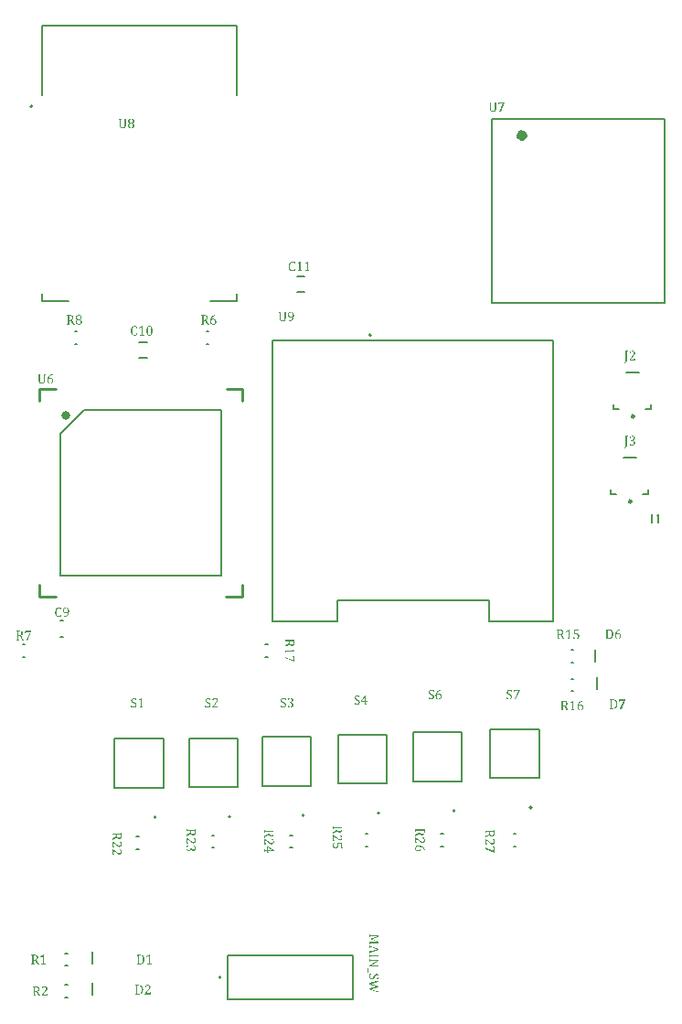
<source format=gto>
G04*
G04 #@! TF.GenerationSoftware,Altium Limited,Altium Designer,24.5.2 (23)*
G04*
G04 Layer_Color=65535*
%FSLAX44Y44*%
%MOMM*%
G71*
G04*
G04 #@! TF.SameCoordinates,D1886AC5-69C4-4AC9-A439-FDEF45822962*
G04*
G04*
G04 #@! TF.FilePolarity,Positive*
G04*
G01*
G75*
%ADD10C,0.2000*%
%ADD11C,0.8128*%
%ADD12C,0.2500*%
%ADD13C,0.8000*%
%ADD14C,0.1270*%
%ADD15C,0.2540*%
%ADD16R,0.2000X1.2000*%
G36*
X118244Y978093D02*
X118230D01*
X118188Y978080D01*
X118117Y978065D01*
X118047Y978037D01*
X117877Y977967D01*
X117793Y977924D01*
X117736Y977882D01*
X117722Y977868D01*
X117666Y977797D01*
X117610Y977699D01*
X117553Y977558D01*
Y977544D01*
X117539Y977516D01*
Y977459D01*
X117525Y977389D01*
X117511Y977290D01*
Y977163D01*
X117497Y977008D01*
Y976825D01*
Y972751D01*
Y972737D01*
Y972723D01*
Y972638D01*
Y972511D01*
X117483Y972342D01*
X117469Y972159D01*
X117440Y971961D01*
X117412Y971750D01*
X117370Y971553D01*
Y971538D01*
X117356Y971468D01*
X117328Y971383D01*
X117285Y971271D01*
X117229Y971130D01*
X117173Y970989D01*
X117017Y970707D01*
X117003Y970693D01*
X116975Y970650D01*
X116933Y970594D01*
X116862Y970509D01*
X116778Y970425D01*
X116679Y970326D01*
X116454Y970143D01*
X116440Y970129D01*
X116397Y970100D01*
X116327Y970058D01*
X116228Y970016D01*
X116115Y969960D01*
X115988Y969903D01*
X115833Y969847D01*
X115664Y969790D01*
X115650D01*
X115580Y969776D01*
X115481Y969748D01*
X115354Y969734D01*
X115185Y969706D01*
X115002Y969678D01*
X114790Y969663D01*
X114438D01*
X114297Y969678D01*
X114114Y969692D01*
X113902Y969706D01*
X113677Y969734D01*
X113451Y969776D01*
X113239Y969833D01*
X113211Y969847D01*
X113155Y969861D01*
X113056Y969903D01*
X112929Y969960D01*
X112788Y970044D01*
X112633Y970143D01*
X112478Y970256D01*
X112337Y970383D01*
X112323Y970397D01*
X112281Y970453D01*
X112210Y970538D01*
X112140Y970650D01*
X112055Y970777D01*
X111971Y970932D01*
X111886Y971115D01*
X111816Y971299D01*
Y971327D01*
X111788Y971397D01*
X111773Y971510D01*
X111745Y971665D01*
X111717Y971863D01*
X111689Y972102D01*
X111675Y972356D01*
X111661Y972652D01*
Y976825D01*
Y976853D01*
Y976909D01*
Y976994D01*
Y977093D01*
X111646Y977318D01*
Y977417D01*
X111632Y977487D01*
Y977502D01*
Y977516D01*
X111604Y977586D01*
X111576Y977685D01*
X111534Y977769D01*
X111520Y977783D01*
X111491Y977826D01*
X111435Y977882D01*
X111365Y977939D01*
X111336Y977953D01*
X111308Y977967D01*
X111266Y977981D01*
X111209Y978009D01*
X111139Y978037D01*
X111054Y978065D01*
X110942Y978093D01*
Y978404D01*
X113606D01*
Y978093D01*
X113592D01*
X113550Y978080D01*
X113493Y978065D01*
X113409Y978037D01*
X113254Y977981D01*
X113169Y977939D01*
X113113Y977896D01*
X113084Y977882D01*
X113042Y977812D01*
X112972Y977713D01*
X112915Y977558D01*
Y977544D01*
Y977516D01*
X112901Y977459D01*
Y977389D01*
X112887Y977290D01*
Y977163D01*
X112873Y977008D01*
Y976825D01*
Y972342D01*
Y972314D01*
Y972243D01*
X112887Y972131D01*
Y971975D01*
X112901Y971820D01*
X112929Y971637D01*
X112958Y971468D01*
X113000Y971299D01*
Y971285D01*
X113028Y971228D01*
X113056Y971158D01*
X113098Y971059D01*
X113197Y970848D01*
X113268Y970749D01*
X113352Y970650D01*
X113366Y970636D01*
X113395Y970608D01*
X113451Y970580D01*
X113507Y970524D01*
X113592Y970467D01*
X113691Y970411D01*
X113916Y970312D01*
X113930D01*
X113973Y970298D01*
X114043Y970284D01*
X114142Y970270D01*
X114255Y970241D01*
X114396Y970227D01*
X114551Y970213D01*
X114790D01*
X114875Y970227D01*
X114987D01*
X115114Y970256D01*
X115241Y970284D01*
X115382Y970312D01*
X115509Y970368D01*
X115523Y970383D01*
X115566Y970397D01*
X115622Y970439D01*
X115707Y970481D01*
X115791Y970552D01*
X115890Y970636D01*
X115988Y970721D01*
X116073Y970834D01*
X116087Y970848D01*
X116115Y970890D01*
X116144Y970960D01*
X116200Y971059D01*
X116242Y971172D01*
X116299Y971299D01*
X116341Y971454D01*
X116369Y971623D01*
Y971651D01*
X116383Y971708D01*
X116397Y971806D01*
X116411Y971947D01*
X116425Y972131D01*
X116440Y972342D01*
X116454Y972582D01*
Y972864D01*
Y976825D01*
Y976853D01*
Y976909D01*
Y977008D01*
Y977121D01*
X116425Y977375D01*
X116411Y977487D01*
X116397Y977572D01*
Y977586D01*
X116383Y977600D01*
X116355Y977685D01*
X116313Y977797D01*
X116228Y977882D01*
X116200Y977896D01*
X116172Y977924D01*
X116115Y977953D01*
X116045Y977981D01*
X115960Y978023D01*
X115847Y978051D01*
X115721Y978093D01*
Y978404D01*
X118244D01*
Y978093D01*
D02*
G37*
G36*
X122656Y978502D02*
X122755D01*
X122966Y978488D01*
X123206Y978446D01*
X123460Y978404D01*
X123714Y978333D01*
X123953Y978249D01*
X123967D01*
X123981Y978234D01*
X124052Y978206D01*
X124165Y978136D01*
X124306Y978065D01*
X124461Y977953D01*
X124616Y977826D01*
X124771Y977671D01*
X124898Y977502D01*
X124912Y977473D01*
X124940Y977417D01*
X124996Y977318D01*
X125053Y977177D01*
X125109Y977008D01*
X125166Y976811D01*
X125194Y976585D01*
X125208Y976346D01*
Y976331D01*
Y976317D01*
Y976233D01*
X125194Y976106D01*
X125166Y975937D01*
X125123Y975753D01*
X125053Y975556D01*
X124968Y975345D01*
X124855Y975147D01*
X124841Y975119D01*
X124799Y975063D01*
X124714Y974964D01*
X124602Y974851D01*
X124447Y974724D01*
X124277Y974583D01*
X124066Y974456D01*
X123812Y974330D01*
X123826Y974245D01*
X123840D01*
X123855Y974231D01*
X123939Y974189D01*
X124066Y974132D01*
X124221Y974034D01*
X124404Y973921D01*
X124573Y973780D01*
X124743Y973611D01*
X124898Y973427D01*
X124912Y973399D01*
X124954Y973329D01*
X125025Y973216D01*
X125095Y973061D01*
X125152Y972878D01*
X125222Y972666D01*
X125264Y972412D01*
X125278Y972145D01*
Y972131D01*
Y972116D01*
Y972074D01*
Y972018D01*
X125264Y971877D01*
X125236Y971708D01*
X125194Y971496D01*
X125123Y971271D01*
X125039Y971059D01*
X124912Y970834D01*
X124898Y970805D01*
X124841Y970735D01*
X124771Y970636D01*
X124658Y970509D01*
X124503Y970368D01*
X124334Y970227D01*
X124122Y970087D01*
X123883Y969960D01*
X123869D01*
X123855Y969946D01*
X123812Y969931D01*
X123770Y969917D01*
X123629Y969861D01*
X123432Y969819D01*
X123206Y969762D01*
X122938Y969706D01*
X122642Y969678D01*
X122318Y969663D01*
X122177D01*
X122022Y969678D01*
X121811Y969692D01*
X121585Y969734D01*
X121331Y969776D01*
X121077Y969847D01*
X120824Y969931D01*
X120795Y969946D01*
X120725Y969988D01*
X120598Y970044D01*
X120457Y970143D01*
X120302Y970256D01*
X120147Y970397D01*
X119978Y970566D01*
X119837Y970749D01*
X119823Y970777D01*
X119781Y970848D01*
X119724Y970960D01*
X119668Y971115D01*
X119597Y971299D01*
X119541Y971524D01*
X119499Y971764D01*
X119485Y972032D01*
Y972060D01*
Y972131D01*
X119499Y972229D01*
X119513Y972370D01*
X119527Y972511D01*
X119569Y972680D01*
X119611Y972835D01*
X119668Y972990D01*
X119682Y973005D01*
X119710Y973061D01*
X119752Y973131D01*
X119809Y973230D01*
X119879Y973329D01*
X119964Y973441D01*
X120062Y973554D01*
X120175Y973653D01*
X120189Y973667D01*
X120232Y973695D01*
X120302Y973752D01*
X120387Y973822D01*
X120499Y973893D01*
X120640Y973977D01*
X120781Y974062D01*
X120951Y974146D01*
X120936Y974231D01*
X120922Y974245D01*
X120880Y974259D01*
X120810Y974287D01*
X120725Y974344D01*
X120626Y974414D01*
X120514Y974485D01*
X120387Y974583D01*
X120260Y974696D01*
X120133Y974837D01*
X120006Y974978D01*
X119893Y975147D01*
X119795Y975331D01*
X119710Y975528D01*
X119640Y975753D01*
X119597Y975993D01*
X119583Y976247D01*
Y976261D01*
Y976275D01*
Y976360D01*
X119597Y976472D01*
X119625Y976642D01*
X119668Y976811D01*
X119738Y977008D01*
X119823Y977205D01*
X119936Y977403D01*
X119950Y977431D01*
X120006Y977487D01*
X120091Y977586D01*
X120203Y977699D01*
X120344Y977826D01*
X120528Y977967D01*
X120725Y978108D01*
X120965Y978220D01*
X120979D01*
X120993Y978234D01*
X121077Y978263D01*
X121218Y978319D01*
X121402Y978375D01*
X121613Y978418D01*
X121867Y978474D01*
X122135Y978502D01*
X122431Y978516D01*
X122586D01*
X122656Y978502D01*
D02*
G37*
G36*
X66340Y796780D02*
X66467D01*
X66608Y796766D01*
X66763Y796751D01*
X66932Y796723D01*
X67298Y796667D01*
X67665Y796568D01*
X68003Y796441D01*
X68172Y796357D01*
X68313Y796258D01*
X68327D01*
X68342Y796230D01*
X68426Y796159D01*
X68539Y796032D01*
X68680Y795849D01*
X68821Y795610D01*
X68934Y795328D01*
X69018Y794975D01*
X69032Y794792D01*
X69047Y794581D01*
Y794566D01*
Y794538D01*
Y794496D01*
Y794439D01*
X69018Y794270D01*
X68990Y794073D01*
X68934Y793847D01*
X68849Y793594D01*
X68722Y793340D01*
X68567Y793100D01*
X68539Y793072D01*
X68483Y793002D01*
X68370Y792889D01*
X68215Y792762D01*
X68003Y792607D01*
X67764Y792452D01*
X67468Y792297D01*
X67129Y792156D01*
Y792113D01*
X67143Y792099D01*
X67200Y792085D01*
X67270Y792043D01*
X67355Y791987D01*
X67580Y791846D01*
X67792Y791648D01*
X67806Y791634D01*
X67848Y791592D01*
X67905Y791521D01*
X67975Y791423D01*
X68074Y791296D01*
X68172Y791141D01*
X68285Y790957D01*
X68412Y790732D01*
X68976Y789703D01*
X68990Y789689D01*
X69018Y789632D01*
X69061Y789548D01*
X69131Y789435D01*
X69258Y789210D01*
X69328Y789097D01*
X69399Y788998D01*
X69413Y788984D01*
X69427Y788956D01*
X69469Y788913D01*
X69512Y788857D01*
X69624Y788744D01*
X69765Y788632D01*
X69780D01*
X69794Y788617D01*
X69836Y788589D01*
X69892Y788561D01*
X69963Y788533D01*
X70047Y788505D01*
X70259Y788462D01*
Y788152D01*
X68497D01*
X68483Y788166D01*
X68454Y788209D01*
X68412Y788279D01*
X68356Y788364D01*
X68285Y788462D01*
X68201Y788589D01*
X68032Y788857D01*
X68017Y788871D01*
X67989Y788928D01*
X67947Y788998D01*
X67905Y789111D01*
X67834Y789224D01*
X67764Y789365D01*
X67609Y789661D01*
X67059Y790718D01*
X67045Y790746D01*
X67017Y790803D01*
X66974Y790887D01*
X66918Y790986D01*
X66777Y791211D01*
X66706Y791324D01*
X66636Y791423D01*
Y791437D01*
X66608Y791465D01*
X66537Y791550D01*
X66453Y791648D01*
X66340Y791733D01*
X66312Y791747D01*
X66255Y791789D01*
X66171Y791832D01*
X66058Y791860D01*
X66030Y791874D01*
X65987D01*
X65945Y791888D01*
X65875D01*
X65790Y791902D01*
X64888D01*
Y789745D01*
Y789731D01*
Y789675D01*
Y789590D01*
Y789491D01*
X64902Y789280D01*
Y789167D01*
X64916Y789083D01*
Y789069D01*
X64930Y789054D01*
X64944Y788970D01*
X64987Y788871D01*
X65029Y788773D01*
X65043Y788758D01*
X65085Y788716D01*
X65142Y788660D01*
X65212Y788603D01*
X65240Y788589D01*
X65311Y788561D01*
X65367Y788533D01*
X65438Y788519D01*
X65536Y788491D01*
X65635Y788462D01*
Y788152D01*
X62957D01*
Y788462D01*
X62971D01*
X63027Y788476D01*
X63083Y788505D01*
X63168Y788533D01*
X63337Y788589D01*
X63422Y788632D01*
X63478Y788674D01*
X63506Y788702D01*
X63549Y788773D01*
X63619Y788871D01*
X63661Y789026D01*
Y789040D01*
X63675Y789069D01*
Y789125D01*
X63690Y789210D01*
Y789308D01*
X63704Y789421D01*
Y789562D01*
Y789731D01*
Y795215D01*
Y795229D01*
Y795285D01*
Y795370D01*
Y795454D01*
X63690Y795666D01*
X63675Y795765D01*
X63661Y795849D01*
Y795863D01*
Y795877D01*
X63633Y795962D01*
X63605Y796061D01*
X63563Y796159D01*
X63549Y796173D01*
X63506Y796230D01*
X63450Y796272D01*
X63365Y796329D01*
X63337Y796343D01*
X63267Y796371D01*
X63210Y796399D01*
X63140Y796427D01*
X63055Y796455D01*
X62957Y796484D01*
Y796794D01*
X66241D01*
X66340Y796780D01*
D02*
G37*
G36*
X74121Y796892D02*
X74220D01*
X74432Y796878D01*
X74671Y796836D01*
X74925Y796794D01*
X75179Y796723D01*
X75418Y796639D01*
X75432D01*
X75447Y796625D01*
X75517Y796596D01*
X75630Y796526D01*
X75771Y796455D01*
X75926Y796343D01*
X76081Y796216D01*
X76236Y796061D01*
X76363Y795891D01*
X76377Y795863D01*
X76405Y795807D01*
X76462Y795708D01*
X76518Y795567D01*
X76574Y795398D01*
X76631Y795201D01*
X76659Y794975D01*
X76673Y794735D01*
Y794721D01*
Y794707D01*
Y794623D01*
X76659Y794496D01*
X76631Y794327D01*
X76588Y794143D01*
X76518Y793946D01*
X76433Y793735D01*
X76321Y793537D01*
X76306Y793509D01*
X76264Y793453D01*
X76180Y793354D01*
X76067Y793241D01*
X75912Y793114D01*
X75743Y792973D01*
X75531Y792847D01*
X75277Y792720D01*
X75291Y792635D01*
X75306D01*
X75320Y792621D01*
X75404Y792579D01*
X75531Y792522D01*
X75686Y792424D01*
X75869Y792311D01*
X76039Y792170D01*
X76208Y792001D01*
X76363Y791817D01*
X76377Y791789D01*
X76419Y791719D01*
X76490Y791606D01*
X76560Y791451D01*
X76617Y791268D01*
X76687Y791056D01*
X76729Y790803D01*
X76743Y790535D01*
Y790520D01*
Y790506D01*
Y790464D01*
Y790408D01*
X76729Y790267D01*
X76701Y790098D01*
X76659Y789886D01*
X76588Y789661D01*
X76504Y789449D01*
X76377Y789224D01*
X76363Y789195D01*
X76306Y789125D01*
X76236Y789026D01*
X76123Y788899D01*
X75968Y788758D01*
X75799Y788617D01*
X75588Y788476D01*
X75348Y788350D01*
X75334D01*
X75320Y788335D01*
X75277Y788321D01*
X75235Y788307D01*
X75094Y788251D01*
X74897Y788209D01*
X74671Y788152D01*
X74403Y788096D01*
X74107Y788068D01*
X73783Y788054D01*
X73642D01*
X73487Y788068D01*
X73276Y788082D01*
X73050Y788124D01*
X72796Y788166D01*
X72543Y788237D01*
X72289Y788321D01*
X72261Y788335D01*
X72190Y788378D01*
X72063Y788434D01*
X71922Y788533D01*
X71767Y788646D01*
X71612Y788787D01*
X71443Y788956D01*
X71302Y789139D01*
X71288Y789167D01*
X71246Y789238D01*
X71189Y789351D01*
X71133Y789505D01*
X71062Y789689D01*
X71006Y789914D01*
X70964Y790154D01*
X70950Y790422D01*
Y790450D01*
Y790520D01*
X70964Y790619D01*
X70978Y790760D01*
X70992Y790901D01*
X71034Y791070D01*
X71076Y791225D01*
X71133Y791380D01*
X71147Y791395D01*
X71175Y791451D01*
X71217Y791521D01*
X71274Y791620D01*
X71344Y791719D01*
X71429Y791832D01*
X71528Y791944D01*
X71640Y792043D01*
X71654Y792057D01*
X71697Y792085D01*
X71767Y792142D01*
X71852Y792212D01*
X71965Y792283D01*
X72105Y792367D01*
X72246Y792452D01*
X72416Y792536D01*
X72402Y792621D01*
X72387Y792635D01*
X72345Y792649D01*
X72275Y792677D01*
X72190Y792734D01*
X72091Y792804D01*
X71979Y792875D01*
X71852Y792973D01*
X71725Y793086D01*
X71598Y793227D01*
X71471Y793368D01*
X71358Y793537D01*
X71260Y793720D01*
X71175Y793918D01*
X71105Y794143D01*
X71062Y794383D01*
X71048Y794637D01*
Y794651D01*
Y794665D01*
Y794750D01*
X71062Y794862D01*
X71090Y795032D01*
X71133Y795201D01*
X71203Y795398D01*
X71288Y795595D01*
X71401Y795793D01*
X71415Y795821D01*
X71471Y795877D01*
X71556Y795976D01*
X71669Y796089D01*
X71810Y796216D01*
X71993Y796357D01*
X72190Y796498D01*
X72430Y796610D01*
X72444D01*
X72458Y796625D01*
X72543Y796653D01*
X72684Y796709D01*
X72867Y796766D01*
X73078Y796808D01*
X73332Y796864D01*
X73600Y796892D01*
X73896Y796907D01*
X74051D01*
X74121Y796892D01*
D02*
G37*
G36*
X266258Y799464D02*
X266244D01*
X266202Y799450D01*
X266131Y799436D01*
X266061Y799408D01*
X265892Y799337D01*
X265807Y799295D01*
X265751Y799253D01*
X265737Y799239D01*
X265680Y799168D01*
X265624Y799069D01*
X265567Y798928D01*
Y798914D01*
X265553Y798886D01*
Y798830D01*
X265539Y798759D01*
X265525Y798661D01*
Y798534D01*
X265511Y798379D01*
Y798195D01*
Y794121D01*
Y794107D01*
Y794093D01*
Y794008D01*
Y793882D01*
X265497Y793712D01*
X265483Y793529D01*
X265455Y793332D01*
X265427Y793120D01*
X265384Y792923D01*
Y792909D01*
X265370Y792839D01*
X265342Y792754D01*
X265300Y792641D01*
X265243Y792500D01*
X265187Y792359D01*
X265032Y792077D01*
X265018Y792063D01*
X264989Y792021D01*
X264947Y791964D01*
X264877Y791880D01*
X264792Y791795D01*
X264694Y791697D01*
X264468Y791513D01*
X264454Y791499D01*
X264412Y791471D01*
X264341Y791429D01*
X264242Y791386D01*
X264130Y791330D01*
X264003Y791274D01*
X263848Y791217D01*
X263678Y791161D01*
X263664D01*
X263594Y791147D01*
X263495Y791119D01*
X263368Y791105D01*
X263199Y791076D01*
X263016Y791048D01*
X262805Y791034D01*
X262452D01*
X262311Y791048D01*
X262128Y791062D01*
X261916Y791076D01*
X261691Y791105D01*
X261465Y791147D01*
X261254Y791203D01*
X261226Y791217D01*
X261169Y791231D01*
X261070Y791274D01*
X260944Y791330D01*
X260803Y791415D01*
X260648Y791513D01*
X260493Y791626D01*
X260352Y791753D01*
X260338Y791767D01*
X260295Y791824D01*
X260225Y791908D01*
X260154Y792021D01*
X260070Y792148D01*
X259985Y792303D01*
X259900Y792486D01*
X259830Y792669D01*
Y792698D01*
X259802Y792768D01*
X259788Y792881D01*
X259760Y793036D01*
X259731Y793233D01*
X259703Y793473D01*
X259689Y793727D01*
X259675Y794023D01*
Y798195D01*
Y798223D01*
Y798280D01*
Y798364D01*
Y798463D01*
X259661Y798689D01*
Y798787D01*
X259647Y798858D01*
Y798872D01*
Y798886D01*
X259619Y798957D01*
X259590Y799055D01*
X259548Y799140D01*
X259534Y799154D01*
X259506Y799196D01*
X259449Y799253D01*
X259379Y799309D01*
X259351Y799323D01*
X259322Y799337D01*
X259280Y799351D01*
X259224Y799380D01*
X259153Y799408D01*
X259069Y799436D01*
X258956Y799464D01*
Y799774D01*
X261620D01*
Y799464D01*
X261606D01*
X261564Y799450D01*
X261508Y799436D01*
X261423Y799408D01*
X261268Y799351D01*
X261183Y799309D01*
X261127Y799267D01*
X261099Y799253D01*
X261056Y799182D01*
X260986Y799083D01*
X260930Y798928D01*
Y798914D01*
Y798886D01*
X260916Y798830D01*
Y798759D01*
X260901Y798661D01*
Y798534D01*
X260887Y798379D01*
Y798195D01*
Y793712D01*
Y793684D01*
Y793614D01*
X260901Y793501D01*
Y793346D01*
X260916Y793191D01*
X260944Y793008D01*
X260972Y792839D01*
X261014Y792669D01*
Y792655D01*
X261042Y792599D01*
X261070Y792528D01*
X261113Y792430D01*
X261211Y792218D01*
X261282Y792120D01*
X261367Y792021D01*
X261381Y792007D01*
X261409Y791979D01*
X261465Y791950D01*
X261522Y791894D01*
X261606Y791838D01*
X261705Y791781D01*
X261931Y791683D01*
X261945D01*
X261987Y791668D01*
X262057Y791654D01*
X262156Y791640D01*
X262269Y791612D01*
X262410Y791598D01*
X262565Y791584D01*
X262805D01*
X262889Y791598D01*
X263002D01*
X263129Y791626D01*
X263256Y791654D01*
X263397Y791683D01*
X263523Y791739D01*
X263538Y791753D01*
X263580Y791767D01*
X263636Y791809D01*
X263721Y791852D01*
X263805Y791922D01*
X263904Y792007D01*
X264003Y792091D01*
X264087Y792204D01*
X264101Y792218D01*
X264130Y792261D01*
X264158Y792331D01*
X264214Y792430D01*
X264256Y792542D01*
X264313Y792669D01*
X264355Y792824D01*
X264383Y792993D01*
Y793022D01*
X264397Y793078D01*
X264412Y793177D01*
X264426Y793318D01*
X264440Y793501D01*
X264454Y793712D01*
X264468Y793952D01*
Y794234D01*
Y798195D01*
Y798223D01*
Y798280D01*
Y798379D01*
Y798491D01*
X264440Y798745D01*
X264426Y798858D01*
X264412Y798942D01*
Y798957D01*
X264397Y798971D01*
X264369Y799055D01*
X264327Y799168D01*
X264242Y799253D01*
X264214Y799267D01*
X264186Y799295D01*
X264130Y799323D01*
X264059Y799351D01*
X263974Y799394D01*
X263862Y799422D01*
X263735Y799464D01*
Y799774D01*
X266258D01*
Y799464D01*
D02*
G37*
G36*
X270657Y799873D02*
X270769Y799859D01*
X270896Y799845D01*
X271192Y799774D01*
X271516Y799661D01*
X271686Y799591D01*
X271855Y799492D01*
X272024Y799394D01*
X272179Y799267D01*
X272320Y799126D01*
X272461Y798957D01*
X272475Y798942D01*
X272489Y798914D01*
X272531Y798858D01*
X272574Y798787D01*
X272630Y798689D01*
X272687Y798576D01*
X272743Y798435D01*
X272813Y798280D01*
X272884Y798111D01*
X272940Y797913D01*
X272997Y797688D01*
X273053Y797462D01*
X273095Y797208D01*
X273138Y796927D01*
X273152Y796631D01*
X273166Y796320D01*
Y796306D01*
Y796250D01*
Y796165D01*
X273152Y796053D01*
Y795926D01*
X273138Y795757D01*
X273123Y795587D01*
X273095Y795390D01*
X273039Y794953D01*
X272940Y794502D01*
X272813Y794037D01*
X272644Y793586D01*
Y793571D01*
X272616Y793529D01*
X272588Y793473D01*
X272546Y793402D01*
X272503Y793304D01*
X272433Y793191D01*
X272278Y792923D01*
X272066Y792641D01*
X271827Y792331D01*
X271530Y792049D01*
X271206Y791781D01*
X271192D01*
X271164Y791753D01*
X271108Y791725D01*
X271037Y791683D01*
X270952Y791626D01*
X270854Y791570D01*
X270727Y791513D01*
X270586Y791443D01*
X270431Y791372D01*
X270276Y791316D01*
X269909Y791189D01*
X269501Y791090D01*
X269049Y791034D01*
X268782Y791372D01*
Y791683D01*
X268937D01*
X269007Y791697D01*
X269092Y791711D01*
X269303Y791739D01*
X269543Y791781D01*
X269811Y791852D01*
X270064Y791950D01*
X270318Y792077D01*
X270332D01*
X270346Y792091D01*
X270431Y792148D01*
X270544Y792246D01*
X270699Y792373D01*
X270854Y792528D01*
X271037Y792726D01*
X271206Y792965D01*
X271361Y793233D01*
Y793247D01*
X271376Y793276D01*
X271404Y793318D01*
X271432Y793374D01*
X271460Y793459D01*
X271502Y793543D01*
X271545Y793656D01*
X271587Y793783D01*
X271629Y793924D01*
X271672Y794065D01*
X271756Y794417D01*
X271841Y794812D01*
X271897Y795263D01*
X271841Y795291D01*
X271812Y795277D01*
X271756Y795235D01*
X271643Y795164D01*
X271502Y795080D01*
X271347Y794981D01*
X271164Y794897D01*
X270981Y794798D01*
X270783Y794727D01*
X270755Y794713D01*
X270699Y794699D01*
X270586Y794671D01*
X270445Y794643D01*
X270276Y794601D01*
X270093Y794572D01*
X269881Y794558D01*
X269670Y794544D01*
X269557D01*
X269416Y794558D01*
X269247Y794586D01*
X269049Y794615D01*
X268852Y794671D01*
X268641Y794756D01*
X268443Y794854D01*
X268415Y794868D01*
X268359Y794911D01*
X268274Y794981D01*
X268161Y795094D01*
X268034Y795221D01*
X267908Y795362D01*
X267795Y795545D01*
X267682Y795742D01*
X267668Y795771D01*
X267640Y795841D01*
X267598Y795968D01*
X267555Y796123D01*
X267513Y796320D01*
X267471Y796546D01*
X267442Y796786D01*
X267428Y797068D01*
Y797096D01*
Y797166D01*
X267442Y797279D01*
X267456Y797420D01*
X267471Y797589D01*
X267513Y797772D01*
X267555Y797956D01*
X267612Y798153D01*
X267626Y798181D01*
X267654Y798238D01*
X267696Y798336D01*
X267752Y798449D01*
X267837Y798590D01*
X267936Y798745D01*
X268063Y798900D01*
X268190Y799041D01*
X268204Y799055D01*
X268260Y799112D01*
X268345Y799182D01*
X268443Y799267D01*
X268584Y799365D01*
X268739Y799464D01*
X268923Y799577D01*
X269120Y799661D01*
X269148Y799676D01*
X269219Y799704D01*
X269331Y799732D01*
X269501Y799774D01*
X269684Y799817D01*
X269909Y799859D01*
X270163Y799873D01*
X270431Y799887D01*
X270558D01*
X270657Y799873D01*
D02*
G37*
G36*
X461137Y993390D02*
X461123D01*
X461081Y993376D01*
X461010Y993362D01*
X460939Y993334D01*
X460770Y993263D01*
X460686Y993221D01*
X460629Y993178D01*
X460615Y993164D01*
X460559Y993094D01*
X460503Y992995D01*
X460446Y992854D01*
Y992840D01*
X460432Y992812D01*
Y992756D01*
X460418Y992685D01*
X460404Y992586D01*
Y992459D01*
X460390Y992305D01*
Y992121D01*
Y988047D01*
Y988033D01*
Y988019D01*
Y987934D01*
Y987807D01*
X460376Y987638D01*
X460362Y987455D01*
X460333Y987258D01*
X460305Y987046D01*
X460263Y986849D01*
Y986835D01*
X460249Y986764D01*
X460221Y986680D01*
X460178Y986567D01*
X460122Y986426D01*
X460065Y986285D01*
X459910Y986003D01*
X459896Y985989D01*
X459868Y985947D01*
X459826Y985890D01*
X459755Y985806D01*
X459671Y985721D01*
X459572Y985622D01*
X459347Y985439D01*
X459333Y985425D01*
X459290Y985397D01*
X459220Y985355D01*
X459121Y985312D01*
X459008Y985256D01*
X458881Y985200D01*
X458726Y985143D01*
X458557Y985087D01*
X458543D01*
X458473Y985073D01*
X458374Y985044D01*
X458247Y985030D01*
X458078Y985002D01*
X457895Y984974D01*
X457683Y984960D01*
X457331D01*
X457190Y984974D01*
X457006Y984988D01*
X456795Y985002D01*
X456569Y985030D01*
X456344Y985073D01*
X456132Y985129D01*
X456104Y985143D01*
X456048Y985157D01*
X455949Y985200D01*
X455822Y985256D01*
X455681Y985340D01*
X455526Y985439D01*
X455371Y985552D01*
X455230Y985679D01*
X455216Y985693D01*
X455174Y985749D01*
X455103Y985834D01*
X455033Y985947D01*
X454948Y986074D01*
X454864Y986229D01*
X454779Y986412D01*
X454709Y986595D01*
Y986623D01*
X454680Y986694D01*
X454666Y986807D01*
X454638Y986962D01*
X454610Y987159D01*
X454582Y987399D01*
X454568Y987653D01*
X454554Y987949D01*
Y992121D01*
Y992149D01*
Y992206D01*
Y992290D01*
Y992389D01*
X454539Y992615D01*
Y992713D01*
X454525Y992784D01*
Y992798D01*
Y992812D01*
X454497Y992882D01*
X454469Y992981D01*
X454427Y993066D01*
X454413Y993080D01*
X454384Y993122D01*
X454328Y993178D01*
X454258Y993235D01*
X454229Y993249D01*
X454201Y993263D01*
X454159Y993277D01*
X454103Y993305D01*
X454032Y993334D01*
X453947Y993362D01*
X453835Y993390D01*
Y993700D01*
X456499D01*
Y993390D01*
X456485D01*
X456443Y993376D01*
X456386Y993362D01*
X456302Y993334D01*
X456147Y993277D01*
X456062Y993235D01*
X456006Y993193D01*
X455977Y993178D01*
X455935Y993108D01*
X455865Y993009D01*
X455808Y992854D01*
Y992840D01*
Y992812D01*
X455794Y992756D01*
Y992685D01*
X455780Y992586D01*
Y992459D01*
X455766Y992305D01*
Y992121D01*
Y987638D01*
Y987610D01*
Y987540D01*
X455780Y987427D01*
Y987272D01*
X455794Y987117D01*
X455822Y986934D01*
X455850Y986764D01*
X455893Y986595D01*
Y986581D01*
X455921Y986525D01*
X455949Y986454D01*
X455992Y986356D01*
X456090Y986144D01*
X456161Y986045D01*
X456245Y985947D01*
X456259Y985933D01*
X456287Y985904D01*
X456344Y985876D01*
X456400Y985820D01*
X456485Y985763D01*
X456584Y985707D01*
X456809Y985608D01*
X456823D01*
X456866Y985594D01*
X456936Y985580D01*
X457035Y985566D01*
X457147Y985538D01*
X457288Y985524D01*
X457444Y985510D01*
X457683D01*
X457768Y985524D01*
X457881D01*
X458007Y985552D01*
X458134Y985580D01*
X458275Y985608D01*
X458402Y985665D01*
X458416Y985679D01*
X458458Y985693D01*
X458515Y985735D01*
X458599Y985778D01*
X458684Y985848D01*
X458783Y985933D01*
X458881Y986017D01*
X458966Y986130D01*
X458980Y986144D01*
X459008Y986186D01*
X459036Y986257D01*
X459093Y986356D01*
X459135Y986468D01*
X459192Y986595D01*
X459234Y986750D01*
X459262Y986919D01*
Y986948D01*
X459276Y987004D01*
X459290Y987103D01*
X459304Y987244D01*
X459318Y987427D01*
X459333Y987638D01*
X459347Y987878D01*
Y988160D01*
Y992121D01*
Y992149D01*
Y992206D01*
Y992305D01*
Y992417D01*
X459318Y992671D01*
X459304Y992784D01*
X459290Y992868D01*
Y992882D01*
X459276Y992896D01*
X459248Y992981D01*
X459206Y993094D01*
X459121Y993178D01*
X459093Y993193D01*
X459065Y993221D01*
X459008Y993249D01*
X458938Y993277D01*
X458853Y993319D01*
X458740Y993348D01*
X458614Y993390D01*
Y993700D01*
X461137D01*
Y993390D01*
D02*
G37*
G36*
X468185Y993404D02*
X464492Y985016D01*
X463576D01*
Y985312D01*
X466987Y992558D01*
Y992643D01*
X464055D01*
X463914Y992629D01*
X463787Y992600D01*
X463759Y992586D01*
X463703Y992572D01*
X463604Y992530D01*
X463519Y992459D01*
X463505Y992445D01*
X463463Y992403D01*
X463406Y992319D01*
X463350Y992220D01*
X463336Y992192D01*
X463322Y992149D01*
X463308Y992093D01*
X463280Y992022D01*
X463237Y991924D01*
X463209Y991797D01*
X463167Y991656D01*
X462617D01*
X462744Y993700D01*
X468185D01*
Y993404D01*
D02*
G37*
G36*
X43279Y741873D02*
X43265D01*
X43222Y741860D01*
X43152Y741845D01*
X43081Y741817D01*
X42912Y741747D01*
X42828Y741704D01*
X42771Y741662D01*
X42757Y741648D01*
X42701Y741578D01*
X42644Y741479D01*
X42588Y741338D01*
Y741324D01*
X42574Y741296D01*
Y741239D01*
X42560Y741169D01*
X42546Y741070D01*
Y740943D01*
X42531Y740788D01*
Y740605D01*
Y736531D01*
Y736517D01*
Y736503D01*
Y736418D01*
Y736291D01*
X42517Y736122D01*
X42503Y735939D01*
X42475Y735741D01*
X42447Y735530D01*
X42405Y735332D01*
Y735318D01*
X42391Y735248D01*
X42362Y735163D01*
X42320Y735051D01*
X42264Y734910D01*
X42207Y734769D01*
X42052Y734487D01*
X42038Y734473D01*
X42010Y734430D01*
X41968Y734374D01*
X41897Y734289D01*
X41813Y734205D01*
X41714Y734106D01*
X41488Y733923D01*
X41474Y733909D01*
X41432Y733880D01*
X41361Y733838D01*
X41263Y733796D01*
X41150Y733740D01*
X41023Y733683D01*
X40868Y733627D01*
X40699Y733570D01*
X40685D01*
X40614Y733556D01*
X40516Y733528D01*
X40389Y733514D01*
X40220Y733486D01*
X40036Y733458D01*
X39825Y733444D01*
X39472D01*
X39332Y733458D01*
X39148Y733472D01*
X38937Y733486D01*
X38711Y733514D01*
X38486Y733556D01*
X38274Y733613D01*
X38246Y733627D01*
X38190Y733641D01*
X38091Y733683D01*
X37964Y733740D01*
X37823Y733824D01*
X37668Y733923D01*
X37513Y734036D01*
X37372Y734163D01*
X37358Y734177D01*
X37316Y734233D01*
X37245Y734318D01*
X37175Y734430D01*
X37090Y734557D01*
X37006Y734712D01*
X36921Y734895D01*
X36850Y735079D01*
Y735107D01*
X36822Y735178D01*
X36808Y735290D01*
X36780Y735445D01*
X36752Y735643D01*
X36724Y735882D01*
X36709Y736136D01*
X36695Y736432D01*
Y740605D01*
Y740633D01*
Y740689D01*
Y740774D01*
Y740873D01*
X36681Y741098D01*
Y741197D01*
X36667Y741267D01*
Y741282D01*
Y741296D01*
X36639Y741366D01*
X36611Y741465D01*
X36569Y741549D01*
X36554Y741563D01*
X36526Y741606D01*
X36470Y741662D01*
X36399Y741719D01*
X36371Y741733D01*
X36343Y741747D01*
X36301Y741761D01*
X36244Y741789D01*
X36174Y741817D01*
X36089Y741845D01*
X35976Y741873D01*
Y742184D01*
X38641D01*
Y741873D01*
X38627D01*
X38584Y741860D01*
X38528Y741845D01*
X38443Y741817D01*
X38288Y741761D01*
X38204Y741719D01*
X38147Y741676D01*
X38119Y741662D01*
X38077Y741592D01*
X38006Y741493D01*
X37950Y741338D01*
Y741324D01*
Y741296D01*
X37936Y741239D01*
Y741169D01*
X37922Y741070D01*
Y740943D01*
X37908Y740788D01*
Y740605D01*
Y736122D01*
Y736094D01*
Y736023D01*
X37922Y735910D01*
Y735755D01*
X37936Y735600D01*
X37964Y735417D01*
X37992Y735248D01*
X38035Y735079D01*
Y735065D01*
X38063Y735008D01*
X38091Y734938D01*
X38133Y734839D01*
X38232Y734628D01*
X38302Y734529D01*
X38387Y734430D01*
X38401Y734416D01*
X38429Y734388D01*
X38486Y734360D01*
X38542Y734304D01*
X38627Y734247D01*
X38725Y734191D01*
X38951Y734092D01*
X38965D01*
X39007Y734078D01*
X39078Y734064D01*
X39176Y734050D01*
X39289Y734022D01*
X39430Y734007D01*
X39585Y733993D01*
X39825D01*
X39910Y734007D01*
X40022D01*
X40149Y734036D01*
X40276Y734064D01*
X40417Y734092D01*
X40544Y734148D01*
X40558Y734163D01*
X40600Y734177D01*
X40657Y734219D01*
X40741Y734261D01*
X40826Y734332D01*
X40925Y734416D01*
X41023Y734501D01*
X41108Y734614D01*
X41122Y734628D01*
X41150Y734670D01*
X41178Y734741D01*
X41235Y734839D01*
X41277Y734952D01*
X41333Y735079D01*
X41376Y735234D01*
X41404Y735403D01*
Y735431D01*
X41418Y735488D01*
X41432Y735586D01*
X41446Y735727D01*
X41460Y735910D01*
X41474Y736122D01*
X41488Y736362D01*
Y736644D01*
Y740605D01*
Y740633D01*
Y740689D01*
Y740788D01*
Y740901D01*
X41460Y741155D01*
X41446Y741267D01*
X41432Y741352D01*
Y741366D01*
X41418Y741380D01*
X41390Y741465D01*
X41347Y741578D01*
X41263Y741662D01*
X41235Y741676D01*
X41206Y741704D01*
X41150Y741733D01*
X41080Y741761D01*
X40995Y741803D01*
X40882Y741831D01*
X40755Y741873D01*
Y742184D01*
X43279D01*
Y741873D01*
D02*
G37*
G36*
X49594Y741944D02*
Y741634D01*
X49425D01*
X49340Y741620D01*
X49242Y741606D01*
X49016Y741578D01*
X48748Y741535D01*
X48452Y741451D01*
X48156Y741352D01*
X47860Y741211D01*
X47846D01*
X47832Y741197D01*
X47790Y741169D01*
X47733Y741126D01*
X47592Y741028D01*
X47423Y740901D01*
X47226Y740718D01*
X47014Y740506D01*
X46803Y740252D01*
X46606Y739970D01*
Y739956D01*
X46592Y739928D01*
X46563Y739886D01*
X46521Y739829D01*
X46479Y739745D01*
X46436Y739660D01*
X46394Y739548D01*
X46338Y739435D01*
X46225Y739153D01*
X46112Y738829D01*
X45999Y738462D01*
X45915Y738053D01*
X45971Y738025D01*
X45999Y738039D01*
X46070Y738082D01*
X46169Y738152D01*
X46309Y738236D01*
X46465Y738335D01*
X46634Y738420D01*
X46831Y738519D01*
X47014Y738589D01*
X47043Y738603D01*
X47099Y738617D01*
X47212Y738645D01*
X47353Y738688D01*
X47522Y738716D01*
X47705Y738744D01*
X47917Y738758D01*
X48142Y738772D01*
X48269D01*
X48396Y738758D01*
X48565Y738730D01*
X48762Y738688D01*
X48960Y738631D01*
X49171Y738561D01*
X49369Y738448D01*
X49397Y738434D01*
X49453Y738392D01*
X49538Y738321D01*
X49651Y738222D01*
X49777Y738096D01*
X49904Y737941D01*
X50031Y737771D01*
X50130Y737560D01*
X50144Y737532D01*
X50172Y737461D01*
X50214Y737348D01*
X50257Y737179D01*
X50299Y736996D01*
X50341Y736770D01*
X50370Y736517D01*
X50384Y736249D01*
Y736235D01*
Y736207D01*
Y736164D01*
Y736108D01*
X50370Y735953D01*
X50341Y735755D01*
X50299Y735530D01*
X50243Y735276D01*
X50172Y735022D01*
X50059Y734783D01*
X50045Y734755D01*
X50003Y734684D01*
X49932Y734571D01*
X49820Y734430D01*
X49693Y734275D01*
X49524Y734106D01*
X49312Y733951D01*
X49087Y733796D01*
X49072D01*
X49058Y733782D01*
X49016Y733768D01*
X48974Y733740D01*
X48833Y733683D01*
X48636Y733627D01*
X48396Y733556D01*
X48114Y733500D01*
X47804Y733458D01*
X47451Y733444D01*
X47325D01*
X47226Y733458D01*
X47113Y733472D01*
X46972Y733486D01*
X46831Y733514D01*
X46662Y733556D01*
X46324Y733655D01*
X46154Y733726D01*
X45971Y733810D01*
X45802Y733909D01*
X45647Y734022D01*
X45492Y734148D01*
X45351Y734304D01*
X45337Y734318D01*
X45323Y734346D01*
X45280Y734388D01*
X45238Y734458D01*
X45182Y734557D01*
X45125Y734670D01*
X45069Y734797D01*
X44998Y734938D01*
X44928Y735107D01*
X44872Y735304D01*
X44815Y735516D01*
X44759Y735741D01*
X44717Y735981D01*
X44674Y736249D01*
X44660Y736531D01*
X44646Y736841D01*
Y736855D01*
Y736897D01*
Y736954D01*
Y737038D01*
X44660Y737137D01*
Y737250D01*
X44674Y737377D01*
X44688Y737532D01*
X44731Y737856D01*
X44801Y738208D01*
X44886Y738575D01*
X44998Y738941D01*
Y738956D01*
X45013Y738984D01*
X45041Y739040D01*
X45069Y739110D01*
X45097Y739195D01*
X45139Y739294D01*
X45252Y739533D01*
X45393Y739801D01*
X45577Y740083D01*
X45774Y740379D01*
X45999Y740661D01*
X46013Y740675D01*
X46028Y740689D01*
X46070Y740732D01*
X46112Y740788D01*
X46253Y740915D01*
X46436Y741084D01*
X46662Y741267D01*
X46916Y741465D01*
X47212Y741648D01*
X47522Y741817D01*
X47536D01*
X47564Y741831D01*
X47607Y741860D01*
X47677Y741888D01*
X47747Y741916D01*
X47846Y741958D01*
X48072Y742043D01*
X48340Y742127D01*
X48650Y742198D01*
X48988Y742254D01*
X49340Y742297D01*
X49594Y741944D01*
D02*
G37*
G36*
X473431Y450182D02*
X473586Y450168D01*
X473924Y450140D01*
X473952D01*
X474009Y450126D01*
X474107Y450112D01*
X474248Y450098D01*
X474417Y450056D01*
X474615Y450027D01*
X474826Y449971D01*
X475080Y449915D01*
Y448195D01*
X474460D01*
Y448223D01*
X474431Y448293D01*
X474403Y448392D01*
X474361Y448519D01*
X474305Y448660D01*
X474234Y448801D01*
X474164Y448942D01*
X474079Y449069D01*
X474065Y449083D01*
X474037Y449125D01*
X473994Y449167D01*
X473938Y449238D01*
X473853Y449308D01*
X473769Y449379D01*
X473670Y449449D01*
X473558Y449506D01*
X473543D01*
X473501Y449520D01*
X473445Y449548D01*
X473346Y449576D01*
X473247Y449590D01*
X473106Y449618D01*
X472965Y449633D01*
X472726D01*
X472655Y449618D01*
X472557D01*
X472430Y449590D01*
X472303Y449562D01*
X472176Y449534D01*
X472049Y449478D01*
X472035D01*
X471993Y449449D01*
X471936Y449407D01*
X471866Y449365D01*
X471781Y449294D01*
X471697Y449210D01*
X471612Y449125D01*
X471527Y449012D01*
X471513Y448998D01*
X471499Y448956D01*
X471471Y448885D01*
X471443Y448801D01*
X471401Y448702D01*
X471372Y448575D01*
X471358Y448434D01*
X471344Y448279D01*
Y448265D01*
Y448209D01*
X471358Y448124D01*
Y448011D01*
X471386Y447899D01*
X471415Y447772D01*
X471443Y447645D01*
X471499Y447518D01*
X471513Y447504D01*
X471527Y447462D01*
X471570Y447405D01*
X471626Y447335D01*
X471697Y447236D01*
X471781Y447137D01*
X471894Y447039D01*
X472007Y446940D01*
X472021Y446926D01*
X472077Y446898D01*
X472148Y446841D01*
X472261Y446771D01*
X472416Y446672D01*
X472585Y446573D01*
X472782Y446461D01*
X473022Y446348D01*
X473036D01*
X473064Y446334D01*
X473106Y446306D01*
X473163Y446278D01*
X473304Y446207D01*
X473487Y446094D01*
X473684Y445981D01*
X473896Y445855D01*
X474093Y445728D01*
X474276Y445587D01*
X474291Y445573D01*
X474347Y445530D01*
X474431Y445460D01*
X474530Y445361D01*
X474643Y445248D01*
X474770Y445107D01*
X474883Y444967D01*
X474981Y444797D01*
X474995Y444783D01*
X475024Y444713D01*
X475066Y444628D01*
X475108Y444501D01*
X475150Y444346D01*
X475193Y444163D01*
X475221Y443966D01*
X475235Y443754D01*
Y443740D01*
Y443726D01*
Y443641D01*
X475221Y443515D01*
X475207Y443359D01*
X475179Y443190D01*
X475150Y442993D01*
X475094Y442810D01*
X475024Y442626D01*
X475009Y442612D01*
X474981Y442556D01*
X474939Y442471D01*
X474869Y442359D01*
X474784Y442246D01*
X474685Y442119D01*
X474572Y441992D01*
X474446Y441879D01*
X474431Y441865D01*
X474375Y441837D01*
X474305Y441781D01*
X474192Y441724D01*
X474065Y441654D01*
X473910Y441583D01*
X473741Y441527D01*
X473558Y441470D01*
X473529D01*
X473473Y441456D01*
X473360Y441428D01*
X473219Y441414D01*
X473050Y441386D01*
X472867Y441358D01*
X472655Y441343D01*
X472261D01*
X472162Y441358D01*
X472049D01*
X471908Y441372D01*
X471767Y441386D01*
X471612Y441400D01*
X471429Y441428D01*
X471034Y441484D01*
X470597Y441555D01*
X470132Y441668D01*
Y443402D01*
X470766D01*
Y443373D01*
X470794Y443317D01*
X470823Y443204D01*
X470851Y443092D01*
X470907Y442951D01*
X470964Y442795D01*
X471034Y442655D01*
X471105Y442528D01*
X471119Y442514D01*
X471147Y442471D01*
X471189Y442415D01*
X471260Y442344D01*
X471330Y442274D01*
X471429Y442189D01*
X471527Y442119D01*
X471654Y442048D01*
X471669D01*
X471725Y442020D01*
X471795Y442006D01*
X471894Y441978D01*
X472021Y441950D01*
X472176Y441922D01*
X472345Y441907D01*
X472542Y441893D01*
X472669D01*
X472796Y441907D01*
X472965Y441936D01*
X473149Y441992D01*
X473346Y442048D01*
X473529Y442147D01*
X473684Y442274D01*
X473698Y442288D01*
X473741Y442344D01*
X473811Y442443D01*
X473882Y442570D01*
X473952Y442725D01*
X474023Y442922D01*
X474065Y443148D01*
X474079Y443402D01*
Y443430D01*
Y443486D01*
X474065Y443571D01*
Y443684D01*
X474037Y443811D01*
X474009Y443937D01*
X473966Y444078D01*
X473910Y444205D01*
Y444219D01*
X473882Y444262D01*
X473839Y444318D01*
X473783Y444403D01*
X473713Y444501D01*
X473614Y444600D01*
X473501Y444699D01*
X473374Y444811D01*
X473360Y444826D01*
X473304Y444868D01*
X473219Y444924D01*
X473092Y444995D01*
X472937Y445093D01*
X472740Y445206D01*
X472500Y445333D01*
X472232Y445474D01*
X472218D01*
X472204Y445488D01*
X472162Y445516D01*
X472105Y445544D01*
X471979Y445615D01*
X471809Y445714D01*
X471626Y445812D01*
X471429Y445939D01*
X471231Y446066D01*
X471062Y446193D01*
X471048Y446207D01*
X470992Y446249D01*
X470907Y446320D01*
X470823Y446418D01*
X470710Y446531D01*
X470611Y446658D01*
X470498Y446799D01*
X470414Y446954D01*
X470400Y446968D01*
X470386Y447025D01*
X470343Y447109D01*
X470315Y447222D01*
X470273Y447363D01*
X470231Y447518D01*
X470216Y447687D01*
X470202Y447870D01*
Y447884D01*
Y447899D01*
Y447983D01*
X470216Y448124D01*
X470245Y448293D01*
X470287Y448477D01*
X470343Y448688D01*
X470414Y448899D01*
X470527Y449097D01*
X470541Y449125D01*
X470597Y449182D01*
X470668Y449280D01*
X470780Y449393D01*
X470921Y449520D01*
X471091Y449661D01*
X471288Y449788D01*
X471513Y449900D01*
X471527D01*
X471542Y449915D01*
X471626Y449943D01*
X471767Y449999D01*
X471936Y450056D01*
X472162Y450098D01*
X472416Y450154D01*
X472698Y450182D01*
X472994Y450196D01*
X473290D01*
X473431Y450182D01*
D02*
G37*
G36*
X482368Y449788D02*
X478675Y441400D01*
X477758D01*
Y441696D01*
X481170Y448942D01*
Y449026D01*
X478238D01*
X478097Y449012D01*
X477970Y448984D01*
X477942Y448970D01*
X477885Y448956D01*
X477787Y448914D01*
X477702Y448843D01*
X477688Y448829D01*
X477646Y448787D01*
X477589Y448702D01*
X477533Y448604D01*
X477519Y448575D01*
X477505Y448533D01*
X477491Y448477D01*
X477462Y448406D01*
X477420Y448307D01*
X477392Y448181D01*
X477350Y448040D01*
X476800D01*
X476927Y450084D01*
X482368D01*
Y449788D01*
D02*
G37*
G36*
X401012Y450182D02*
X401167Y450168D01*
X401506Y450140D01*
X401534D01*
X401590Y450126D01*
X401689Y450112D01*
X401830Y450098D01*
X401999Y450056D01*
X402197Y450027D01*
X402408Y449971D01*
X402662Y449915D01*
Y448195D01*
X402042D01*
Y448223D01*
X402013Y448293D01*
X401985Y448392D01*
X401943Y448519D01*
X401886Y448660D01*
X401816Y448801D01*
X401745Y448942D01*
X401661Y449069D01*
X401647Y449083D01*
X401619Y449125D01*
X401576Y449167D01*
X401520Y449238D01*
X401435Y449308D01*
X401351Y449379D01*
X401252Y449449D01*
X401139Y449506D01*
X401125D01*
X401083Y449520D01*
X401026Y449548D01*
X400928Y449576D01*
X400829Y449590D01*
X400688Y449618D01*
X400547Y449633D01*
X400308D01*
X400237Y449618D01*
X400138D01*
X400011Y449590D01*
X399885Y449562D01*
X399758Y449534D01*
X399631Y449478D01*
X399617D01*
X399575Y449449D01*
X399518Y449407D01*
X399448Y449365D01*
X399363Y449294D01*
X399278Y449210D01*
X399194Y449125D01*
X399109Y449012D01*
X399095Y448998D01*
X399081Y448956D01*
X399053Y448885D01*
X399025Y448801D01*
X398982Y448702D01*
X398954Y448575D01*
X398940Y448434D01*
X398926Y448279D01*
Y448265D01*
Y448209D01*
X398940Y448124D01*
Y448011D01*
X398968Y447899D01*
X398997Y447772D01*
X399025Y447645D01*
X399081Y447518D01*
X399095Y447504D01*
X399109Y447462D01*
X399152Y447405D01*
X399208Y447335D01*
X399278Y447236D01*
X399363Y447137D01*
X399476Y447039D01*
X399589Y446940D01*
X399603Y446926D01*
X399659Y446898D01*
X399730Y446841D01*
X399842Y446771D01*
X399997Y446672D01*
X400167Y446573D01*
X400364Y446461D01*
X400604Y446348D01*
X400618D01*
X400646Y446334D01*
X400688Y446306D01*
X400745Y446278D01*
X400886Y446207D01*
X401069Y446094D01*
X401266Y445981D01*
X401478Y445855D01*
X401675Y445728D01*
X401858Y445587D01*
X401872Y445573D01*
X401929Y445530D01*
X402013Y445460D01*
X402112Y445361D01*
X402225Y445248D01*
X402352Y445107D01*
X402464Y444967D01*
X402563Y444797D01*
X402577Y444783D01*
X402605Y444713D01*
X402648Y444628D01*
X402690Y444501D01*
X402732Y444346D01*
X402775Y444163D01*
X402803Y443966D01*
X402817Y443754D01*
Y443740D01*
Y443726D01*
Y443641D01*
X402803Y443515D01*
X402789Y443359D01*
X402760Y443190D01*
X402732Y442993D01*
X402676Y442810D01*
X402605Y442626D01*
X402591Y442612D01*
X402563Y442556D01*
X402521Y442471D01*
X402450Y442359D01*
X402366Y442246D01*
X402267Y442119D01*
X402154Y441992D01*
X402027Y441879D01*
X402013Y441865D01*
X401957Y441837D01*
X401886Y441781D01*
X401774Y441724D01*
X401647Y441654D01*
X401492Y441583D01*
X401323Y441527D01*
X401139Y441470D01*
X401111D01*
X401055Y441456D01*
X400942Y441428D01*
X400801Y441414D01*
X400632Y441386D01*
X400448Y441358D01*
X400237Y441343D01*
X399842D01*
X399744Y441358D01*
X399631D01*
X399490Y441372D01*
X399349Y441386D01*
X399194Y441400D01*
X399011Y441428D01*
X398616Y441484D01*
X398179Y441555D01*
X397714Y441668D01*
Y443402D01*
X398348D01*
Y443373D01*
X398376Y443317D01*
X398405Y443204D01*
X398433Y443092D01*
X398489Y442951D01*
X398545Y442795D01*
X398616Y442655D01*
X398686Y442528D01*
X398700Y442514D01*
X398729Y442471D01*
X398771Y442415D01*
X398842Y442344D01*
X398912Y442274D01*
X399011Y442189D01*
X399109Y442119D01*
X399236Y442048D01*
X399250D01*
X399307Y442020D01*
X399377Y442006D01*
X399476Y441978D01*
X399603Y441950D01*
X399758Y441922D01*
X399927Y441907D01*
X400124Y441893D01*
X400251D01*
X400378Y441907D01*
X400547Y441936D01*
X400731Y441992D01*
X400928Y442048D01*
X401111Y442147D01*
X401266Y442274D01*
X401280Y442288D01*
X401323Y442344D01*
X401393Y442443D01*
X401464Y442570D01*
X401534Y442725D01*
X401604Y442922D01*
X401647Y443148D01*
X401661Y443402D01*
Y443430D01*
Y443486D01*
X401647Y443571D01*
Y443684D01*
X401619Y443811D01*
X401590Y443937D01*
X401548Y444078D01*
X401492Y444205D01*
Y444219D01*
X401464Y444262D01*
X401421Y444318D01*
X401365Y444403D01*
X401294Y444501D01*
X401196Y444600D01*
X401083Y444699D01*
X400956Y444811D01*
X400942Y444826D01*
X400886Y444868D01*
X400801Y444924D01*
X400674Y444995D01*
X400519Y445093D01*
X400322Y445206D01*
X400082Y445333D01*
X399814Y445474D01*
X399800D01*
X399786Y445488D01*
X399744Y445516D01*
X399687Y445544D01*
X399560Y445615D01*
X399391Y445714D01*
X399208Y445812D01*
X399011Y445939D01*
X398813Y446066D01*
X398644Y446193D01*
X398630Y446207D01*
X398574Y446249D01*
X398489Y446320D01*
X398405Y446418D01*
X398292Y446531D01*
X398193Y446658D01*
X398080Y446799D01*
X397996Y446954D01*
X397982Y446968D01*
X397967Y447025D01*
X397925Y447109D01*
X397897Y447222D01*
X397855Y447363D01*
X397812Y447518D01*
X397798Y447687D01*
X397784Y447870D01*
Y447884D01*
Y447899D01*
Y447983D01*
X397798Y448124D01*
X397826Y448293D01*
X397869Y448477D01*
X397925Y448688D01*
X397996Y448899D01*
X398108Y449097D01*
X398122Y449125D01*
X398179Y449182D01*
X398249Y449280D01*
X398362Y449393D01*
X398503Y449520D01*
X398672Y449661D01*
X398870Y449788D01*
X399095Y449900D01*
X399109D01*
X399123Y449915D01*
X399208Y449943D01*
X399349Y449999D01*
X399518Y450056D01*
X399744Y450098D01*
X399997Y450154D01*
X400279Y450182D01*
X400575Y450196D01*
X400871D01*
X401012Y450182D01*
D02*
G37*
G36*
X409217Y449844D02*
Y449534D01*
X409048D01*
X408963Y449520D01*
X408864Y449506D01*
X408639Y449478D01*
X408371Y449435D01*
X408075Y449351D01*
X407779Y449252D01*
X407483Y449111D01*
X407469D01*
X407455Y449097D01*
X407412Y449069D01*
X407356Y449026D01*
X407215Y448928D01*
X407046Y448801D01*
X406849Y448618D01*
X406637Y448406D01*
X406426Y448152D01*
X406228Y447870D01*
Y447856D01*
X406214Y447828D01*
X406186Y447786D01*
X406144Y447729D01*
X406101Y447645D01*
X406059Y447560D01*
X406017Y447448D01*
X405961Y447335D01*
X405848Y447053D01*
X405735Y446729D01*
X405622Y446362D01*
X405537Y445953D01*
X405594Y445925D01*
X405622Y445939D01*
X405693Y445981D01*
X405791Y446052D01*
X405932Y446137D01*
X406087Y446235D01*
X406256Y446320D01*
X406454Y446418D01*
X406637Y446489D01*
X406665Y446503D01*
X406722Y446517D01*
X406834Y446545D01*
X406975Y446588D01*
X407145Y446616D01*
X407328Y446644D01*
X407539Y446658D01*
X407765Y446672D01*
X407892D01*
X408019Y446658D01*
X408188Y446630D01*
X408385Y446588D01*
X408582Y446531D01*
X408794Y446461D01*
X408991Y446348D01*
X409020Y446334D01*
X409076Y446292D01*
X409160Y446221D01*
X409273Y446122D01*
X409400Y445996D01*
X409527Y445840D01*
X409654Y445671D01*
X409753Y445460D01*
X409767Y445432D01*
X409795Y445361D01*
X409837Y445248D01*
X409879Y445079D01*
X409922Y444896D01*
X409964Y444670D01*
X409992Y444417D01*
X410006Y444149D01*
Y444135D01*
Y444107D01*
Y444064D01*
Y444008D01*
X409992Y443853D01*
X409964Y443655D01*
X409922Y443430D01*
X409865Y443176D01*
X409795Y442922D01*
X409682Y442683D01*
X409668Y442655D01*
X409626Y442584D01*
X409555Y442471D01*
X409442Y442330D01*
X409315Y442175D01*
X409146Y442006D01*
X408935Y441851D01*
X408709Y441696D01*
X408695D01*
X408681Y441682D01*
X408639Y441668D01*
X408597Y441640D01*
X408456Y441583D01*
X408258Y441527D01*
X408019Y441456D01*
X407737Y441400D01*
X407426Y441358D01*
X407074Y441343D01*
X406947D01*
X406849Y441358D01*
X406736Y441372D01*
X406595Y441386D01*
X406454Y441414D01*
X406285Y441456D01*
X405946Y441555D01*
X405777Y441626D01*
X405594Y441710D01*
X405425Y441809D01*
X405270Y441922D01*
X405115Y442048D01*
X404974Y442203D01*
X404960Y442218D01*
X404945Y442246D01*
X404903Y442288D01*
X404861Y442359D01*
X404804Y442457D01*
X404748Y442570D01*
X404692Y442697D01*
X404621Y442838D01*
X404551Y443007D01*
X404494Y443204D01*
X404438Y443416D01*
X404382Y443641D01*
X404339Y443881D01*
X404297Y444149D01*
X404283Y444431D01*
X404269Y444741D01*
Y444755D01*
Y444797D01*
Y444854D01*
Y444938D01*
X404283Y445037D01*
Y445150D01*
X404297Y445277D01*
X404311Y445432D01*
X404353Y445756D01*
X404424Y446108D01*
X404509Y446475D01*
X404621Y446841D01*
Y446856D01*
X404635Y446884D01*
X404664Y446940D01*
X404692Y447010D01*
X404720Y447095D01*
X404762Y447194D01*
X404875Y447433D01*
X405016Y447701D01*
X405199Y447983D01*
X405397Y448279D01*
X405622Y448561D01*
X405636Y448575D01*
X405650Y448589D01*
X405693Y448632D01*
X405735Y448688D01*
X405876Y448815D01*
X406059Y448984D01*
X406285Y449167D01*
X406538Y449365D01*
X406834Y449548D01*
X407145Y449717D01*
X407159D01*
X407187Y449731D01*
X407229Y449759D01*
X407300Y449788D01*
X407370Y449816D01*
X407469Y449858D01*
X407694Y449943D01*
X407962Y450027D01*
X408272Y450098D01*
X408611Y450154D01*
X408963Y450196D01*
X409217Y449844D01*
D02*
G37*
G36*
X332362Y445102D02*
X332517Y445088D01*
X332855Y445060D01*
X332883D01*
X332940Y445046D01*
X333039Y445032D01*
X333180Y445018D01*
X333349Y444976D01*
X333546Y444947D01*
X333758Y444891D01*
X334011Y444835D01*
Y443115D01*
X333391D01*
Y443143D01*
X333363Y443213D01*
X333335Y443312D01*
X333292Y443439D01*
X333236Y443580D01*
X333165Y443721D01*
X333095Y443862D01*
X333010Y443989D01*
X332996Y444003D01*
X332968Y444045D01*
X332926Y444087D01*
X332869Y444158D01*
X332785Y444228D01*
X332700Y444299D01*
X332602Y444369D01*
X332489Y444426D01*
X332475D01*
X332432Y444440D01*
X332376Y444468D01*
X332277Y444496D01*
X332179Y444510D01*
X332038Y444538D01*
X331897Y444553D01*
X331657D01*
X331587Y444538D01*
X331488D01*
X331361Y444510D01*
X331234Y444482D01*
X331107Y444454D01*
X330980Y444398D01*
X330966D01*
X330924Y444369D01*
X330868Y444327D01*
X330797Y444285D01*
X330713Y444214D01*
X330628Y444130D01*
X330543Y444045D01*
X330459Y443932D01*
X330445Y443918D01*
X330431Y443876D01*
X330402Y443805D01*
X330374Y443721D01*
X330332Y443622D01*
X330304Y443495D01*
X330290Y443354D01*
X330276Y443199D01*
Y443185D01*
Y443129D01*
X330290Y443044D01*
Y442931D01*
X330318Y442819D01*
X330346Y442692D01*
X330374Y442565D01*
X330431Y442438D01*
X330445Y442424D01*
X330459Y442382D01*
X330501Y442325D01*
X330558Y442255D01*
X330628Y442156D01*
X330713Y442057D01*
X330825Y441959D01*
X330938Y441860D01*
X330952Y441846D01*
X331009Y441818D01*
X331079Y441761D01*
X331192Y441691D01*
X331347Y441592D01*
X331516Y441493D01*
X331713Y441381D01*
X331953Y441268D01*
X331967D01*
X331995Y441254D01*
X332038Y441226D01*
X332094Y441198D01*
X332235Y441127D01*
X332418Y441014D01*
X332616Y440901D01*
X332827Y440775D01*
X333024Y440648D01*
X333208Y440507D01*
X333222Y440493D01*
X333278Y440450D01*
X333363Y440380D01*
X333461Y440281D01*
X333574Y440168D01*
X333701Y440027D01*
X333814Y439887D01*
X333913Y439717D01*
X333927Y439703D01*
X333955Y439633D01*
X333997Y439548D01*
X334039Y439421D01*
X334082Y439266D01*
X334124Y439083D01*
X334152Y438886D01*
X334166Y438674D01*
Y438660D01*
Y438646D01*
Y438561D01*
X334152Y438434D01*
X334138Y438279D01*
X334110Y438110D01*
X334082Y437913D01*
X334025Y437730D01*
X333955Y437546D01*
X333941Y437532D01*
X333913Y437476D01*
X333870Y437391D01*
X333800Y437279D01*
X333715Y437166D01*
X333617Y437039D01*
X333504Y436912D01*
X333377Y436799D01*
X333363Y436785D01*
X333306Y436757D01*
X333236Y436701D01*
X333123Y436644D01*
X332996Y436574D01*
X332841Y436503D01*
X332672Y436447D01*
X332489Y436390D01*
X332461D01*
X332404Y436376D01*
X332291Y436348D01*
X332150Y436334D01*
X331981Y436306D01*
X331798Y436278D01*
X331587Y436264D01*
X331192D01*
X331093Y436278D01*
X330980D01*
X330839Y436292D01*
X330699Y436306D01*
X330543Y436320D01*
X330360Y436348D01*
X329965Y436404D01*
X329528Y436475D01*
X329063Y436588D01*
Y438322D01*
X329698D01*
Y438293D01*
X329726Y438237D01*
X329754Y438124D01*
X329782Y438012D01*
X329839Y437871D01*
X329895Y437715D01*
X329965Y437575D01*
X330036Y437448D01*
X330050Y437434D01*
X330078Y437391D01*
X330121Y437335D01*
X330191Y437264D01*
X330261Y437194D01*
X330360Y437109D01*
X330459Y437039D01*
X330586Y436968D01*
X330600D01*
X330656Y436940D01*
X330727Y436926D01*
X330825Y436898D01*
X330952Y436870D01*
X331107Y436842D01*
X331277Y436827D01*
X331474Y436813D01*
X331601D01*
X331728Y436827D01*
X331897Y436856D01*
X332080Y436912D01*
X332277Y436968D01*
X332461Y437067D01*
X332616Y437194D01*
X332630Y437208D01*
X332672Y437264D01*
X332743Y437363D01*
X332813Y437490D01*
X332883Y437645D01*
X332954Y437842D01*
X332996Y438068D01*
X333010Y438322D01*
Y438350D01*
Y438406D01*
X332996Y438491D01*
Y438604D01*
X332968Y438731D01*
X332940Y438857D01*
X332898Y438998D01*
X332841Y439125D01*
Y439139D01*
X332813Y439182D01*
X332771Y439238D01*
X332714Y439323D01*
X332644Y439421D01*
X332545Y439520D01*
X332432Y439619D01*
X332305Y439731D01*
X332291Y439745D01*
X332235Y439788D01*
X332150Y439844D01*
X332024Y439915D01*
X331869Y440013D01*
X331671Y440126D01*
X331432Y440253D01*
X331164Y440394D01*
X331150D01*
X331135Y440408D01*
X331093Y440436D01*
X331037Y440464D01*
X330910Y440535D01*
X330741Y440634D01*
X330558Y440732D01*
X330360Y440859D01*
X330163Y440986D01*
X329994Y441113D01*
X329980Y441127D01*
X329923Y441169D01*
X329839Y441240D01*
X329754Y441339D01*
X329641Y441451D01*
X329543Y441578D01*
X329430Y441719D01*
X329345Y441874D01*
X329331Y441888D01*
X329317Y441945D01*
X329275Y442029D01*
X329246Y442142D01*
X329204Y442283D01*
X329162Y442438D01*
X329148Y442607D01*
X329134Y442790D01*
Y442804D01*
Y442819D01*
Y442903D01*
X329148Y443044D01*
X329176Y443213D01*
X329218Y443397D01*
X329275Y443608D01*
X329345Y443820D01*
X329458Y444017D01*
X329472Y444045D01*
X329528Y444101D01*
X329599Y444200D01*
X329712Y444313D01*
X329853Y444440D01*
X330022Y444581D01*
X330219Y444708D01*
X330445Y444820D01*
X330459D01*
X330473Y444835D01*
X330558Y444863D01*
X330699Y444919D01*
X330868Y444976D01*
X331093Y445018D01*
X331347Y445074D01*
X331629Y445102D01*
X331925Y445117D01*
X332221D01*
X332362Y445102D01*
D02*
G37*
G36*
X339904Y439590D02*
X340158D01*
X340228Y439604D01*
X340411Y439619D01*
X340482Y439633D01*
X340552Y439647D01*
X340566D01*
X340580Y439661D01*
X340651Y439689D01*
X340736Y439745D01*
X340820Y439830D01*
X340834Y439858D01*
X340862Y439887D01*
X340877Y439943D01*
X340919Y439999D01*
X340947Y440084D01*
X340975Y440168D01*
X341017Y440281D01*
X341497D01*
X341412Y438984D01*
X339904D01*
Y437941D01*
Y437927D01*
Y437871D01*
Y437800D01*
Y437701D01*
X339918Y437504D01*
Y437405D01*
X339932Y437321D01*
Y437307D01*
Y437293D01*
X339960Y437208D01*
X339974Y437109D01*
X340017Y437011D01*
X340031Y436997D01*
X340073Y436940D01*
X340129Y436884D01*
X340214Y436813D01*
X340242Y436799D01*
X340313Y436771D01*
X340369Y436743D01*
X340439Y436729D01*
X340538Y436701D01*
X340637Y436672D01*
Y436362D01*
X338071D01*
Y436672D01*
X338085D01*
X338128Y436687D01*
X338198Y436715D01*
X338283Y436743D01*
X338452Y436799D01*
X338522Y436842D01*
X338579Y436884D01*
X338607Y436912D01*
X338649Y436982D01*
X338720Y437081D01*
X338762Y437236D01*
Y437250D01*
X338776Y437279D01*
Y437335D01*
X338790Y437420D01*
Y437518D01*
X338804Y437631D01*
Y437772D01*
Y437941D01*
Y438984D01*
X335280D01*
Y439450D01*
X338988Y445060D01*
X339904D01*
Y439590D01*
D02*
G37*
G36*
X264057Y442562D02*
X264212Y442548D01*
X264550Y442520D01*
X264578D01*
X264635Y442506D01*
X264734Y442492D01*
X264874Y442478D01*
X265044Y442435D01*
X265241Y442407D01*
X265452Y442351D01*
X265706Y442295D01*
Y440575D01*
X265086D01*
Y440603D01*
X265058Y440673D01*
X265030Y440772D01*
X264987Y440899D01*
X264931Y441040D01*
X264860Y441181D01*
X264790Y441322D01*
X264705Y441449D01*
X264691Y441463D01*
X264663Y441505D01*
X264621Y441547D01*
X264564Y441618D01*
X264480Y441688D01*
X264395Y441759D01*
X264296Y441829D01*
X264184Y441886D01*
X264170D01*
X264127Y441900D01*
X264071Y441928D01*
X263972Y441956D01*
X263874Y441970D01*
X263733Y441998D01*
X263592Y442013D01*
X263352D01*
X263281Y441998D01*
X263183D01*
X263056Y441970D01*
X262929Y441942D01*
X262802Y441914D01*
X262675Y441857D01*
X262661D01*
X262619Y441829D01*
X262563Y441787D01*
X262492Y441745D01*
X262407Y441674D01*
X262323Y441590D01*
X262238Y441505D01*
X262154Y441392D01*
X262140Y441378D01*
X262125Y441336D01*
X262097Y441265D01*
X262069Y441181D01*
X262027Y441082D01*
X261999Y440955D01*
X261985Y440814D01*
X261971Y440659D01*
Y440645D01*
Y440589D01*
X261985Y440504D01*
Y440391D01*
X262013Y440279D01*
X262041Y440152D01*
X262069Y440025D01*
X262125Y439898D01*
X262140Y439884D01*
X262154Y439842D01*
X262196Y439785D01*
X262252Y439715D01*
X262323Y439616D01*
X262407Y439517D01*
X262520Y439419D01*
X262633Y439320D01*
X262647Y439306D01*
X262703Y439278D01*
X262774Y439221D01*
X262887Y439151D01*
X263042Y439052D01*
X263211Y438954D01*
X263408Y438841D01*
X263648Y438728D01*
X263662D01*
X263690Y438714D01*
X263733Y438686D01*
X263789Y438657D01*
X263930Y438587D01*
X264113Y438474D01*
X264311Y438362D01*
X264522Y438235D01*
X264719Y438108D01*
X264903Y437967D01*
X264917Y437953D01*
X264973Y437910D01*
X265058Y437840D01*
X265156Y437741D01*
X265269Y437628D01*
X265396Y437487D01*
X265509Y437346D01*
X265607Y437177D01*
X265622Y437163D01*
X265650Y437093D01*
X265692Y437008D01*
X265734Y436881D01*
X265777Y436726D01*
X265819Y436543D01*
X265847Y436346D01*
X265861Y436134D01*
Y436120D01*
Y436106D01*
Y436021D01*
X265847Y435895D01*
X265833Y435739D01*
X265805Y435570D01*
X265777Y435373D01*
X265720Y435190D01*
X265650Y435006D01*
X265636Y434992D01*
X265607Y434936D01*
X265565Y434851D01*
X265495Y434739D01*
X265410Y434626D01*
X265312Y434499D01*
X265199Y434372D01*
X265072Y434259D01*
X265058Y434245D01*
X265001Y434217D01*
X264931Y434160D01*
X264818Y434104D01*
X264691Y434034D01*
X264536Y433963D01*
X264367Y433907D01*
X264184Y433850D01*
X264156D01*
X264099Y433836D01*
X263986Y433808D01*
X263845Y433794D01*
X263676Y433766D01*
X263493Y433738D01*
X263281Y433723D01*
X262887D01*
X262788Y433738D01*
X262675D01*
X262534Y433752D01*
X262393Y433766D01*
X262238Y433780D01*
X262055Y433808D01*
X261660Y433865D01*
X261223Y433935D01*
X260758Y434048D01*
Y435782D01*
X261392D01*
Y435754D01*
X261421Y435697D01*
X261449Y435584D01*
X261477Y435472D01*
X261534Y435331D01*
X261590Y435176D01*
X261660Y435035D01*
X261731Y434908D01*
X261745Y434894D01*
X261773Y434851D01*
X261815Y434795D01*
X261886Y434724D01*
X261956Y434654D01*
X262055Y434569D01*
X262154Y434499D01*
X262281Y434428D01*
X262295D01*
X262351Y434400D01*
X262422Y434386D01*
X262520Y434358D01*
X262647Y434330D01*
X262802Y434301D01*
X262971Y434287D01*
X263169Y434273D01*
X263296D01*
X263423Y434287D01*
X263592Y434316D01*
X263775Y434372D01*
X263972Y434428D01*
X264156Y434527D01*
X264311Y434654D01*
X264325Y434668D01*
X264367Y434724D01*
X264437Y434823D01*
X264508Y434950D01*
X264578Y435105D01*
X264649Y435302D01*
X264691Y435528D01*
X264705Y435782D01*
Y435810D01*
Y435866D01*
X264691Y435951D01*
Y436064D01*
X264663Y436190D01*
X264635Y436317D01*
X264592Y436458D01*
X264536Y436585D01*
Y436599D01*
X264508Y436642D01*
X264466Y436698D01*
X264409Y436783D01*
X264339Y436881D01*
X264240Y436980D01*
X264127Y437079D01*
X264000Y437191D01*
X263986Y437206D01*
X263930Y437248D01*
X263845Y437304D01*
X263718Y437375D01*
X263563Y437473D01*
X263366Y437586D01*
X263126Y437713D01*
X262859Y437854D01*
X262845D01*
X262830Y437868D01*
X262788Y437896D01*
X262732Y437924D01*
X262605Y437995D01*
X262436Y438094D01*
X262252Y438192D01*
X262055Y438319D01*
X261858Y438446D01*
X261688Y438573D01*
X261674Y438587D01*
X261618Y438629D01*
X261534Y438700D01*
X261449Y438798D01*
X261336Y438911D01*
X261237Y439038D01*
X261125Y439179D01*
X261040Y439334D01*
X261026Y439348D01*
X261012Y439405D01*
X260970Y439489D01*
X260941Y439602D01*
X260899Y439743D01*
X260857Y439898D01*
X260843Y440067D01*
X260829Y440251D01*
Y440265D01*
Y440279D01*
Y440363D01*
X260843Y440504D01*
X260871Y440673D01*
X260913Y440857D01*
X260970Y441068D01*
X261040Y441279D01*
X261153Y441477D01*
X261167Y441505D01*
X261223Y441562D01*
X261294Y441660D01*
X261407Y441773D01*
X261548Y441900D01*
X261717Y442041D01*
X261914Y442168D01*
X262140Y442280D01*
X262154D01*
X262168Y442295D01*
X262252Y442323D01*
X262393Y442379D01*
X262563Y442435D01*
X262788Y442478D01*
X263042Y442534D01*
X263324Y442562D01*
X263620Y442576D01*
X263916D01*
X264057Y442562D01*
D02*
G37*
G36*
X270358D02*
X270527Y442548D01*
X270725Y442520D01*
X270936Y442478D01*
X271148Y442421D01*
X271359Y442351D01*
X271387Y442337D01*
X271444Y442309D01*
X271542Y442252D01*
X271669Y442182D01*
X271810Y442097D01*
X271937Y441984D01*
X272078Y441857D01*
X272191Y441702D01*
X272205Y441688D01*
X272233Y441632D01*
X272275Y441547D01*
X272332Y441421D01*
X272388Y441279D01*
X272430Y441110D01*
X272459Y440927D01*
X272473Y440716D01*
Y440687D01*
Y440631D01*
X272459Y440518D01*
X272444Y440391D01*
X272416Y440251D01*
X272374Y440095D01*
X272318Y439926D01*
X272247Y439771D01*
X272233Y439757D01*
X272205Y439701D01*
X272163Y439630D01*
X272092Y439532D01*
X272008Y439419D01*
X271909Y439292D01*
X271782Y439179D01*
X271641Y439052D01*
X271627Y439038D01*
X271570Y438996D01*
X271486Y438939D01*
X271373Y438869D01*
X271232Y438784D01*
X271063Y438672D01*
X270866Y438573D01*
X270640Y438460D01*
Y438404D01*
X270654D01*
X270711Y438390D01*
X270781Y438376D01*
X270880Y438347D01*
X270993Y438319D01*
X271105Y438277D01*
X271373Y438164D01*
X271387Y438150D01*
X271430Y438136D01*
X271500Y438094D01*
X271599Y438051D01*
X271796Y437910D01*
X272022Y437727D01*
X272036Y437713D01*
X272064Y437685D01*
X272120Y437628D01*
X272191Y437558D01*
X272261Y437459D01*
X272332Y437346D01*
X272402Y437234D01*
X272473Y437093D01*
X272487Y437079D01*
X272501Y437022D01*
X272529Y436952D01*
X272557Y436853D01*
X272586Y436726D01*
X272614Y436585D01*
X272642Y436416D01*
Y436247D01*
Y436233D01*
Y436219D01*
Y436176D01*
Y436120D01*
X272628Y435979D01*
X272600Y435810D01*
X272557Y435598D01*
X272501Y435387D01*
X272430Y435161D01*
X272318Y434936D01*
X272304Y434908D01*
X272261Y434837D01*
X272177Y434739D01*
X272078Y434612D01*
X271937Y434471D01*
X271768Y434330D01*
X271570Y434175D01*
X271331Y434048D01*
X271317D01*
X271303Y434034D01*
X271260Y434020D01*
X271218Y433991D01*
X271077Y433949D01*
X270894Y433893D01*
X270654Y433822D01*
X270386Y433780D01*
X270076Y433738D01*
X269738Y433723D01*
X269527D01*
X269386Y433738D01*
X269202Y433752D01*
X269005Y433766D01*
X268793Y433794D01*
X268554Y433836D01*
X268526D01*
X268455Y433865D01*
X268328Y433893D01*
X268173Y433921D01*
X268004Y433977D01*
X267807Y434034D01*
X267398Y434160D01*
Y435514D01*
X268159D01*
Y435500D01*
X268173Y435486D01*
X268201Y435401D01*
X268244Y435288D01*
X268314Y435147D01*
X268399Y434992D01*
X268512Y434837D01*
X268624Y434682D01*
X268751Y434555D01*
X268765Y434541D01*
X268822Y434513D01*
X268906Y434457D01*
X269019Y434414D01*
X269160Y434358D01*
X269329Y434301D01*
X269512Y434273D01*
X269738Y434259D01*
X269823D01*
X269879Y434273D01*
X270020Y434287D01*
X270203Y434316D01*
X270401Y434372D01*
X270612Y434442D01*
X270809Y434555D01*
X270979Y434696D01*
X270993Y434724D01*
X271049Y434781D01*
X271119Y434879D01*
X271190Y435035D01*
X271275Y435218D01*
X271331Y435457D01*
X271387Y435725D01*
X271401Y436035D01*
Y436049D01*
Y436078D01*
Y436120D01*
X271387Y436190D01*
X271373Y436360D01*
X271331Y436557D01*
X271260Y436783D01*
X271162Y437022D01*
X271021Y437248D01*
X270837Y437445D01*
X270809Y437473D01*
X270739Y437530D01*
X270612Y437600D01*
X270429Y437699D01*
X270203Y437784D01*
X269921Y437868D01*
X269597Y437924D01*
X269216Y437938D01*
X268638D01*
Y438488D01*
X268681D01*
X268723Y438502D01*
X268779D01*
X268934Y438517D01*
X269146Y438559D01*
X269371Y438601D01*
X269611Y438657D01*
X269851Y438728D01*
X270076Y438827D01*
X270104Y438841D01*
X270175Y438883D01*
X270274Y438939D01*
X270415Y439024D01*
X270555Y439123D01*
X270697Y439250D01*
X270837Y439390D01*
X270950Y439546D01*
X270964Y439560D01*
X270993Y439616D01*
X271049Y439715D01*
X271105Y439827D01*
X271148Y439983D01*
X271204Y440138D01*
X271232Y440321D01*
X271246Y440518D01*
Y440532D01*
Y440546D01*
Y440631D01*
X271232Y440758D01*
X271204Y440913D01*
X271148Y441096D01*
X271091Y441279D01*
X270993Y441449D01*
X270866Y441604D01*
X270852Y441618D01*
X270795Y441660D01*
X270711Y441731D01*
X270598Y441801D01*
X270443Y441857D01*
X270259Y441928D01*
X270034Y441970D01*
X269780Y441984D01*
X269681D01*
X269569Y441970D01*
X269442Y441942D01*
X269287Y441900D01*
X269118Y441843D01*
X268963Y441773D01*
X268808Y441660D01*
X268793Y441646D01*
X268751Y441604D01*
X268681Y441519D01*
X268596Y441421D01*
X268512Y441279D01*
X268427Y441110D01*
X268328Y440913D01*
X268258Y440673D01*
X267496D01*
Y441886D01*
X267511D01*
X267525Y441900D01*
X267567Y441914D01*
X267623Y441942D01*
X267764Y441998D01*
X267948Y442083D01*
X268159Y442154D01*
X268385Y442238D01*
X268624Y442323D01*
X268864Y442393D01*
X268878D01*
X268892Y442407D01*
X268977Y442421D01*
X269104Y442450D01*
X269259Y442492D01*
X269456Y442520D01*
X269667Y442548D01*
X269879Y442562D01*
X270104Y442576D01*
X270231D01*
X270358Y442562D01*
D02*
G37*
G36*
X194214D02*
X194369Y442548D01*
X194707Y442520D01*
X194735D01*
X194792Y442506D01*
X194890Y442492D01*
X195032Y442478D01*
X195201Y442435D01*
X195398Y442407D01*
X195609Y442351D01*
X195863Y442295D01*
Y440575D01*
X195243D01*
Y440603D01*
X195215Y440673D01*
X195187Y440772D01*
X195144Y440899D01*
X195088Y441040D01*
X195017Y441181D01*
X194947Y441322D01*
X194862Y441449D01*
X194848Y441463D01*
X194820Y441505D01*
X194778Y441547D01*
X194721Y441618D01*
X194637Y441688D01*
X194552Y441759D01*
X194454Y441829D01*
X194341Y441886D01*
X194327D01*
X194284Y441900D01*
X194228Y441928D01*
X194129Y441956D01*
X194031Y441970D01*
X193890Y441998D01*
X193749Y442013D01*
X193509D01*
X193438Y441998D01*
X193340D01*
X193213Y441970D01*
X193086Y441942D01*
X192959Y441914D01*
X192832Y441857D01*
X192818D01*
X192776Y441829D01*
X192720Y441787D01*
X192649Y441745D01*
X192565Y441674D01*
X192480Y441590D01*
X192395Y441505D01*
X192311Y441392D01*
X192297Y441378D01*
X192283Y441336D01*
X192254Y441265D01*
X192226Y441181D01*
X192184Y441082D01*
X192156Y440955D01*
X192142Y440814D01*
X192127Y440659D01*
Y440645D01*
Y440589D01*
X192142Y440504D01*
Y440391D01*
X192170Y440279D01*
X192198Y440152D01*
X192226Y440025D01*
X192283Y439898D01*
X192297Y439884D01*
X192311Y439842D01*
X192353Y439785D01*
X192409Y439715D01*
X192480Y439616D01*
X192565Y439517D01*
X192677Y439419D01*
X192790Y439320D01*
X192804Y439306D01*
X192861Y439278D01*
X192931Y439221D01*
X193044Y439151D01*
X193199Y439052D01*
X193368Y438954D01*
X193565Y438841D01*
X193805Y438728D01*
X193819D01*
X193847Y438714D01*
X193890Y438686D01*
X193946Y438657D01*
X194087Y438587D01*
X194270Y438474D01*
X194468Y438362D01*
X194679Y438235D01*
X194876Y438108D01*
X195060Y437967D01*
X195074Y437953D01*
X195130Y437910D01*
X195215Y437840D01*
X195313Y437741D01*
X195426Y437628D01*
X195553Y437487D01*
X195666Y437346D01*
X195765Y437177D01*
X195779Y437163D01*
X195807Y437093D01*
X195849Y437008D01*
X195891Y436881D01*
X195934Y436726D01*
X195976Y436543D01*
X196004Y436346D01*
X196018Y436134D01*
Y436120D01*
Y436106D01*
Y436021D01*
X196004Y435895D01*
X195990Y435739D01*
X195962Y435570D01*
X195934Y435373D01*
X195877Y435190D01*
X195807Y435006D01*
X195793Y434992D01*
X195765Y434936D01*
X195722Y434851D01*
X195652Y434739D01*
X195567Y434626D01*
X195469Y434499D01*
X195356Y434372D01*
X195229Y434259D01*
X195215Y434245D01*
X195158Y434217D01*
X195088Y434160D01*
X194975Y434104D01*
X194848Y434034D01*
X194693Y433963D01*
X194524Y433907D01*
X194341Y433850D01*
X194312D01*
X194256Y433836D01*
X194143Y433808D01*
X194002Y433794D01*
X193833Y433766D01*
X193650Y433738D01*
X193438Y433723D01*
X193044D01*
X192945Y433738D01*
X192832D01*
X192691Y433752D01*
X192550Y433766D01*
X192395Y433780D01*
X192212Y433808D01*
X191817Y433865D01*
X191380Y433935D01*
X190915Y434048D01*
Y435782D01*
X191549D01*
Y435754D01*
X191578Y435697D01*
X191606Y435584D01*
X191634Y435472D01*
X191691Y435331D01*
X191747Y435176D01*
X191817Y435035D01*
X191888Y434908D01*
X191902Y434894D01*
X191930Y434851D01*
X191972Y434795D01*
X192043Y434724D01*
X192113Y434654D01*
X192212Y434569D01*
X192311Y434499D01*
X192438Y434428D01*
X192452D01*
X192508Y434400D01*
X192579Y434386D01*
X192677Y434358D01*
X192804Y434330D01*
X192959Y434301D01*
X193128Y434287D01*
X193326Y434273D01*
X193453D01*
X193580Y434287D01*
X193749Y434316D01*
X193932Y434372D01*
X194129Y434428D01*
X194312Y434527D01*
X194468Y434654D01*
X194482Y434668D01*
X194524Y434724D01*
X194594Y434823D01*
X194665Y434950D01*
X194735Y435105D01*
X194806Y435302D01*
X194848Y435528D01*
X194862Y435782D01*
Y435810D01*
Y435866D01*
X194848Y435951D01*
Y436064D01*
X194820Y436190D01*
X194792Y436317D01*
X194750Y436458D01*
X194693Y436585D01*
Y436599D01*
X194665Y436642D01*
X194623Y436698D01*
X194566Y436783D01*
X194496Y436881D01*
X194397Y436980D01*
X194284Y437079D01*
X194158Y437191D01*
X194143Y437206D01*
X194087Y437248D01*
X194002Y437304D01*
X193876Y437375D01*
X193720Y437473D01*
X193523Y437586D01*
X193284Y437713D01*
X193016Y437854D01*
X193001D01*
X192987Y437868D01*
X192945Y437896D01*
X192889Y437924D01*
X192762Y437995D01*
X192593Y438094D01*
X192409Y438192D01*
X192212Y438319D01*
X192015Y438446D01*
X191846Y438573D01*
X191831Y438587D01*
X191775Y438629D01*
X191691Y438700D01*
X191606Y438798D01*
X191493Y438911D01*
X191395Y439038D01*
X191282Y439179D01*
X191197Y439334D01*
X191183Y439348D01*
X191169Y439405D01*
X191127Y439489D01*
X191098Y439602D01*
X191056Y439743D01*
X191014Y439898D01*
X191000Y440067D01*
X190986Y440251D01*
Y440265D01*
Y440279D01*
Y440363D01*
X191000Y440504D01*
X191028Y440673D01*
X191070Y440857D01*
X191127Y441068D01*
X191197Y441279D01*
X191310Y441477D01*
X191324Y441505D01*
X191380Y441562D01*
X191451Y441660D01*
X191564Y441773D01*
X191705Y441900D01*
X191874Y442041D01*
X192071Y442168D01*
X192297Y442280D01*
X192311D01*
X192325Y442295D01*
X192409Y442323D01*
X192550Y442379D01*
X192720Y442435D01*
X192945Y442478D01*
X193199Y442534D01*
X193481Y442562D01*
X193777Y442576D01*
X194073D01*
X194214Y442562D01*
D02*
G37*
G36*
X200487D02*
X200586D01*
X200699Y442548D01*
X200952Y442506D01*
X201248Y442450D01*
X201544Y442351D01*
X201826Y442224D01*
X202066Y442055D01*
X202080D01*
X202094Y442027D01*
X202165Y441956D01*
X202263Y441843D01*
X202376Y441674D01*
X202475Y441463D01*
X202573Y441209D01*
X202644Y440899D01*
X202672Y440744D01*
Y440561D01*
Y440546D01*
Y440504D01*
Y440434D01*
X202658Y440363D01*
X202644Y440152D01*
X202602Y439940D01*
Y439926D01*
X202588Y439898D01*
X202573Y439842D01*
X202559Y439771D01*
X202489Y439588D01*
X202390Y439376D01*
Y439362D01*
X202362Y439334D01*
X202334Y439278D01*
X202291Y439207D01*
X202235Y439109D01*
X202165Y439010D01*
X202010Y438784D01*
X201995Y438770D01*
X201967Y438728D01*
X201925Y438672D01*
X201854Y438587D01*
X201770Y438488D01*
X201685Y438376D01*
X201474Y438136D01*
X201460Y438122D01*
X201417Y438079D01*
X201347Y437995D01*
X201248Y437882D01*
X201107Y437727D01*
X200938Y437544D01*
X200727Y437318D01*
X200473Y437050D01*
X200459Y437036D01*
X200417Y436994D01*
X200360Y436924D01*
X200276Y436839D01*
X200177Y436726D01*
X200064Y436599D01*
X199937Y436458D01*
X199810Y436303D01*
X199514Y435951D01*
X199218Y435570D01*
X198951Y435190D01*
X198824Y435006D01*
X198711Y434823D01*
X201276D01*
X201432Y434837D01*
X201587Y434865D01*
X201601D01*
X201615Y434879D01*
X201699Y434894D01*
X201798Y434936D01*
X201897Y434992D01*
X201911Y435006D01*
X201967Y435049D01*
X202024Y435119D01*
X202080Y435218D01*
Y435232D01*
X202094Y435246D01*
X202108Y435288D01*
X202122Y435331D01*
X202179Y435472D01*
X202249Y435669D01*
X202785D01*
X202686Y433822D01*
X197470D01*
Y434118D01*
Y434132D01*
X197484Y434146D01*
X197527Y434231D01*
X197583Y434358D01*
X197668Y434541D01*
X197766Y434739D01*
X197893Y434964D01*
X198034Y435218D01*
X198203Y435472D01*
Y435486D01*
X198232Y435500D01*
X198246Y435542D01*
X198288Y435598D01*
X198401Y435739D01*
X198542Y435937D01*
X198725Y436190D01*
X198951Y436458D01*
X199218Y436783D01*
X199514Y437121D01*
X199528Y437135D01*
X199543Y437163D01*
X199585Y437206D01*
X199641Y437262D01*
X199768Y437403D01*
X199923Y437586D01*
X200092Y437784D01*
X200276Y437981D01*
X200431Y438178D01*
X200572Y438347D01*
X200586Y438362D01*
X200628Y438432D01*
X200699Y438517D01*
X200769Y438615D01*
X200854Y438742D01*
X200938Y438883D01*
X201023Y439010D01*
X201093Y439137D01*
X201107Y439151D01*
X201121Y439193D01*
X201150Y439264D01*
X201192Y439348D01*
X201276Y439546D01*
X201347Y439771D01*
Y439785D01*
X201361Y439827D01*
X201375Y439884D01*
X201389Y439954D01*
X201417Y440152D01*
X201432Y440363D01*
Y440391D01*
Y440448D01*
X201417Y440532D01*
Y440645D01*
X201389Y440772D01*
X201361Y440913D01*
X201333Y441054D01*
X201276Y441195D01*
Y441209D01*
X201248Y441251D01*
X201206Y441322D01*
X201164Y441406D01*
X201093Y441491D01*
X201009Y441590D01*
X200910Y441688D01*
X200797Y441773D01*
X200783Y441787D01*
X200741Y441801D01*
X200670Y441843D01*
X200586Y441886D01*
X200473Y441914D01*
X200346Y441956D01*
X200191Y441970D01*
X200022Y441984D01*
X199965D01*
X199909Y441970D01*
X199825D01*
X199740Y441942D01*
X199627Y441914D01*
X199500Y441872D01*
X199373Y441815D01*
X199247Y441745D01*
X199105Y441660D01*
X198979Y441562D01*
X198852Y441435D01*
X198725Y441279D01*
X198612Y441110D01*
X198499Y440899D01*
X198415Y440673D01*
X197654D01*
Y441886D01*
X197668D01*
X197682Y441900D01*
X197724Y441928D01*
X197780Y441942D01*
X197936Y442013D01*
X198119Y442083D01*
X198330Y442168D01*
X198570Y442266D01*
X198824Y442337D01*
X199077Y442407D01*
X199091D01*
X199105Y442421D01*
X199190Y442435D01*
X199317Y442464D01*
X199486Y442492D01*
X199669Y442520D01*
X199881Y442548D01*
X200078Y442576D01*
X200402D01*
X200487Y442562D01*
D02*
G37*
G36*
X125613D02*
X125768Y442548D01*
X126106Y442520D01*
X126134D01*
X126191Y442506D01*
X126289Y442492D01*
X126430Y442478D01*
X126600Y442435D01*
X126797Y442407D01*
X127008Y442351D01*
X127262Y442295D01*
Y440575D01*
X126642D01*
Y440603D01*
X126614Y440673D01*
X126585Y440772D01*
X126543Y440899D01*
X126487Y441040D01*
X126416Y441181D01*
X126346Y441322D01*
X126261Y441449D01*
X126247Y441463D01*
X126219Y441505D01*
X126177Y441547D01*
X126120Y441618D01*
X126036Y441688D01*
X125951Y441759D01*
X125852Y441829D01*
X125740Y441886D01*
X125725D01*
X125683Y441900D01*
X125627Y441928D01*
X125528Y441956D01*
X125429Y441970D01*
X125288Y441998D01*
X125147Y442013D01*
X124908D01*
X124837Y441998D01*
X124739D01*
X124612Y441970D01*
X124485Y441942D01*
X124358Y441914D01*
X124231Y441857D01*
X124217D01*
X124175Y441829D01*
X124118Y441787D01*
X124048Y441745D01*
X123963Y441674D01*
X123879Y441590D01*
X123794Y441505D01*
X123710Y441392D01*
X123695Y441378D01*
X123681Y441336D01*
X123653Y441265D01*
X123625Y441181D01*
X123583Y441082D01*
X123555Y440955D01*
X123540Y440814D01*
X123526Y440659D01*
Y440645D01*
Y440589D01*
X123540Y440504D01*
Y440391D01*
X123569Y440279D01*
X123597Y440152D01*
X123625Y440025D01*
X123681Y439898D01*
X123695Y439884D01*
X123710Y439842D01*
X123752Y439785D01*
X123808Y439715D01*
X123879Y439616D01*
X123963Y439517D01*
X124076Y439419D01*
X124189Y439320D01*
X124203Y439306D01*
X124259Y439278D01*
X124330Y439221D01*
X124443Y439151D01*
X124598Y439052D01*
X124767Y438954D01*
X124964Y438841D01*
X125204Y438728D01*
X125218D01*
X125246Y438714D01*
X125288Y438686D01*
X125345Y438657D01*
X125486Y438587D01*
X125669Y438474D01*
X125866Y438362D01*
X126078Y438235D01*
X126275Y438108D01*
X126459Y437967D01*
X126473Y437953D01*
X126529Y437910D01*
X126614Y437840D01*
X126712Y437741D01*
X126825Y437628D01*
X126952Y437487D01*
X127065Y437346D01*
X127163Y437177D01*
X127177Y437163D01*
X127206Y437093D01*
X127248Y437008D01*
X127290Y436881D01*
X127333Y436726D01*
X127375Y436543D01*
X127403Y436346D01*
X127417Y436134D01*
Y436120D01*
Y436106D01*
Y436021D01*
X127403Y435895D01*
X127389Y435739D01*
X127361Y435570D01*
X127333Y435373D01*
X127276Y435190D01*
X127206Y435006D01*
X127192Y434992D01*
X127163Y434936D01*
X127121Y434851D01*
X127051Y434739D01*
X126966Y434626D01*
X126867Y434499D01*
X126755Y434372D01*
X126628Y434259D01*
X126614Y434245D01*
X126557Y434217D01*
X126487Y434160D01*
X126374Y434104D01*
X126247Y434034D01*
X126092Y433963D01*
X125923Y433907D01*
X125740Y433850D01*
X125711D01*
X125655Y433836D01*
X125542Y433808D01*
X125401Y433794D01*
X125232Y433766D01*
X125049Y433738D01*
X124837Y433723D01*
X124443D01*
X124344Y433738D01*
X124231D01*
X124090Y433752D01*
X123949Y433766D01*
X123794Y433780D01*
X123611Y433808D01*
X123216Y433865D01*
X122779Y433935D01*
X122314Y434048D01*
Y435782D01*
X122948D01*
Y435754D01*
X122977Y435697D01*
X123005Y435584D01*
X123033Y435472D01*
X123089Y435331D01*
X123146Y435176D01*
X123216Y435035D01*
X123287Y434908D01*
X123301Y434894D01*
X123329Y434851D01*
X123371Y434795D01*
X123442Y434724D01*
X123512Y434654D01*
X123611Y434569D01*
X123710Y434499D01*
X123836Y434428D01*
X123851D01*
X123907Y434400D01*
X123977Y434386D01*
X124076Y434358D01*
X124203Y434330D01*
X124358Y434301D01*
X124527Y434287D01*
X124725Y434273D01*
X124852D01*
X124978Y434287D01*
X125147Y434316D01*
X125331Y434372D01*
X125528Y434428D01*
X125711Y434527D01*
X125866Y434654D01*
X125881Y434668D01*
X125923Y434724D01*
X125993Y434823D01*
X126064Y434950D01*
X126134Y435105D01*
X126205Y435302D01*
X126247Y435528D01*
X126261Y435782D01*
Y435810D01*
Y435866D01*
X126247Y435951D01*
Y436064D01*
X126219Y436190D01*
X126191Y436317D01*
X126148Y436458D01*
X126092Y436585D01*
Y436599D01*
X126064Y436642D01*
X126021Y436698D01*
X125965Y436783D01*
X125895Y436881D01*
X125796Y436980D01*
X125683Y437079D01*
X125556Y437191D01*
X125542Y437206D01*
X125486Y437248D01*
X125401Y437304D01*
X125274Y437375D01*
X125119Y437473D01*
X124922Y437586D01*
X124682Y437713D01*
X124415Y437854D01*
X124400D01*
X124386Y437868D01*
X124344Y437896D01*
X124288Y437924D01*
X124161Y437995D01*
X123992Y438094D01*
X123808Y438192D01*
X123611Y438319D01*
X123414Y438446D01*
X123244Y438573D01*
X123230Y438587D01*
X123174Y438629D01*
X123089Y438700D01*
X123005Y438798D01*
X122892Y438911D01*
X122793Y439038D01*
X122681Y439179D01*
X122596Y439334D01*
X122582Y439348D01*
X122568Y439405D01*
X122526Y439489D01*
X122497Y439602D01*
X122455Y439743D01*
X122413Y439898D01*
X122399Y440067D01*
X122385Y440251D01*
Y440265D01*
Y440279D01*
Y440363D01*
X122399Y440504D01*
X122427Y440673D01*
X122469Y440857D01*
X122526Y441068D01*
X122596Y441279D01*
X122709Y441477D01*
X122723Y441505D01*
X122779Y441562D01*
X122850Y441660D01*
X122963Y441773D01*
X123104Y441900D01*
X123273Y442041D01*
X123470Y442168D01*
X123695Y442280D01*
X123710D01*
X123724Y442295D01*
X123808Y442323D01*
X123949Y442379D01*
X124118Y442435D01*
X124344Y442478D01*
X124598Y442534D01*
X124880Y442562D01*
X125176Y442576D01*
X125472D01*
X125613Y442562D01*
D02*
G37*
G36*
X132492Y442548D02*
Y442464D01*
X132478Y442323D01*
Y442140D01*
X132464Y441886D01*
Y441604D01*
X132450Y441265D01*
Y440885D01*
Y435472D01*
Y435457D01*
Y435415D01*
Y435345D01*
Y435260D01*
X132464Y435077D01*
X132478Y434992D01*
X132492Y434908D01*
Y434894D01*
X132506Y434879D01*
X132520Y434809D01*
X132577Y434710D01*
X132633Y434612D01*
X132661Y434598D01*
X132718Y434541D01*
X132816Y434485D01*
X132943Y434428D01*
X132957D01*
X132985Y434414D01*
X133028Y434400D01*
X133084Y434386D01*
X133239Y434358D01*
X133437Y434316D01*
X133493D01*
X133563Y434301D01*
X133648D01*
X133761Y434287D01*
X133902D01*
X134057Y434273D01*
X134226D01*
Y433822D01*
X129532D01*
Y434273D01*
X129560D01*
X129644Y434287D01*
X129771D01*
X129926Y434301D01*
X130251Y434330D01*
X130406Y434344D01*
X130533Y434358D01*
X130547D01*
X130589Y434372D01*
X130645Y434386D01*
X130702Y434400D01*
X130857Y434457D01*
X130927Y434485D01*
X130998Y434527D01*
X131012D01*
X131026Y434541D01*
X131082Y434612D01*
X131153Y434696D01*
X131223Y434823D01*
Y434837D01*
X131237Y434865D01*
X131251Y434908D01*
X131266Y434978D01*
X131280Y435063D01*
X131294Y435176D01*
X131308Y435317D01*
Y435472D01*
Y440617D01*
Y440631D01*
Y440659D01*
Y440702D01*
X131294Y440758D01*
X131266Y440885D01*
X131209Y440984D01*
X131195Y440998D01*
X131153Y441040D01*
X131068Y441082D01*
X130955Y441096D01*
X130913D01*
X130871Y441082D01*
X130815Y441068D01*
X130730Y441040D01*
X130631Y441012D01*
X130519Y440955D01*
X130378Y440885D01*
X130363Y440871D01*
X130307Y440843D01*
X130222Y440800D01*
X130124Y440744D01*
X129983Y440659D01*
X129828Y440561D01*
X129644Y440448D01*
X129447Y440307D01*
X129179Y440800D01*
X132140Y442576D01*
X132492D01*
Y442548D01*
D02*
G37*
G36*
X458946Y317091D02*
X458931Y316992D01*
Y316865D01*
X458917Y316724D01*
X458903Y316569D01*
X458875Y316400D01*
X458819Y316033D01*
X458720Y315667D01*
X458593Y315329D01*
X458508Y315159D01*
X458410Y315018D01*
Y315004D01*
X458382Y314990D01*
X458311Y314906D01*
X458184Y314793D01*
X458001Y314652D01*
X457761Y314511D01*
X457479Y314398D01*
X457127Y314314D01*
X456944Y314299D01*
X456732Y314285D01*
X456718D01*
X456690D01*
X456648D01*
X456591D01*
X456422Y314314D01*
X456225Y314342D01*
X455999Y314398D01*
X455746Y314483D01*
X455492Y314610D01*
X455252Y314765D01*
X455224Y314793D01*
X455153Y314849D01*
X455041Y314962D01*
X454914Y315117D01*
X454759Y315329D01*
X454604Y315568D01*
X454449Y315864D01*
X454308Y316203D01*
X454265D01*
X454251Y316188D01*
X454237Y316132D01*
X454195Y316061D01*
X454138Y315977D01*
X453997Y315751D01*
X453800Y315540D01*
X453786Y315526D01*
X453744Y315483D01*
X453673Y315427D01*
X453574Y315357D01*
X453448Y315258D01*
X453293Y315159D01*
X453109Y315047D01*
X452884Y314920D01*
X451855Y314356D01*
X451841Y314342D01*
X451784Y314314D01*
X451700Y314271D01*
X451587Y314201D01*
X451361Y314074D01*
X451249Y314003D01*
X451150Y313933D01*
X451136Y313919D01*
X451108Y313905D01*
X451065Y313862D01*
X451009Y313820D01*
X450896Y313707D01*
X450783Y313566D01*
Y313552D01*
X450769Y313538D01*
X450741Y313496D01*
X450713Y313440D01*
X450685Y313369D01*
X450657Y313284D01*
X450614Y313073D01*
X450304D01*
Y314835D01*
X450318Y314849D01*
X450360Y314877D01*
X450431Y314920D01*
X450516Y314976D01*
X450614Y315047D01*
X450741Y315131D01*
X451009Y315300D01*
X451023Y315314D01*
X451079Y315343D01*
X451150Y315385D01*
X451263Y315427D01*
X451375Y315498D01*
X451516Y315568D01*
X451812Y315723D01*
X452870Y316273D01*
X452898Y316287D01*
X452954Y316315D01*
X453039Y316358D01*
X453138Y316414D01*
X453363Y316555D01*
X453476Y316625D01*
X453574Y316696D01*
X453589D01*
X453617Y316724D01*
X453701Y316795D01*
X453800Y316879D01*
X453885Y316992D01*
X453899Y317020D01*
X453941Y317076D01*
X453983Y317161D01*
X454011Y317274D01*
X454026Y317302D01*
Y317344D01*
X454040Y317387D01*
Y317457D01*
X454054Y317542D01*
Y318444D01*
X451897D01*
X451883D01*
X451827D01*
X451742D01*
X451643D01*
X451432Y318430D01*
X451319D01*
X451234Y318416D01*
X451220D01*
X451206Y318402D01*
X451122Y318388D01*
X451023Y318345D01*
X450924Y318303D01*
X450910Y318289D01*
X450868Y318247D01*
X450812Y318190D01*
X450755Y318120D01*
X450741Y318092D01*
X450713Y318021D01*
X450685Y317965D01*
X450671Y317894D01*
X450642Y317796D01*
X450614Y317697D01*
X450304D01*
Y320375D01*
X450614D01*
Y320361D01*
X450628Y320305D01*
X450657Y320248D01*
X450685Y320164D01*
X450741Y319995D01*
X450783Y319910D01*
X450826Y319854D01*
X450854Y319825D01*
X450924Y319783D01*
X451023Y319713D01*
X451178Y319670D01*
X451192D01*
X451220Y319656D01*
X451277D01*
X451361Y319642D01*
X451460D01*
X451573Y319628D01*
X451714D01*
X451883D01*
X457367D01*
X457381D01*
X457437D01*
X457522D01*
X457606D01*
X457818Y319642D01*
X457916Y319656D01*
X458001Y319670D01*
X458015D01*
X458029D01*
X458114Y319699D01*
X458212Y319727D01*
X458311Y319769D01*
X458325Y319783D01*
X458382Y319825D01*
X458424Y319882D01*
X458480Y319966D01*
X458494Y319995D01*
X458523Y320065D01*
X458551Y320121D01*
X458579Y320192D01*
X458607Y320276D01*
X458635Y320375D01*
X458946D01*
Y317091D01*
D02*
G37*
G36*
X450628Y312241D02*
X450713Y312199D01*
X450840Y312143D01*
X451023Y312058D01*
X451220Y311959D01*
X451446Y311832D01*
X451700Y311691D01*
X451953Y311522D01*
X451968D01*
X451982Y311494D01*
X452024Y311480D01*
X452080Y311438D01*
X452221Y311325D01*
X452419Y311184D01*
X452672Y311001D01*
X452940Y310775D01*
X453264Y310507D01*
X453603Y310211D01*
X453617Y310197D01*
X453645Y310183D01*
X453687Y310141D01*
X453744Y310084D01*
X453885Y309958D01*
X454068Y309802D01*
X454265Y309633D01*
X454463Y309450D01*
X454660Y309295D01*
X454829Y309154D01*
X454843Y309140D01*
X454914Y309098D01*
X454998Y309027D01*
X455097Y308957D01*
X455224Y308872D01*
X455365Y308787D01*
X455492Y308703D01*
X455619Y308632D01*
X455633Y308618D01*
X455675Y308604D01*
X455746Y308576D01*
X455830Y308534D01*
X456027Y308449D01*
X456253Y308379D01*
X456267D01*
X456309Y308365D01*
X456366Y308351D01*
X456436Y308336D01*
X456634Y308308D01*
X456845Y308294D01*
X456873D01*
X456930D01*
X457014Y308308D01*
X457127D01*
X457254Y308336D01*
X457395Y308365D01*
X457536Y308393D01*
X457677Y308449D01*
X457691D01*
X457733Y308477D01*
X457804Y308520D01*
X457888Y308562D01*
X457973Y308632D01*
X458072Y308717D01*
X458170Y308816D01*
X458255Y308928D01*
X458269Y308943D01*
X458283Y308985D01*
X458325Y309055D01*
X458368Y309140D01*
X458396Y309253D01*
X458438Y309380D01*
X458452Y309535D01*
X458466Y309704D01*
Y309760D01*
X458452Y309817D01*
Y309901D01*
X458424Y309986D01*
X458396Y310098D01*
X458353Y310225D01*
X458297Y310352D01*
X458227Y310479D01*
X458142Y310620D01*
X458043Y310747D01*
X457916Y310874D01*
X457761Y311001D01*
X457592Y311113D01*
X457381Y311226D01*
X457155Y311311D01*
Y312072D01*
X458368D01*
Y312058D01*
X458382Y312044D01*
X458410Y312002D01*
X458424Y311945D01*
X458494Y311790D01*
X458565Y311607D01*
X458649Y311395D01*
X458748Y311156D01*
X458819Y310902D01*
X458889Y310648D01*
Y310634D01*
X458903Y310620D01*
X458917Y310536D01*
X458946Y310409D01*
X458974Y310240D01*
X459002Y310056D01*
X459030Y309845D01*
X459058Y309647D01*
Y309323D01*
X459044Y309239D01*
Y309140D01*
X459030Y309027D01*
X458988Y308773D01*
X458931Y308477D01*
X458833Y308181D01*
X458706Y307899D01*
X458537Y307660D01*
Y307646D01*
X458508Y307631D01*
X458438Y307561D01*
X458325Y307462D01*
X458156Y307350D01*
X457945Y307251D01*
X457691Y307152D01*
X457381Y307082D01*
X457226Y307054D01*
X457042D01*
X457028D01*
X456986D01*
X456916D01*
X456845Y307068D01*
X456634Y307082D01*
X456422Y307124D01*
X456408D01*
X456380Y307138D01*
X456323Y307152D01*
X456253Y307166D01*
X456070Y307237D01*
X455858Y307335D01*
X455844D01*
X455816Y307364D01*
X455760Y307392D01*
X455689Y307434D01*
X455590Y307491D01*
X455492Y307561D01*
X455266Y307716D01*
X455252Y307730D01*
X455210Y307758D01*
X455153Y307801D01*
X455069Y307871D01*
X454970Y307956D01*
X454857Y308040D01*
X454618Y308252D01*
X454604Y308266D01*
X454561Y308308D01*
X454477Y308379D01*
X454364Y308477D01*
X454209Y308618D01*
X454026Y308787D01*
X453800Y308999D01*
X453532Y309253D01*
X453518Y309267D01*
X453476Y309309D01*
X453405Y309365D01*
X453321Y309450D01*
X453208Y309549D01*
X453081Y309662D01*
X452940Y309788D01*
X452785Y309915D01*
X452433Y310211D01*
X452052Y310507D01*
X451671Y310775D01*
X451488Y310902D01*
X451305Y311015D01*
Y308449D01*
X451319Y308294D01*
X451347Y308139D01*
Y308125D01*
X451361Y308111D01*
X451375Y308026D01*
X451418Y307928D01*
X451474Y307829D01*
X451488Y307815D01*
X451530Y307758D01*
X451601Y307702D01*
X451700Y307646D01*
X451714D01*
X451728Y307631D01*
X451770Y307617D01*
X451812Y307603D01*
X451953Y307547D01*
X452151Y307476D01*
Y306941D01*
X450304Y307039D01*
Y312255D01*
X450600D01*
X450614D01*
X450628Y312241D01*
D02*
G37*
G36*
X458946Y304826D02*
Y299385D01*
X458649D01*
X450262Y303078D01*
Y303995D01*
X450558D01*
X457804Y300583D01*
X457888D01*
Y303515D01*
X457874Y303656D01*
X457846Y303783D01*
X457832Y303811D01*
X457818Y303868D01*
X457775Y303966D01*
X457705Y304051D01*
X457691Y304065D01*
X457649Y304107D01*
X457564Y304164D01*
X457465Y304220D01*
X457437Y304234D01*
X457395Y304248D01*
X457338Y304262D01*
X457268Y304291D01*
X457169Y304333D01*
X457042Y304361D01*
X456901Y304403D01*
Y304953D01*
X458946Y304826D01*
D02*
G37*
G36*
X394204Y318389D02*
X394190Y318290D01*
Y318163D01*
X394175Y318022D01*
X394161Y317867D01*
X394133Y317698D01*
X394077Y317332D01*
X393978Y316965D01*
X393851Y316627D01*
X393767Y316458D01*
X393668Y316317D01*
Y316302D01*
X393640Y316288D01*
X393569Y316204D01*
X393442Y316091D01*
X393259Y315950D01*
X393019Y315809D01*
X392738Y315696D01*
X392385Y315612D01*
X392202Y315598D01*
X391991Y315583D01*
X391976D01*
X391948D01*
X391906D01*
X391850D01*
X391680Y315612D01*
X391483Y315640D01*
X391257Y315696D01*
X391004Y315781D01*
X390750Y315908D01*
X390510Y316063D01*
X390482Y316091D01*
X390412Y316147D01*
X390299Y316260D01*
X390172Y316415D01*
X390017Y316627D01*
X389862Y316866D01*
X389707Y317162D01*
X389566Y317501D01*
X389524D01*
X389509Y317487D01*
X389495Y317430D01*
X389453Y317360D01*
X389397Y317275D01*
X389256Y317050D01*
X389058Y316838D01*
X389044Y316824D01*
X389002Y316782D01*
X388931Y316725D01*
X388833Y316655D01*
X388706Y316556D01*
X388551Y316458D01*
X388368Y316345D01*
X388142Y316218D01*
X387113Y315654D01*
X387099Y315640D01*
X387042Y315612D01*
X386958Y315569D01*
X386845Y315499D01*
X386619Y315372D01*
X386507Y315302D01*
X386408Y315231D01*
X386394Y315217D01*
X386366Y315203D01*
X386324Y315161D01*
X386267Y315118D01*
X386154Y315005D01*
X386041Y314865D01*
Y314850D01*
X386027Y314836D01*
X385999Y314794D01*
X385971Y314738D01*
X385943Y314667D01*
X385915Y314583D01*
X385872Y314371D01*
X385562D01*
Y316133D01*
X385576Y316147D01*
X385619Y316176D01*
X385689Y316218D01*
X385774Y316274D01*
X385872Y316345D01*
X385999Y316429D01*
X386267Y316598D01*
X386281Y316613D01*
X386338Y316641D01*
X386408Y316683D01*
X386521Y316725D01*
X386634Y316796D01*
X386775Y316866D01*
X387071Y317021D01*
X388128Y317571D01*
X388156Y317585D01*
X388213Y317614D01*
X388297Y317656D01*
X388396Y317712D01*
X388621Y317853D01*
X388734Y317924D01*
X388833Y317994D01*
X388847D01*
X388875Y318022D01*
X388960Y318093D01*
X389058Y318177D01*
X389143Y318290D01*
X389157Y318318D01*
X389199Y318375D01*
X389241Y318459D01*
X389270Y318572D01*
X389284Y318600D01*
Y318643D01*
X389298Y318685D01*
Y318755D01*
X389312Y318840D01*
Y319742D01*
X387155D01*
X387141D01*
X387085D01*
X387000D01*
X386901D01*
X386690Y319728D01*
X386577D01*
X386493Y319714D01*
X386479D01*
X386464Y319700D01*
X386380Y319686D01*
X386281Y319643D01*
X386183Y319601D01*
X386168Y319587D01*
X386126Y319545D01*
X386070Y319488D01*
X386013Y319418D01*
X385999Y319390D01*
X385971Y319319D01*
X385943Y319263D01*
X385929Y319192D01*
X385900Y319094D01*
X385872Y318995D01*
X385562D01*
Y321673D01*
X385872D01*
Y321659D01*
X385886Y321603D01*
X385915Y321547D01*
X385943Y321462D01*
X385999Y321293D01*
X386041Y321208D01*
X386084Y321152D01*
X386112Y321124D01*
X386183Y321081D01*
X386281Y321011D01*
X386436Y320969D01*
X386450D01*
X386479Y320955D01*
X386535D01*
X386619Y320940D01*
X386718D01*
X386831Y320926D01*
X386972D01*
X387141D01*
X392625D01*
X392639D01*
X392695D01*
X392780D01*
X392864D01*
X393076Y320940D01*
X393175Y320955D01*
X393259Y320969D01*
X393273D01*
X393287D01*
X393372Y320997D01*
X393471Y321025D01*
X393569Y321067D01*
X393583Y321081D01*
X393640Y321124D01*
X393682Y321180D01*
X393739Y321265D01*
X393753Y321293D01*
X393781Y321363D01*
X393809Y321420D01*
X393837Y321490D01*
X393865Y321575D01*
X393894Y321673D01*
X394204D01*
Y318389D01*
D02*
G37*
G36*
X385886Y313539D02*
X385971Y313497D01*
X386098Y313441D01*
X386281Y313356D01*
X386479Y313258D01*
X386704Y313131D01*
X386958Y312990D01*
X387212Y312820D01*
X387226D01*
X387240Y312792D01*
X387282Y312778D01*
X387338Y312736D01*
X387479Y312623D01*
X387677Y312482D01*
X387930Y312299D01*
X388198Y312073D01*
X388523Y311805D01*
X388861Y311509D01*
X388875Y311495D01*
X388903Y311481D01*
X388946Y311439D01*
X389002Y311383D01*
X389143Y311256D01*
X389326Y311101D01*
X389524Y310931D01*
X389721Y310748D01*
X389918Y310593D01*
X390087Y310452D01*
X390102Y310438D01*
X390172Y310396D01*
X390257Y310325D01*
X390355Y310255D01*
X390482Y310170D01*
X390623Y310086D01*
X390750Y310001D01*
X390877Y309931D01*
X390891Y309916D01*
X390933Y309902D01*
X391004Y309874D01*
X391088Y309832D01*
X391286Y309747D01*
X391511Y309677D01*
X391525D01*
X391567Y309663D01*
X391624Y309649D01*
X391694Y309635D01*
X391892Y309606D01*
X392103Y309592D01*
X392131D01*
X392188D01*
X392272Y309606D01*
X392385D01*
X392512Y309635D01*
X392653Y309663D01*
X392794Y309691D01*
X392935Y309747D01*
X392949D01*
X392991Y309776D01*
X393062Y309818D01*
X393146Y309860D01*
X393231Y309931D01*
X393330Y310015D01*
X393428Y310114D01*
X393513Y310227D01*
X393527Y310241D01*
X393541Y310283D01*
X393583Y310354D01*
X393626Y310438D01*
X393654Y310551D01*
X393696Y310678D01*
X393710Y310833D01*
X393724Y311002D01*
Y311058D01*
X393710Y311115D01*
Y311199D01*
X393682Y311284D01*
X393654Y311397D01*
X393612Y311524D01*
X393555Y311650D01*
X393485Y311777D01*
X393400Y311918D01*
X393302Y312045D01*
X393175Y312172D01*
X393019Y312299D01*
X392850Y312412D01*
X392639Y312524D01*
X392413Y312609D01*
Y313370D01*
X393626D01*
Y313356D01*
X393640Y313342D01*
X393668Y313300D01*
X393682Y313243D01*
X393753Y313088D01*
X393823Y312905D01*
X393908Y312694D01*
X394006Y312454D01*
X394077Y312200D01*
X394147Y311947D01*
Y311932D01*
X394161Y311918D01*
X394175Y311834D01*
X394204Y311707D01*
X394232Y311538D01*
X394260Y311354D01*
X394288Y311143D01*
X394316Y310946D01*
Y310621D01*
X394302Y310537D01*
Y310438D01*
X394288Y310325D01*
X394246Y310072D01*
X394190Y309776D01*
X394091Y309480D01*
X393964Y309198D01*
X393795Y308958D01*
Y308944D01*
X393767Y308930D01*
X393696Y308859D01*
X393583Y308761D01*
X393414Y308648D01*
X393203Y308549D01*
X392949Y308450D01*
X392639Y308380D01*
X392484Y308352D01*
X392301D01*
X392286D01*
X392244D01*
X392174D01*
X392103Y308366D01*
X391892Y308380D01*
X391680Y308422D01*
X391666D01*
X391638Y308436D01*
X391582Y308450D01*
X391511Y308465D01*
X391328Y308535D01*
X391116Y308634D01*
X391102D01*
X391074Y308662D01*
X391018Y308690D01*
X390947Y308732D01*
X390849Y308789D01*
X390750Y308859D01*
X390524Y309014D01*
X390510Y309028D01*
X390468Y309057D01*
X390412Y309099D01*
X390327Y309169D01*
X390228Y309254D01*
X390116Y309338D01*
X389876Y309550D01*
X389862Y309564D01*
X389819Y309606D01*
X389735Y309677D01*
X389622Y309776D01*
X389467Y309916D01*
X389284Y310086D01*
X389058Y310297D01*
X388790Y310551D01*
X388776Y310565D01*
X388734Y310607D01*
X388664Y310664D01*
X388579Y310748D01*
X388466Y310847D01*
X388339Y310960D01*
X388198Y311087D01*
X388043Y311213D01*
X387691Y311509D01*
X387310Y311805D01*
X386930Y312073D01*
X386746Y312200D01*
X386563Y312313D01*
Y309747D01*
X386577Y309592D01*
X386605Y309437D01*
Y309423D01*
X386619Y309409D01*
X386634Y309324D01*
X386676Y309226D01*
X386732Y309127D01*
X386746Y309113D01*
X386789Y309057D01*
X386859Y309000D01*
X386958Y308944D01*
X386972D01*
X386986Y308930D01*
X387028Y308916D01*
X387071Y308902D01*
X387212Y308845D01*
X387409Y308775D01*
Y308239D01*
X385562Y308338D01*
Y313554D01*
X385858D01*
X385872D01*
X385886Y313539D01*
D02*
G37*
G36*
X389157Y306350D02*
X389270D01*
X389397Y306336D01*
X389552Y306322D01*
X389876Y306280D01*
X390228Y306209D01*
X390595Y306124D01*
X390961Y306012D01*
X390975D01*
X391004Y305998D01*
X391060Y305969D01*
X391130Y305941D01*
X391215Y305913D01*
X391314Y305871D01*
X391553Y305758D01*
X391821Y305617D01*
X392103Y305434D01*
X392399Y305236D01*
X392681Y305011D01*
X392695Y304997D01*
X392709Y304982D01*
X392752Y304940D01*
X392808Y304898D01*
X392935Y304757D01*
X393104Y304574D01*
X393287Y304348D01*
X393485Y304094D01*
X393668Y303798D01*
X393837Y303488D01*
Y303474D01*
X393851Y303446D01*
X393880Y303404D01*
X393908Y303333D01*
X393936Y303263D01*
X393978Y303164D01*
X394063Y302938D01*
X394147Y302671D01*
X394218Y302360D01*
X394274Y302022D01*
X394316Y301670D01*
X393964Y301416D01*
X393654D01*
Y301585D01*
X393640Y301670D01*
X393626Y301768D01*
X393597Y301994D01*
X393555Y302262D01*
X393471Y302558D01*
X393372Y302854D01*
X393231Y303150D01*
Y303164D01*
X393217Y303178D01*
X393189Y303220D01*
X393146Y303277D01*
X393048Y303418D01*
X392921Y303587D01*
X392738Y303784D01*
X392526Y303996D01*
X392272Y304207D01*
X391991Y304405D01*
X391976D01*
X391948Y304419D01*
X391906Y304447D01*
X391850Y304489D01*
X391765Y304531D01*
X391680Y304574D01*
X391567Y304616D01*
X391455Y304672D01*
X391173Y304785D01*
X390849Y304898D01*
X390482Y305011D01*
X390073Y305095D01*
X390045Y305039D01*
X390059Y305011D01*
X390102Y304940D01*
X390172Y304842D01*
X390257Y304701D01*
X390355Y304545D01*
X390440Y304376D01*
X390538Y304179D01*
X390609Y303996D01*
X390623Y303968D01*
X390637Y303911D01*
X390665Y303798D01*
X390708Y303657D01*
X390736Y303488D01*
X390764Y303305D01*
X390778Y303094D01*
X390792Y302868D01*
Y302741D01*
X390778Y302614D01*
X390750Y302445D01*
X390708Y302248D01*
X390651Y302050D01*
X390581Y301839D01*
X390468Y301642D01*
X390454Y301613D01*
X390412Y301557D01*
X390341Y301472D01*
X390242Y301360D01*
X390116Y301233D01*
X389961Y301106D01*
X389791Y300979D01*
X389580Y300880D01*
X389552Y300866D01*
X389481Y300838D01*
X389368Y300796D01*
X389199Y300753D01*
X389016Y300711D01*
X388790Y300669D01*
X388537Y300641D01*
X388269Y300627D01*
X388255D01*
X388227D01*
X388184D01*
X388128D01*
X387973Y300641D01*
X387775Y300669D01*
X387550Y300711D01*
X387296Y300767D01*
X387042Y300838D01*
X386803Y300951D01*
X386775Y300965D01*
X386704Y301007D01*
X386591Y301078D01*
X386450Y301190D01*
X386295Y301317D01*
X386126Y301486D01*
X385971Y301698D01*
X385816Y301924D01*
Y301938D01*
X385802Y301952D01*
X385788Y301994D01*
X385760Y302036D01*
X385703Y302177D01*
X385647Y302375D01*
X385576Y302614D01*
X385520Y302896D01*
X385478Y303206D01*
X385463Y303559D01*
Y303686D01*
X385478Y303784D01*
X385492Y303897D01*
X385506Y304038D01*
X385534Y304179D01*
X385576Y304348D01*
X385675Y304687D01*
X385746Y304856D01*
X385830Y305039D01*
X385929Y305208D01*
X386041Y305363D01*
X386168Y305518D01*
X386324Y305659D01*
X386338Y305673D01*
X386366Y305687D01*
X386408Y305730D01*
X386479Y305772D01*
X386577Y305828D01*
X386690Y305885D01*
X386817Y305941D01*
X386958Y306012D01*
X387127Y306082D01*
X387324Y306138D01*
X387536Y306195D01*
X387761Y306251D01*
X388001Y306294D01*
X388269Y306336D01*
X388551Y306350D01*
X388861Y306364D01*
X388875D01*
X388917D01*
X388974D01*
X389058D01*
X389157Y306350D01*
D02*
G37*
G36*
X317849Y320760D02*
X317834Y320661D01*
Y320534D01*
X317820Y320393D01*
X317806Y320238D01*
X317778Y320069D01*
X317722Y319702D01*
X317623Y319336D01*
X317496Y318997D01*
X317412Y318828D01*
X317313Y318687D01*
Y318673D01*
X317285Y318659D01*
X317214Y318575D01*
X317087Y318462D01*
X316904Y318321D01*
X316665Y318180D01*
X316383Y318067D01*
X316030Y317983D01*
X315847Y317968D01*
X315635Y317954D01*
X315621D01*
X315593D01*
X315551D01*
X315494D01*
X315325Y317983D01*
X315128Y318011D01*
X314902Y318067D01*
X314649Y318152D01*
X314395Y318279D01*
X314155Y318434D01*
X314127Y318462D01*
X314056Y318518D01*
X313944Y318631D01*
X313817Y318786D01*
X313662Y318997D01*
X313507Y319237D01*
X313352Y319533D01*
X313211Y319872D01*
X313168D01*
X313154Y319857D01*
X313140Y319801D01*
X313098Y319731D01*
X313041Y319646D01*
X312901Y319420D01*
X312703Y319209D01*
X312689Y319195D01*
X312647Y319153D01*
X312576Y319096D01*
X312478Y319026D01*
X312351Y318927D01*
X312196Y318828D01*
X312013Y318716D01*
X311787Y318589D01*
X310758Y318025D01*
X310744Y318011D01*
X310687Y317983D01*
X310603Y317940D01*
X310490Y317870D01*
X310264Y317743D01*
X310152Y317672D01*
X310053Y317602D01*
X310039Y317588D01*
X310011Y317574D01*
X309968Y317531D01*
X309912Y317489D01*
X309799Y317376D01*
X309687Y317235D01*
Y317221D01*
X309672Y317207D01*
X309644Y317165D01*
X309616Y317108D01*
X309588Y317038D01*
X309560Y316953D01*
X309517Y316742D01*
X309207D01*
Y318504D01*
X309221Y318518D01*
X309263Y318546D01*
X309334Y318589D01*
X309419Y318645D01*
X309517Y318716D01*
X309644Y318800D01*
X309912Y318969D01*
X309926Y318983D01*
X309982Y319012D01*
X310053Y319054D01*
X310166Y319096D01*
X310278Y319167D01*
X310420Y319237D01*
X310716Y319392D01*
X311773Y319942D01*
X311801Y319956D01*
X311857Y319984D01*
X311942Y320027D01*
X312041Y320083D01*
X312266Y320224D01*
X312379Y320294D01*
X312478Y320365D01*
X312492D01*
X312520Y320393D01*
X312605Y320464D01*
X312703Y320548D01*
X312788Y320661D01*
X312802Y320689D01*
X312844Y320746D01*
X312887Y320830D01*
X312915Y320943D01*
X312929Y320971D01*
Y321013D01*
X312943Y321056D01*
Y321126D01*
X312957Y321211D01*
Y322113D01*
X310800D01*
X310786D01*
X310730D01*
X310645D01*
X310546D01*
X310335Y322099D01*
X310222D01*
X310138Y322085D01*
X310124D01*
X310109Y322071D01*
X310025Y322057D01*
X309926Y322014D01*
X309827Y321972D01*
X309813Y321958D01*
X309771Y321916D01*
X309715Y321859D01*
X309658Y321789D01*
X309644Y321760D01*
X309616Y321690D01*
X309588Y321634D01*
X309574Y321563D01*
X309545Y321465D01*
X309517Y321366D01*
X309207D01*
Y324044D01*
X309517D01*
Y324030D01*
X309531Y323974D01*
X309560Y323917D01*
X309588Y323833D01*
X309644Y323664D01*
X309687Y323579D01*
X309729Y323523D01*
X309757Y323494D01*
X309827Y323452D01*
X309926Y323382D01*
X310081Y323339D01*
X310095D01*
X310124Y323325D01*
X310180D01*
X310264Y323311D01*
X310363D01*
X310476Y323297D01*
X310617D01*
X310786D01*
X316270D01*
X316284D01*
X316340D01*
X316425D01*
X316509D01*
X316721Y323311D01*
X316819Y323325D01*
X316904Y323339D01*
X316918D01*
X316932D01*
X317017Y323368D01*
X317116Y323396D01*
X317214Y323438D01*
X317228Y323452D01*
X317285Y323494D01*
X317327Y323551D01*
X317383Y323635D01*
X317397Y323664D01*
X317426Y323734D01*
X317454Y323791D01*
X317482Y323861D01*
X317510Y323946D01*
X317539Y324044D01*
X317849D01*
Y320760D01*
D02*
G37*
G36*
X309531Y315910D02*
X309616Y315868D01*
X309743Y315812D01*
X309926Y315727D01*
X310124Y315628D01*
X310349Y315501D01*
X310603Y315361D01*
X310856Y315191D01*
X310871D01*
X310885Y315163D01*
X310927Y315149D01*
X310983Y315107D01*
X311124Y314994D01*
X311322Y314853D01*
X311576Y314670D01*
X311843Y314444D01*
X312167Y314176D01*
X312506Y313880D01*
X312520Y313866D01*
X312548Y313852D01*
X312590Y313810D01*
X312647Y313753D01*
X312788Y313627D01*
X312971Y313472D01*
X313168Y313302D01*
X313366Y313119D01*
X313563Y312964D01*
X313732Y312823D01*
X313746Y312809D01*
X313817Y312767D01*
X313902Y312696D01*
X314000Y312626D01*
X314127Y312541D01*
X314268Y312456D01*
X314395Y312372D01*
X314522Y312301D01*
X314536Y312287D01*
X314578Y312273D01*
X314649Y312245D01*
X314733Y312203D01*
X314930Y312118D01*
X315156Y312048D01*
X315170D01*
X315212Y312034D01*
X315269Y312020D01*
X315339Y312005D01*
X315537Y311977D01*
X315748Y311963D01*
X315776D01*
X315833D01*
X315917Y311977D01*
X316030D01*
X316157Y312005D01*
X316298Y312034D01*
X316439Y312062D01*
X316580Y312118D01*
X316594D01*
X316636Y312146D01*
X316707Y312189D01*
X316791Y312231D01*
X316876Y312301D01*
X316975Y312386D01*
X317073Y312485D01*
X317158Y312598D01*
X317172Y312612D01*
X317186Y312654D01*
X317228Y312724D01*
X317271Y312809D01*
X317299Y312922D01*
X317341Y313049D01*
X317355Y313204D01*
X317369Y313373D01*
Y313429D01*
X317355Y313486D01*
Y313570D01*
X317327Y313655D01*
X317299Y313768D01*
X317257Y313894D01*
X317200Y314021D01*
X317130Y314148D01*
X317045Y314289D01*
X316946Y314416D01*
X316819Y314543D01*
X316665Y314670D01*
X316495Y314783D01*
X316284Y314895D01*
X316058Y314980D01*
Y315741D01*
X317271D01*
Y315727D01*
X317285Y315713D01*
X317313Y315671D01*
X317327Y315614D01*
X317397Y315459D01*
X317468Y315276D01*
X317553Y315064D01*
X317651Y314825D01*
X317722Y314571D01*
X317792Y314317D01*
Y314303D01*
X317806Y314289D01*
X317820Y314205D01*
X317849Y314078D01*
X317877Y313909D01*
X317905Y313725D01*
X317933Y313514D01*
X317961Y313316D01*
Y312992D01*
X317947Y312908D01*
Y312809D01*
X317933Y312696D01*
X317891Y312442D01*
X317834Y312146D01*
X317736Y311850D01*
X317609Y311568D01*
X317440Y311329D01*
Y311315D01*
X317412Y311301D01*
X317341Y311230D01*
X317228Y311131D01*
X317059Y311019D01*
X316848Y310920D01*
X316594Y310821D01*
X316284Y310751D01*
X316129Y310723D01*
X315945D01*
X315931D01*
X315889D01*
X315819D01*
X315748Y310737D01*
X315537Y310751D01*
X315325Y310793D01*
X315311D01*
X315283Y310807D01*
X315227Y310821D01*
X315156Y310835D01*
X314973Y310906D01*
X314761Y311005D01*
X314747D01*
X314719Y311033D01*
X314663Y311061D01*
X314592Y311103D01*
X314494Y311160D01*
X314395Y311230D01*
X314169Y311385D01*
X314155Y311399D01*
X314113Y311427D01*
X314056Y311470D01*
X313972Y311540D01*
X313873Y311625D01*
X313761Y311709D01*
X313521Y311921D01*
X313507Y311935D01*
X313464Y311977D01*
X313380Y312048D01*
X313267Y312146D01*
X313112Y312287D01*
X312929Y312456D01*
X312703Y312668D01*
X312435Y312922D01*
X312421Y312936D01*
X312379Y312978D01*
X312309Y313034D01*
X312224Y313119D01*
X312111Y313218D01*
X311984Y313330D01*
X311843Y313457D01*
X311688Y313584D01*
X311336Y313880D01*
X310955Y314176D01*
X310575Y314444D01*
X310391Y314571D01*
X310208Y314684D01*
Y312118D01*
X310222Y311963D01*
X310250Y311808D01*
Y311794D01*
X310264Y311780D01*
X310278Y311695D01*
X310321Y311597D01*
X310377Y311498D01*
X310391Y311484D01*
X310434Y311427D01*
X310504Y311371D01*
X310603Y311315D01*
X310617D01*
X310631Y311301D01*
X310673Y311286D01*
X310716Y311272D01*
X310856Y311216D01*
X311054Y311145D01*
Y310610D01*
X309207Y310709D01*
Y315924D01*
X309503D01*
X309517D01*
X309531Y315910D01*
D02*
G37*
G36*
X310899Y307847D02*
X310871Y307833D01*
X310800Y307805D01*
X310673Y307762D01*
X310532Y307706D01*
X310377Y307621D01*
X310222Y307523D01*
X310067Y307396D01*
X309940Y307269D01*
X309926Y307255D01*
X309898Y307198D01*
X309841Y307114D01*
X309799Y307001D01*
X309743Y306860D01*
X309687Y306691D01*
X309658Y306493D01*
X309644Y306282D01*
Y306197D01*
X309658Y306141D01*
X309672Y305986D01*
X309701Y305803D01*
X309771Y305605D01*
X309856Y305394D01*
X309968Y305182D01*
X310138Y305013D01*
X310166Y304999D01*
X310236Y304943D01*
X310349Y304872D01*
X310518Y304788D01*
X310730Y304717D01*
X310998Y304647D01*
X311308Y304590D01*
X311660Y304576D01*
X311674D01*
X311688D01*
X311773D01*
X311900Y304590D01*
X312055Y304604D01*
X312224Y304633D01*
X312421Y304675D01*
X312605Y304731D01*
X312774Y304802D01*
X312788Y304816D01*
X312844Y304844D01*
X312929Y304900D01*
X313013Y304957D01*
X313126Y305056D01*
X313225Y305154D01*
X313323Y305281D01*
X313408Y305422D01*
X313422Y305436D01*
X313436Y305493D01*
X313464Y305563D01*
X313507Y305676D01*
X313549Y305803D01*
X313577Y305958D01*
X313591Y306127D01*
X313605Y306310D01*
Y306564D01*
X313591Y306691D01*
X313577Y306804D01*
X313549Y307057D01*
Y307071D01*
X313535Y307114D01*
X313521Y307170D01*
X313507Y307255D01*
X313479Y307353D01*
X313450Y307466D01*
X313380Y307720D01*
X313676Y308227D01*
X317849D01*
Y304619D01*
X317863Y304506D01*
X317877Y304421D01*
X317891Y304407D01*
X317905Y304365D01*
X317947Y304308D01*
X317990Y304266D01*
X318004Y304252D01*
X318060Y304224D01*
X318145Y304182D01*
X318272Y304139D01*
Y303646D01*
X316805Y303745D01*
Y307382D01*
X314014D01*
Y307367D01*
X314042Y307325D01*
X314056Y307255D01*
X314099Y307170D01*
X314127Y307071D01*
X314169Y306945D01*
X314226Y306677D01*
Y306663D01*
X314240Y306606D01*
X314254Y306536D01*
X314268Y306437D01*
Y306310D01*
X314282Y306183D01*
X314296Y305901D01*
Y305774D01*
X314282Y305634D01*
X314254Y305450D01*
X314226Y305239D01*
X314169Y305013D01*
X314085Y304788D01*
X313986Y304562D01*
X313972Y304534D01*
X313930Y304464D01*
X313859Y304365D01*
X313761Y304224D01*
X313634Y304083D01*
X313493Y303928D01*
X313309Y303787D01*
X313112Y303660D01*
X313084Y303646D01*
X313013Y303604D01*
X312901Y303561D01*
X312731Y303491D01*
X312548Y303434D01*
X312323Y303392D01*
X312069Y303350D01*
X311801Y303336D01*
X311787D01*
X311759D01*
X311716D01*
X311660D01*
X311505Y303350D01*
X311308Y303378D01*
X311068Y303420D01*
X310828Y303491D01*
X310575Y303575D01*
X310335Y303702D01*
X310307Y303716D01*
X310236Y303773D01*
X310124Y303843D01*
X309997Y303956D01*
X309841Y304111D01*
X309687Y304280D01*
X309545Y304492D01*
X309419Y304731D01*
Y304745D01*
X309405Y304760D01*
X309390Y304802D01*
X309376Y304844D01*
X309320Y304985D01*
X309263Y305182D01*
X309207Y305408D01*
X309151Y305676D01*
X309123Y305972D01*
X309109Y306310D01*
Y306423D01*
X309123Y306493D01*
Y306606D01*
X309137Y306719D01*
X309151Y306860D01*
X309165Y307015D01*
X309221Y307353D01*
X309292Y307748D01*
X309405Y308171D01*
X309545Y308608D01*
X310899D01*
Y307847D01*
D02*
G37*
G36*
X254454Y317189D02*
X254440Y317091D01*
Y316964D01*
X254426Y316823D01*
X254412Y316668D01*
X254384Y316499D01*
X254328Y316132D01*
X254229Y315765D01*
X254102Y315427D01*
X254017Y315258D01*
X253919Y315117D01*
Y315103D01*
X253890Y315089D01*
X253820Y315004D01*
X253693Y314891D01*
X253510Y314750D01*
X253270Y314610D01*
X252988Y314497D01*
X252636Y314412D01*
X252453Y314398D01*
X252241Y314384D01*
X252227D01*
X252199D01*
X252157D01*
X252100D01*
X251931Y314412D01*
X251734Y314440D01*
X251508Y314497D01*
X251254Y314581D01*
X251001Y314708D01*
X250761Y314863D01*
X250733Y314891D01*
X250662Y314948D01*
X250550Y315061D01*
X250423Y315216D01*
X250268Y315427D01*
X250112Y315667D01*
X249957Y315963D01*
X249816Y316301D01*
X249774D01*
X249760Y316287D01*
X249746Y316231D01*
X249704Y316160D01*
X249647Y316076D01*
X249506Y315850D01*
X249309Y315639D01*
X249295Y315625D01*
X249253Y315582D01*
X249182Y315526D01*
X249083Y315455D01*
X248957Y315357D01*
X248801Y315258D01*
X248618Y315145D01*
X248393Y315018D01*
X247364Y314454D01*
X247349Y314440D01*
X247293Y314412D01*
X247208Y314370D01*
X247096Y314299D01*
X246870Y314172D01*
X246757Y314102D01*
X246659Y314032D01*
X246645Y314018D01*
X246616Y314003D01*
X246574Y313961D01*
X246518Y313919D01*
X246405Y313806D01*
X246292Y313665D01*
Y313651D01*
X246278Y313637D01*
X246250Y313594D01*
X246222Y313538D01*
X246194Y313468D01*
X246165Y313383D01*
X246123Y313172D01*
X245813D01*
Y314934D01*
X245827Y314948D01*
X245869Y314976D01*
X245940Y315018D01*
X246024Y315075D01*
X246123Y315145D01*
X246250Y315230D01*
X246518Y315399D01*
X246532Y315413D01*
X246588Y315441D01*
X246659Y315483D01*
X246772Y315526D01*
X246884Y315596D01*
X247025Y315667D01*
X247321Y315822D01*
X248379Y316372D01*
X248407Y316386D01*
X248463Y316414D01*
X248548Y316456D01*
X248646Y316513D01*
X248872Y316654D01*
X248985Y316724D01*
X249083Y316795D01*
X249097D01*
X249126Y316823D01*
X249210Y316893D01*
X249309Y316978D01*
X249394Y317091D01*
X249408Y317119D01*
X249450Y317175D01*
X249492Y317260D01*
X249520Y317372D01*
X249534Y317401D01*
Y317443D01*
X249549Y317485D01*
Y317556D01*
X249563Y317640D01*
Y318543D01*
X247406D01*
X247392D01*
X247335D01*
X247251D01*
X247152D01*
X246941Y318528D01*
X246828D01*
X246743Y318514D01*
X246729D01*
X246715Y318500D01*
X246630Y318486D01*
X246532Y318444D01*
X246433Y318402D01*
X246419Y318388D01*
X246377Y318345D01*
X246320Y318289D01*
X246264Y318218D01*
X246250Y318190D01*
X246222Y318120D01*
X246194Y318063D01*
X246179Y317993D01*
X246151Y317894D01*
X246123Y317796D01*
X245813D01*
Y320474D01*
X246123D01*
Y320460D01*
X246137Y320403D01*
X246165Y320347D01*
X246194Y320262D01*
X246250Y320093D01*
X246292Y320009D01*
X246334Y319952D01*
X246363Y319924D01*
X246433Y319882D01*
X246532Y319811D01*
X246687Y319769D01*
X246701D01*
X246729Y319755D01*
X246786D01*
X246870Y319741D01*
X246969D01*
X247082Y319727D01*
X247223D01*
X247392D01*
X252875D01*
X252890D01*
X252946D01*
X253031D01*
X253115D01*
X253327Y319741D01*
X253425Y319755D01*
X253510Y319769D01*
X253524D01*
X253538D01*
X253623Y319797D01*
X253721Y319825D01*
X253820Y319868D01*
X253834Y319882D01*
X253890Y319924D01*
X253933Y319981D01*
X253989Y320065D01*
X254003Y320093D01*
X254031Y320164D01*
X254060Y320220D01*
X254088Y320291D01*
X254116Y320375D01*
X254144Y320474D01*
X254454D01*
Y317189D01*
D02*
G37*
G36*
X246137Y312340D02*
X246222Y312298D01*
X246349Y312241D01*
X246532Y312157D01*
X246729Y312058D01*
X246955Y311931D01*
X247208Y311790D01*
X247462Y311621D01*
X247476D01*
X247490Y311593D01*
X247533Y311579D01*
X247589Y311536D01*
X247730Y311424D01*
X247927Y311283D01*
X248181Y311099D01*
X248449Y310874D01*
X248773Y310606D01*
X249112Y310310D01*
X249126Y310296D01*
X249154Y310282D01*
X249196Y310240D01*
X249253Y310183D01*
X249394Y310056D01*
X249577Y309901D01*
X249774Y309732D01*
X249972Y309549D01*
X250169Y309394D01*
X250338Y309253D01*
X250352Y309239D01*
X250423Y309196D01*
X250507Y309126D01*
X250606Y309055D01*
X250733Y308971D01*
X250874Y308886D01*
X251001Y308802D01*
X251127Y308731D01*
X251142Y308717D01*
X251184Y308703D01*
X251254Y308675D01*
X251339Y308632D01*
X251536Y308548D01*
X251762Y308477D01*
X251776D01*
X251818Y308463D01*
X251875Y308449D01*
X251945Y308435D01*
X252142Y308407D01*
X252354Y308393D01*
X252382D01*
X252439D01*
X252523Y308407D01*
X252636D01*
X252763Y308435D01*
X252904Y308463D01*
X253045Y308491D01*
X253186Y308548D01*
X253200D01*
X253242Y308576D01*
X253312Y308618D01*
X253397Y308661D01*
X253482Y308731D01*
X253580Y308816D01*
X253679Y308914D01*
X253764Y309027D01*
X253778Y309041D01*
X253792Y309083D01*
X253834Y309154D01*
X253876Y309239D01*
X253905Y309351D01*
X253947Y309478D01*
X253961Y309633D01*
X253975Y309802D01*
Y309859D01*
X253961Y309915D01*
Y310000D01*
X253933Y310084D01*
X253905Y310197D01*
X253862Y310324D01*
X253806Y310451D01*
X253735Y310578D01*
X253651Y310719D01*
X253552Y310846D01*
X253425Y310972D01*
X253270Y311099D01*
X253101Y311212D01*
X252890Y311325D01*
X252664Y311409D01*
Y312171D01*
X253876D01*
Y312157D01*
X253890Y312143D01*
X253919Y312100D01*
X253933Y312044D01*
X254003Y311889D01*
X254074Y311705D01*
X254158Y311494D01*
X254257Y311254D01*
X254328Y311001D01*
X254398Y310747D01*
Y310733D01*
X254412Y310719D01*
X254426Y310634D01*
X254454Y310507D01*
X254482Y310338D01*
X254511Y310155D01*
X254539Y309943D01*
X254567Y309746D01*
Y309422D01*
X254553Y309337D01*
Y309239D01*
X254539Y309126D01*
X254497Y308872D01*
X254440Y308576D01*
X254342Y308280D01*
X254215Y307998D01*
X254046Y307758D01*
Y307744D01*
X254017Y307730D01*
X253947Y307660D01*
X253834Y307561D01*
X253665Y307448D01*
X253454Y307350D01*
X253200Y307251D01*
X252890Y307180D01*
X252735Y307152D01*
X252551D01*
X252537D01*
X252495D01*
X252424D01*
X252354Y307166D01*
X252142Y307180D01*
X251931Y307223D01*
X251917D01*
X251889Y307237D01*
X251832Y307251D01*
X251762Y307265D01*
X251579Y307335D01*
X251367Y307434D01*
X251353D01*
X251325Y307462D01*
X251268Y307491D01*
X251198Y307533D01*
X251099Y307589D01*
X251001Y307660D01*
X250775Y307815D01*
X250761Y307829D01*
X250719Y307857D01*
X250662Y307899D01*
X250578Y307970D01*
X250479Y308054D01*
X250366Y308139D01*
X250127Y308351D01*
X250112Y308365D01*
X250070Y308407D01*
X249986Y308477D01*
X249873Y308576D01*
X249718Y308717D01*
X249534Y308886D01*
X249309Y309098D01*
X249041Y309351D01*
X249027Y309365D01*
X248985Y309408D01*
X248914Y309464D01*
X248830Y309549D01*
X248717Y309647D01*
X248590Y309760D01*
X248449Y309887D01*
X248294Y310014D01*
X247941Y310310D01*
X247561Y310606D01*
X247180Y310874D01*
X246997Y311001D01*
X246814Y311113D01*
Y308548D01*
X246828Y308393D01*
X246856Y308238D01*
Y308224D01*
X246870Y308209D01*
X246884Y308125D01*
X246927Y308026D01*
X246983Y307928D01*
X246997Y307913D01*
X247039Y307857D01*
X247110Y307801D01*
X247208Y307744D01*
X247223D01*
X247237Y307730D01*
X247279Y307716D01*
X247321Y307702D01*
X247462Y307646D01*
X247660Y307575D01*
Y307039D01*
X245813Y307138D01*
Y312354D01*
X246109D01*
X246123D01*
X246137Y312340D01*
D02*
G37*
G36*
X254511Y301795D02*
Y300879D01*
X249041D01*
Y300625D01*
X249055Y300555D01*
X249069Y300372D01*
X249083Y300301D01*
X249097Y300231D01*
Y300217D01*
X249112Y300202D01*
X249140Y300132D01*
X249196Y300047D01*
X249281Y299963D01*
X249309Y299949D01*
X249337Y299921D01*
X249394Y299906D01*
X249450Y299864D01*
X249534Y299836D01*
X249619Y299808D01*
X249732Y299765D01*
Y299286D01*
X248435Y299371D01*
Y300879D01*
X247392D01*
X247378D01*
X247321D01*
X247251D01*
X247152D01*
X246955Y300865D01*
X246856D01*
X246772Y300851D01*
X246757D01*
X246743D01*
X246659Y300823D01*
X246560Y300809D01*
X246461Y300766D01*
X246447Y300752D01*
X246391Y300710D01*
X246334Y300653D01*
X246264Y300569D01*
X246250Y300541D01*
X246222Y300470D01*
X246194Y300414D01*
X246179Y300343D01*
X246151Y300245D01*
X246123Y300146D01*
X245813D01*
Y302712D01*
X246123D01*
Y302698D01*
X246137Y302655D01*
X246165Y302585D01*
X246194Y302500D01*
X246250Y302331D01*
X246292Y302261D01*
X246334Y302204D01*
X246363Y302176D01*
X246433Y302134D01*
X246532Y302063D01*
X246687Y302021D01*
X246701D01*
X246729Y302007D01*
X246786D01*
X246870Y301993D01*
X246969D01*
X247082Y301979D01*
X247223D01*
X247392D01*
X248435D01*
Y305503D01*
X248900D01*
X254511Y301795D01*
D02*
G37*
G36*
X182114Y318184D02*
X182100Y318086D01*
Y317959D01*
X182085Y317818D01*
X182071Y317663D01*
X182043Y317494D01*
X181987Y317127D01*
X181888Y316761D01*
X181761Y316422D01*
X181677Y316253D01*
X181578Y316112D01*
Y316098D01*
X181550Y316084D01*
X181479Y315999D01*
X181352Y315886D01*
X181169Y315746D01*
X180930Y315605D01*
X180648Y315492D01*
X180295Y315407D01*
X180112Y315393D01*
X179900Y315379D01*
X179886D01*
X179858D01*
X179816D01*
X179760D01*
X179590Y315407D01*
X179393Y315435D01*
X179167Y315492D01*
X178914Y315576D01*
X178660Y315703D01*
X178420Y315858D01*
X178392Y315886D01*
X178322Y315943D01*
X178209Y316056D01*
X178082Y316211D01*
X177927Y316422D01*
X177772Y316662D01*
X177617Y316958D01*
X177476Y317296D01*
X177433D01*
X177419Y317282D01*
X177405Y317226D01*
X177363Y317155D01*
X177307Y317071D01*
X177166Y316845D01*
X176968Y316634D01*
X176954Y316620D01*
X176912Y316577D01*
X176841Y316521D01*
X176743Y316450D01*
X176616Y316352D01*
X176461Y316253D01*
X176278Y316140D01*
X176052Y316013D01*
X175023Y315450D01*
X175009Y315435D01*
X174952Y315407D01*
X174868Y315365D01*
X174755Y315294D01*
X174529Y315168D01*
X174417Y315097D01*
X174318Y315027D01*
X174304Y315012D01*
X174276Y314998D01*
X174233Y314956D01*
X174177Y314914D01*
X174064Y314801D01*
X173951Y314660D01*
Y314646D01*
X173937Y314632D01*
X173909Y314590D01*
X173881Y314533D01*
X173853Y314463D01*
X173825Y314378D01*
X173782Y314167D01*
X173472D01*
Y315929D01*
X173486Y315943D01*
X173529Y315971D01*
X173599Y316013D01*
X173684Y316070D01*
X173782Y316140D01*
X173909Y316225D01*
X174177Y316394D01*
X174191Y316408D01*
X174248Y316436D01*
X174318Y316479D01*
X174431Y316521D01*
X174544Y316591D01*
X174685Y316662D01*
X174981Y316817D01*
X176038Y317367D01*
X176066Y317381D01*
X176122Y317409D01*
X176207Y317451D01*
X176306Y317508D01*
X176531Y317649D01*
X176644Y317719D01*
X176743Y317790D01*
X176757D01*
X176785Y317818D01*
X176870Y317888D01*
X176968Y317973D01*
X177053Y318086D01*
X177067Y318114D01*
X177109Y318170D01*
X177152Y318255D01*
X177180Y318368D01*
X177194Y318396D01*
Y318438D01*
X177208Y318480D01*
Y318551D01*
X177222Y318636D01*
Y319538D01*
X175065D01*
X175051D01*
X174995D01*
X174910D01*
X174811D01*
X174600Y319524D01*
X174487D01*
X174403Y319510D01*
X174389D01*
X174374Y319495D01*
X174290Y319481D01*
X174191Y319439D01*
X174093Y319397D01*
X174078Y319383D01*
X174036Y319340D01*
X173980Y319284D01*
X173923Y319213D01*
X173909Y319185D01*
X173881Y319115D01*
X173853Y319058D01*
X173839Y318988D01*
X173811Y318889D01*
X173782Y318790D01*
X173472D01*
Y321469D01*
X173782D01*
Y321455D01*
X173797Y321399D01*
X173825Y321342D01*
X173853Y321258D01*
X173909Y321088D01*
X173951Y321004D01*
X173994Y320947D01*
X174022Y320919D01*
X174093Y320877D01*
X174191Y320806D01*
X174346Y320764D01*
X174360D01*
X174389Y320750D01*
X174445D01*
X174529Y320736D01*
X174628D01*
X174741Y320722D01*
X174882D01*
X175051D01*
X180535D01*
X180549D01*
X180605D01*
X180690D01*
X180774D01*
X180986Y320736D01*
X181085Y320750D01*
X181169Y320764D01*
X181183D01*
X181197D01*
X181282Y320792D01*
X181381Y320821D01*
X181479Y320863D01*
X181493Y320877D01*
X181550Y320919D01*
X181592Y320976D01*
X181649Y321060D01*
X181663Y321088D01*
X181691Y321159D01*
X181719Y321215D01*
X181747Y321286D01*
X181775Y321370D01*
X181803Y321469D01*
X182114D01*
Y318184D01*
D02*
G37*
G36*
X173797Y313335D02*
X173881Y313293D01*
X174008Y313236D01*
X174191Y313152D01*
X174389Y313053D01*
X174614Y312926D01*
X174868Y312785D01*
X175122Y312616D01*
X175136D01*
X175150Y312588D01*
X175192Y312574D01*
X175248Y312532D01*
X175389Y312419D01*
X175587Y312278D01*
X175840Y312094D01*
X176108Y311869D01*
X176433Y311601D01*
X176771Y311305D01*
X176785Y311291D01*
X176813Y311277D01*
X176856Y311234D01*
X176912Y311178D01*
X177053Y311051D01*
X177236Y310896D01*
X177433Y310727D01*
X177631Y310544D01*
X177828Y310389D01*
X177997Y310248D01*
X178011Y310234D01*
X178082Y310191D01*
X178167Y310121D01*
X178265Y310050D01*
X178392Y309966D01*
X178533Y309881D01*
X178660Y309797D01*
X178787Y309726D01*
X178801Y309712D01*
X178843Y309698D01*
X178914Y309670D01*
X178998Y309627D01*
X179196Y309543D01*
X179421Y309472D01*
X179435D01*
X179478Y309458D01*
X179534Y309444D01*
X179604Y309430D01*
X179802Y309402D01*
X180013Y309388D01*
X180041D01*
X180098D01*
X180182Y309402D01*
X180295D01*
X180422Y309430D01*
X180563Y309458D01*
X180704Y309487D01*
X180845Y309543D01*
X180859D01*
X180901Y309571D01*
X180972Y309613D01*
X181056Y309656D01*
X181141Y309726D01*
X181240Y309811D01*
X181338Y309909D01*
X181423Y310022D01*
X181437Y310036D01*
X181451Y310079D01*
X181493Y310149D01*
X181536Y310234D01*
X181564Y310346D01*
X181606Y310473D01*
X181620Y310628D01*
X181634Y310798D01*
Y310854D01*
X181620Y310910D01*
Y310995D01*
X181592Y311080D01*
X181564Y311192D01*
X181522Y311319D01*
X181465Y311446D01*
X181395Y311573D01*
X181310Y311714D01*
X181211Y311841D01*
X181085Y311968D01*
X180930Y312094D01*
X180760Y312207D01*
X180549Y312320D01*
X180323Y312405D01*
Y313166D01*
X181536D01*
Y313152D01*
X181550Y313138D01*
X181578Y313095D01*
X181592Y313039D01*
X181663Y312884D01*
X181733Y312701D01*
X181818Y312489D01*
X181916Y312250D01*
X181987Y311996D01*
X182057Y311742D01*
Y311728D01*
X182071Y311714D01*
X182085Y311629D01*
X182114Y311502D01*
X182142Y311333D01*
X182170Y311150D01*
X182198Y310938D01*
X182227Y310741D01*
Y310417D01*
X182212Y310332D01*
Y310234D01*
X182198Y310121D01*
X182156Y309867D01*
X182100Y309571D01*
X182001Y309275D01*
X181874Y308993D01*
X181705Y308754D01*
Y308739D01*
X181677Y308725D01*
X181606Y308655D01*
X181493Y308556D01*
X181324Y308443D01*
X181113Y308345D01*
X180859Y308246D01*
X180549Y308176D01*
X180394Y308147D01*
X180211D01*
X180196D01*
X180154D01*
X180084D01*
X180013Y308161D01*
X179802Y308176D01*
X179590Y308218D01*
X179576D01*
X179548Y308232D01*
X179492Y308246D01*
X179421Y308260D01*
X179238Y308330D01*
X179026Y308429D01*
X179012D01*
X178984Y308457D01*
X178928Y308486D01*
X178857Y308528D01*
X178759Y308584D01*
X178660Y308655D01*
X178434Y308810D01*
X178420Y308824D01*
X178378Y308852D01*
X178322Y308894D01*
X178237Y308965D01*
X178138Y309049D01*
X178026Y309134D01*
X177786Y309345D01*
X177772Y309360D01*
X177729Y309402D01*
X177645Y309472D01*
X177532Y309571D01*
X177377Y309712D01*
X177194Y309881D01*
X176968Y310093D01*
X176700Y310346D01*
X176686Y310361D01*
X176644Y310403D01*
X176574Y310459D01*
X176489Y310544D01*
X176376Y310643D01*
X176249Y310755D01*
X176108Y310882D01*
X175953Y311009D01*
X175601Y311305D01*
X175220Y311601D01*
X174840Y311869D01*
X174656Y311996D01*
X174473Y312108D01*
Y309543D01*
X174487Y309388D01*
X174515Y309233D01*
Y309219D01*
X174529Y309205D01*
X174544Y309120D01*
X174586Y309021D01*
X174642Y308923D01*
X174656Y308909D01*
X174699Y308852D01*
X174769Y308796D01*
X174868Y308739D01*
X174882D01*
X174896Y308725D01*
X174938Y308711D01*
X174981Y308697D01*
X175122Y308641D01*
X175319Y308570D01*
Y308034D01*
X173472Y308133D01*
Y313349D01*
X173768D01*
X173782D01*
X173797Y313335D01*
D02*
G37*
G36*
X175164Y305314D02*
X175150D01*
X175136Y305300D01*
X175051Y305271D01*
X174938Y305229D01*
X174797Y305159D01*
X174642Y305074D01*
X174487Y304961D01*
X174332Y304849D01*
X174205Y304722D01*
X174191Y304708D01*
X174163Y304651D01*
X174107Y304567D01*
X174064Y304454D01*
X174008Y304313D01*
X173951Y304144D01*
X173923Y303960D01*
X173909Y303735D01*
Y303650D01*
X173923Y303594D01*
X173937Y303453D01*
X173966Y303270D01*
X174022Y303072D01*
X174093Y302861D01*
X174205Y302664D01*
X174346Y302494D01*
X174374Y302480D01*
X174431Y302424D01*
X174529Y302353D01*
X174685Y302283D01*
X174868Y302198D01*
X175107Y302142D01*
X175375Y302086D01*
X175685Y302071D01*
X175700D01*
X175728D01*
X175770D01*
X175840Y302086D01*
X176010Y302100D01*
X176207Y302142D01*
X176433Y302213D01*
X176672Y302311D01*
X176898Y302452D01*
X177095Y302635D01*
X177123Y302664D01*
X177180Y302734D01*
X177250Y302861D01*
X177349Y303044D01*
X177433Y303270D01*
X177518Y303552D01*
X177574Y303876D01*
X177589Y304256D01*
Y304834D01*
X178138D01*
Y304792D01*
X178152Y304750D01*
Y304694D01*
X178167Y304538D01*
X178209Y304327D01*
X178251Y304101D01*
X178307Y303862D01*
X178378Y303622D01*
X178477Y303397D01*
X178491Y303368D01*
X178533Y303298D01*
X178589Y303199D01*
X178674Y303058D01*
X178773Y302917D01*
X178900Y302776D01*
X179041Y302635D01*
X179196Y302523D01*
X179210Y302509D01*
X179266Y302480D01*
X179365Y302424D01*
X179478Y302367D01*
X179633Y302325D01*
X179788Y302269D01*
X179971Y302241D01*
X180168Y302227D01*
X180182D01*
X180196D01*
X180281D01*
X180408Y302241D01*
X180563Y302269D01*
X180746Y302325D01*
X180930Y302382D01*
X181099Y302480D01*
X181254Y302607D01*
X181268Y302621D01*
X181310Y302678D01*
X181381Y302762D01*
X181451Y302875D01*
X181507Y303030D01*
X181578Y303213D01*
X181620Y303439D01*
X181634Y303693D01*
Y303791D01*
X181620Y303904D01*
X181592Y304031D01*
X181550Y304186D01*
X181493Y304355D01*
X181423Y304510D01*
X181310Y304665D01*
X181296Y304679D01*
X181254Y304722D01*
X181169Y304792D01*
X181070Y304877D01*
X180930Y304961D01*
X180760Y305046D01*
X180563Y305145D01*
X180323Y305215D01*
Y305976D01*
X181536D01*
Y305962D01*
X181550Y305948D01*
X181564Y305906D01*
X181592Y305849D01*
X181649Y305709D01*
X181733Y305525D01*
X181803Y305314D01*
X181888Y305088D01*
X181973Y304849D01*
X182043Y304609D01*
Y304595D01*
X182057Y304581D01*
X182071Y304496D01*
X182100Y304369D01*
X182142Y304214D01*
X182170Y304017D01*
X182198Y303805D01*
X182212Y303594D01*
X182227Y303368D01*
Y303242D01*
X182212Y303115D01*
X182198Y302945D01*
X182170Y302748D01*
X182128Y302537D01*
X182071Y302325D01*
X182001Y302114D01*
X181987Y302086D01*
X181959Y302029D01*
X181902Y301931D01*
X181832Y301804D01*
X181747Y301663D01*
X181634Y301536D01*
X181507Y301395D01*
X181352Y301282D01*
X181338Y301268D01*
X181282Y301240D01*
X181197Y301197D01*
X181070Y301141D01*
X180930Y301085D01*
X180760Y301042D01*
X180577Y301014D01*
X180366Y301000D01*
X180338D01*
X180281D01*
X180168Y301014D01*
X180041Y301028D01*
X179900Y301056D01*
X179745Y301099D01*
X179576Y301155D01*
X179421Y301226D01*
X179407Y301240D01*
X179351Y301268D01*
X179280Y301310D01*
X179181Y301381D01*
X179069Y301465D01*
X178942Y301564D01*
X178829Y301691D01*
X178702Y301832D01*
X178688Y301846D01*
X178646Y301902D01*
X178589Y301987D01*
X178519Y302100D01*
X178434Y302241D01*
X178322Y302410D01*
X178223Y302607D01*
X178110Y302833D01*
X178054D01*
Y302819D01*
X178040Y302762D01*
X178026Y302692D01*
X177997Y302593D01*
X177969Y302480D01*
X177927Y302367D01*
X177814Y302100D01*
X177800Y302086D01*
X177786Y302043D01*
X177744Y301973D01*
X177701Y301874D01*
X177560Y301677D01*
X177377Y301451D01*
X177363Y301437D01*
X177335Y301409D01*
X177278Y301353D01*
X177208Y301282D01*
X177109Y301212D01*
X176996Y301141D01*
X176884Y301071D01*
X176743Y301000D01*
X176729Y300986D01*
X176672Y300972D01*
X176602Y300944D01*
X176503Y300916D01*
X176376Y300887D01*
X176235Y300859D01*
X176066Y300831D01*
X175897D01*
X175883D01*
X175869D01*
X175826D01*
X175770D01*
X175629Y300845D01*
X175460Y300873D01*
X175248Y300916D01*
X175037Y300972D01*
X174811Y301042D01*
X174586Y301155D01*
X174558Y301169D01*
X174487Y301212D01*
X174389Y301296D01*
X174262Y301395D01*
X174121Y301536D01*
X173980Y301705D01*
X173825Y301902D01*
X173698Y302142D01*
Y302156D01*
X173684Y302170D01*
X173670Y302213D01*
X173641Y302255D01*
X173599Y302396D01*
X173543Y302579D01*
X173472Y302819D01*
X173430Y303086D01*
X173388Y303397D01*
X173374Y303735D01*
Y303946D01*
X173388Y304087D01*
X173402Y304271D01*
X173416Y304468D01*
X173444Y304679D01*
X173486Y304919D01*
Y304947D01*
X173514Y305018D01*
X173543Y305145D01*
X173571Y305300D01*
X173627Y305469D01*
X173684Y305666D01*
X173811Y306075D01*
X175164D01*
Y305314D01*
D02*
G37*
G36*
X113484Y314807D02*
X113470Y314709D01*
Y314582D01*
X113456Y314441D01*
X113442Y314286D01*
X113414Y314117D01*
X113357Y313750D01*
X113259Y313384D01*
X113132Y313045D01*
X113047Y312876D01*
X112949Y312735D01*
Y312721D01*
X112921Y312707D01*
X112850Y312622D01*
X112723Y312509D01*
X112540Y312369D01*
X112300Y312228D01*
X112018Y312115D01*
X111666Y312030D01*
X111483Y312016D01*
X111271Y312002D01*
X111257D01*
X111229D01*
X111187D01*
X111130D01*
X110961Y312030D01*
X110764Y312058D01*
X110538Y312115D01*
X110284Y312199D01*
X110031Y312326D01*
X109791Y312481D01*
X109763Y312509D01*
X109692Y312566D01*
X109579Y312679D01*
X109453Y312834D01*
X109298Y313045D01*
X109143Y313285D01*
X108987Y313581D01*
X108846Y313919D01*
X108804D01*
X108790Y313905D01*
X108776Y313849D01*
X108734Y313778D01*
X108677Y313694D01*
X108536Y313468D01*
X108339Y313257D01*
X108325Y313243D01*
X108283Y313200D01*
X108212Y313144D01*
X108113Y313073D01*
X107986Y312975D01*
X107831Y312876D01*
X107648Y312763D01*
X107423Y312636D01*
X106394Y312073D01*
X106379Y312058D01*
X106323Y312030D01*
X106238Y311988D01*
X106126Y311917D01*
X105900Y311791D01*
X105787Y311720D01*
X105689Y311650D01*
X105675Y311635D01*
X105646Y311621D01*
X105604Y311579D01*
X105548Y311537D01*
X105435Y311424D01*
X105322Y311283D01*
Y311269D01*
X105308Y311255D01*
X105280Y311213D01*
X105252Y311156D01*
X105224Y311086D01*
X105195Y311001D01*
X105153Y310790D01*
X104843D01*
Y312552D01*
X104857Y312566D01*
X104899Y312594D01*
X104970Y312636D01*
X105054Y312693D01*
X105153Y312763D01*
X105280Y312848D01*
X105548Y313017D01*
X105562Y313031D01*
X105618Y313059D01*
X105689Y313102D01*
X105801Y313144D01*
X105914Y313214D01*
X106055Y313285D01*
X106351Y313440D01*
X107409Y313990D01*
X107437Y314004D01*
X107493Y314032D01*
X107578Y314074D01*
X107676Y314131D01*
X107902Y314272D01*
X108015Y314342D01*
X108113Y314413D01*
X108127D01*
X108156Y314441D01*
X108240Y314511D01*
X108339Y314596D01*
X108424Y314709D01*
X108438Y314737D01*
X108480Y314793D01*
X108522Y314878D01*
X108550Y314991D01*
X108565Y315019D01*
Y315061D01*
X108579Y315103D01*
Y315174D01*
X108593Y315259D01*
Y316161D01*
X106436D01*
X106422D01*
X106365D01*
X106281D01*
X106182D01*
X105971Y316147D01*
X105858D01*
X105773Y316133D01*
X105759D01*
X105745Y316118D01*
X105660Y316104D01*
X105562Y316062D01*
X105463Y316020D01*
X105449Y316006D01*
X105407Y315963D01*
X105350Y315907D01*
X105294Y315836D01*
X105280Y315808D01*
X105252Y315738D01*
X105224Y315681D01*
X105209Y315611D01*
X105181Y315512D01*
X105153Y315413D01*
X104843D01*
Y318092D01*
X105153D01*
Y318078D01*
X105167Y318022D01*
X105195Y317965D01*
X105224Y317880D01*
X105280Y317711D01*
X105322Y317627D01*
X105365Y317570D01*
X105393Y317542D01*
X105463Y317500D01*
X105562Y317429D01*
X105717Y317387D01*
X105731D01*
X105759Y317373D01*
X105816D01*
X105900Y317359D01*
X105999D01*
X106112Y317345D01*
X106253D01*
X106422D01*
X111905D01*
X111920D01*
X111976D01*
X112061D01*
X112145D01*
X112357Y317359D01*
X112455Y317373D01*
X112540Y317387D01*
X112554D01*
X112568D01*
X112653Y317415D01*
X112751Y317444D01*
X112850Y317486D01*
X112864Y317500D01*
X112921Y317542D01*
X112963Y317599D01*
X113019Y317683D01*
X113033Y317711D01*
X113061Y317782D01*
X113090Y317838D01*
X113118Y317909D01*
X113146Y317993D01*
X113174Y318092D01*
X113484D01*
Y314807D01*
D02*
G37*
G36*
X105167Y309958D02*
X105252Y309916D01*
X105379Y309859D01*
X105562Y309775D01*
X105759Y309676D01*
X105985Y309549D01*
X106238Y309408D01*
X106492Y309239D01*
X106506D01*
X106520Y309211D01*
X106563Y309197D01*
X106619Y309154D01*
X106760Y309042D01*
X106957Y308901D01*
X107211Y308717D01*
X107479Y308492D01*
X107803Y308224D01*
X108142Y307928D01*
X108156Y307914D01*
X108184Y307900D01*
X108226Y307857D01*
X108283Y307801D01*
X108424Y307674D01*
X108607Y307519D01*
X108804Y307350D01*
X109002Y307167D01*
X109199Y307012D01*
X109368Y306871D01*
X109382Y306857D01*
X109453Y306814D01*
X109537Y306744D01*
X109636Y306673D01*
X109763Y306589D01*
X109904Y306504D01*
X110031Y306420D01*
X110157Y306349D01*
X110172Y306335D01*
X110214Y306321D01*
X110284Y306293D01*
X110369Y306250D01*
X110566Y306166D01*
X110792Y306095D01*
X110806D01*
X110848Y306081D01*
X110905Y306067D01*
X110975Y306053D01*
X111172Y306025D01*
X111384Y306011D01*
X111412D01*
X111468D01*
X111553Y306025D01*
X111666D01*
X111793Y306053D01*
X111934Y306081D01*
X112075Y306110D01*
X112216Y306166D01*
X112230D01*
X112272Y306194D01*
X112343Y306236D01*
X112427Y306279D01*
X112512Y306349D01*
X112610Y306434D01*
X112709Y306532D01*
X112794Y306645D01*
X112808Y306659D01*
X112822Y306702D01*
X112864Y306772D01*
X112906Y306857D01*
X112935Y306969D01*
X112977Y307096D01*
X112991Y307251D01*
X113005Y307421D01*
Y307477D01*
X112991Y307533D01*
Y307618D01*
X112963Y307703D01*
X112935Y307815D01*
X112892Y307942D01*
X112836Y308069D01*
X112765Y308196D01*
X112681Y308337D01*
X112582Y308464D01*
X112455Y308591D01*
X112300Y308717D01*
X112131Y308830D01*
X111920Y308943D01*
X111694Y309028D01*
Y309789D01*
X112906D01*
Y309775D01*
X112921Y309761D01*
X112949Y309718D01*
X112963Y309662D01*
X113033Y309507D01*
X113104Y309324D01*
X113188Y309112D01*
X113287Y308873D01*
X113357Y308619D01*
X113428Y308365D01*
Y308351D01*
X113442Y308337D01*
X113456Y308252D01*
X113484Y308125D01*
X113512Y307956D01*
X113541Y307773D01*
X113569Y307561D01*
X113597Y307364D01*
Y307040D01*
X113583Y306955D01*
Y306857D01*
X113569Y306744D01*
X113527Y306490D01*
X113470Y306194D01*
X113372Y305898D01*
X113245Y305616D01*
X113076Y305376D01*
Y305362D01*
X113047Y305348D01*
X112977Y305278D01*
X112864Y305179D01*
X112695Y305066D01*
X112484Y304968D01*
X112230Y304869D01*
X111920Y304799D01*
X111764Y304770D01*
X111581D01*
X111567D01*
X111525D01*
X111454D01*
X111384Y304784D01*
X111172Y304799D01*
X110961Y304841D01*
X110947D01*
X110919Y304855D01*
X110862Y304869D01*
X110792Y304883D01*
X110609Y304953D01*
X110397Y305052D01*
X110383D01*
X110355Y305080D01*
X110298Y305109D01*
X110228Y305151D01*
X110129Y305207D01*
X110031Y305278D01*
X109805Y305433D01*
X109791Y305447D01*
X109749Y305475D01*
X109692Y305517D01*
X109608Y305588D01*
X109509Y305672D01*
X109396Y305757D01*
X109157Y305968D01*
X109143Y305983D01*
X109100Y306025D01*
X109016Y306095D01*
X108903Y306194D01*
X108748Y306335D01*
X108565Y306504D01*
X108339Y306716D01*
X108071Y306969D01*
X108057Y306984D01*
X108015Y307026D01*
X107944Y307082D01*
X107860Y307167D01*
X107747Y307265D01*
X107620Y307378D01*
X107479Y307505D01*
X107324Y307632D01*
X106972Y307928D01*
X106591Y308224D01*
X106210Y308492D01*
X106027Y308619D01*
X105844Y308731D01*
Y306166D01*
X105858Y306011D01*
X105886Y305856D01*
Y305842D01*
X105900Y305828D01*
X105914Y305743D01*
X105957Y305644D01*
X106013Y305546D01*
X106027Y305532D01*
X106069Y305475D01*
X106140Y305419D01*
X106238Y305362D01*
X106253D01*
X106267Y305348D01*
X106309Y305334D01*
X106351Y305320D01*
X106492Y305264D01*
X106690Y305193D01*
Y304657D01*
X104843Y304756D01*
Y309972D01*
X105139D01*
X105153D01*
X105167Y309958D01*
D02*
G37*
G36*
Y302768D02*
X105252Y302726D01*
X105379Y302670D01*
X105562Y302585D01*
X105759Y302487D01*
X105985Y302360D01*
X106238Y302219D01*
X106492Y302050D01*
X106506D01*
X106520Y302021D01*
X106563Y302007D01*
X106619Y301965D01*
X106760Y301852D01*
X106957Y301711D01*
X107211Y301528D01*
X107479Y301302D01*
X107803Y301035D01*
X108142Y300739D01*
X108156Y300724D01*
X108184Y300710D01*
X108226Y300668D01*
X108283Y300612D01*
X108424Y300485D01*
X108607Y300330D01*
X108804Y300161D01*
X109002Y299977D01*
X109199Y299822D01*
X109368Y299681D01*
X109382Y299667D01*
X109453Y299625D01*
X109537Y299554D01*
X109636Y299484D01*
X109763Y299399D01*
X109904Y299315D01*
X110031Y299230D01*
X110157Y299160D01*
X110172Y299146D01*
X110214Y299132D01*
X110284Y299103D01*
X110369Y299061D01*
X110566Y298976D01*
X110792Y298906D01*
X110806D01*
X110848Y298892D01*
X110905Y298878D01*
X110975Y298864D01*
X111172Y298835D01*
X111384Y298821D01*
X111412D01*
X111468D01*
X111553Y298835D01*
X111666D01*
X111793Y298864D01*
X111934Y298892D01*
X112075Y298920D01*
X112216Y298976D01*
X112230D01*
X112272Y299005D01*
X112343Y299047D01*
X112427Y299089D01*
X112512Y299160D01*
X112610Y299244D01*
X112709Y299343D01*
X112794Y299456D01*
X112808Y299470D01*
X112822Y299512D01*
X112864Y299583D01*
X112906Y299667D01*
X112935Y299780D01*
X112977Y299907D01*
X112991Y300062D01*
X113005Y300231D01*
Y300287D01*
X112991Y300344D01*
Y300428D01*
X112963Y300513D01*
X112935Y300626D01*
X112892Y300753D01*
X112836Y300879D01*
X112765Y301006D01*
X112681Y301147D01*
X112582Y301274D01*
X112455Y301401D01*
X112300Y301528D01*
X112131Y301641D01*
X111920Y301754D01*
X111694Y301838D01*
Y302599D01*
X112906D01*
Y302585D01*
X112921Y302571D01*
X112949Y302529D01*
X112963Y302472D01*
X113033Y302317D01*
X113104Y302134D01*
X113188Y301923D01*
X113287Y301683D01*
X113357Y301429D01*
X113428Y301175D01*
Y301161D01*
X113442Y301147D01*
X113456Y301063D01*
X113484Y300936D01*
X113512Y300767D01*
X113541Y300583D01*
X113569Y300372D01*
X113597Y300175D01*
Y299850D01*
X113583Y299766D01*
Y299667D01*
X113569Y299554D01*
X113527Y299301D01*
X113470Y299005D01*
X113372Y298709D01*
X113245Y298427D01*
X113076Y298187D01*
Y298173D01*
X113047Y298159D01*
X112977Y298088D01*
X112864Y297990D01*
X112695Y297877D01*
X112484Y297778D01*
X112230Y297680D01*
X111920Y297609D01*
X111764Y297581D01*
X111581D01*
X111567D01*
X111525D01*
X111454D01*
X111384Y297595D01*
X111172Y297609D01*
X110961Y297651D01*
X110947D01*
X110919Y297665D01*
X110862Y297680D01*
X110792Y297694D01*
X110609Y297764D01*
X110397Y297863D01*
X110383D01*
X110355Y297891D01*
X110298Y297919D01*
X110228Y297961D01*
X110129Y298018D01*
X110031Y298088D01*
X109805Y298243D01*
X109791Y298258D01*
X109749Y298286D01*
X109692Y298328D01*
X109608Y298398D01*
X109509Y298483D01*
X109396Y298568D01*
X109157Y298779D01*
X109143Y298793D01*
X109100Y298835D01*
X109016Y298906D01*
X108903Y299005D01*
X108748Y299146D01*
X108565Y299315D01*
X108339Y299526D01*
X108071Y299780D01*
X108057Y299794D01*
X108015Y299836D01*
X107944Y299893D01*
X107860Y299977D01*
X107747Y300076D01*
X107620Y300189D01*
X107479Y300316D01*
X107324Y300443D01*
X106972Y300739D01*
X106591Y301035D01*
X106210Y301302D01*
X106027Y301429D01*
X105844Y301542D01*
Y298976D01*
X105858Y298821D01*
X105886Y298666D01*
Y298652D01*
X105900Y298638D01*
X105914Y298554D01*
X105957Y298455D01*
X106013Y298356D01*
X106027Y298342D01*
X106069Y298286D01*
X106140Y298229D01*
X106238Y298173D01*
X106253D01*
X106267Y298159D01*
X106309Y298145D01*
X106351Y298131D01*
X106492Y298074D01*
X106690Y298004D01*
Y297468D01*
X104843Y297567D01*
Y302783D01*
X105139D01*
X105153D01*
X105167Y302768D01*
D02*
G37*
G36*
X273526Y493621D02*
X273511Y493522D01*
Y493395D01*
X273497Y493254D01*
X273483Y493099D01*
X273455Y492930D01*
X273399Y492563D01*
X273300Y492197D01*
X273173Y491858D01*
X273088Y491689D01*
X272990Y491548D01*
Y491534D01*
X272962Y491520D01*
X272891Y491436D01*
X272764Y491323D01*
X272581Y491182D01*
X272341Y491041D01*
X272059Y490928D01*
X271707Y490844D01*
X271524Y490829D01*
X271312Y490815D01*
X271298D01*
X271270D01*
X271228D01*
X271171D01*
X271002Y490844D01*
X270805Y490872D01*
X270579Y490928D01*
X270326Y491013D01*
X270072Y491139D01*
X269832Y491295D01*
X269804Y491323D01*
X269733Y491379D01*
X269621Y491492D01*
X269494Y491647D01*
X269339Y491858D01*
X269184Y492098D01*
X269028Y492394D01*
X268888Y492733D01*
X268845D01*
X268831Y492718D01*
X268817Y492662D01*
X268775Y492592D01*
X268718Y492507D01*
X268577Y492281D01*
X268380Y492070D01*
X268366Y492056D01*
X268324Y492014D01*
X268253Y491957D01*
X268155Y491887D01*
X268028Y491788D01*
X267873Y491689D01*
X267689Y491576D01*
X267464Y491450D01*
X266435Y490886D01*
X266421Y490872D01*
X266364Y490844D01*
X266280Y490801D01*
X266167Y490731D01*
X265941Y490604D01*
X265828Y490533D01*
X265730Y490463D01*
X265716Y490449D01*
X265688Y490435D01*
X265645Y490392D01*
X265589Y490350D01*
X265476Y490237D01*
X265363Y490096D01*
Y490082D01*
X265349Y490068D01*
X265321Y490026D01*
X265293Y489969D01*
X265265Y489899D01*
X265236Y489814D01*
X265194Y489603D01*
X264884D01*
Y491365D01*
X264898Y491379D01*
X264940Y491407D01*
X265011Y491450D01*
X265096Y491506D01*
X265194Y491576D01*
X265321Y491661D01*
X265589Y491830D01*
X265603Y491844D01*
X265659Y491873D01*
X265730Y491915D01*
X265843Y491957D01*
X265955Y492028D01*
X266096Y492098D01*
X266392Y492253D01*
X267450Y492803D01*
X267478Y492817D01*
X267534Y492845D01*
X267619Y492888D01*
X267717Y492944D01*
X267943Y493085D01*
X268056Y493155D01*
X268155Y493226D01*
X268169D01*
X268197Y493254D01*
X268281Y493325D01*
X268380Y493409D01*
X268465Y493522D01*
X268479Y493550D01*
X268521Y493606D01*
X268563Y493691D01*
X268591Y493804D01*
X268606Y493832D01*
Y493874D01*
X268620Y493917D01*
Y493987D01*
X268634Y494072D01*
Y494974D01*
X266477D01*
X266463D01*
X266406D01*
X266322D01*
X266223D01*
X266012Y494960D01*
X265899D01*
X265814Y494946D01*
X265800D01*
X265786Y494932D01*
X265702Y494917D01*
X265603Y494875D01*
X265504Y494833D01*
X265490Y494819D01*
X265448Y494777D01*
X265392Y494720D01*
X265335Y494650D01*
X265321Y494622D01*
X265293Y494551D01*
X265265Y494495D01*
X265250Y494424D01*
X265222Y494325D01*
X265194Y494227D01*
X264884D01*
Y496905D01*
X265194D01*
Y496891D01*
X265208Y496835D01*
X265236Y496778D01*
X265265Y496694D01*
X265321Y496525D01*
X265363Y496440D01*
X265406Y496384D01*
X265434Y496355D01*
X265504Y496313D01*
X265603Y496243D01*
X265758Y496200D01*
X265772D01*
X265800Y496186D01*
X265857D01*
X265941Y496172D01*
X266040D01*
X266153Y496158D01*
X266294D01*
X266463D01*
X271947D01*
X271961D01*
X272017D01*
X272102D01*
X272186D01*
X272398Y496172D01*
X272496Y496186D01*
X272581Y496200D01*
X272595D01*
X272609D01*
X272694Y496228D01*
X272792Y496257D01*
X272891Y496299D01*
X272905Y496313D01*
X272962Y496355D01*
X273004Y496412D01*
X273060Y496496D01*
X273074Y496525D01*
X273103Y496595D01*
X273131Y496651D01*
X273159Y496722D01*
X273187Y496806D01*
X273215Y496905D01*
X273526D01*
Y493621D01*
D02*
G37*
G36*
X273638Y485515D02*
Y485162D01*
X273610D01*
X273526D01*
X273384Y485177D01*
X273201D01*
X272948Y485191D01*
X272666D01*
X272327Y485205D01*
X271947D01*
X266533D01*
X266519D01*
X266477D01*
X266406D01*
X266322D01*
X266139Y485191D01*
X266054Y485177D01*
X265970Y485162D01*
X265955D01*
X265941Y485148D01*
X265871Y485134D01*
X265772Y485078D01*
X265674Y485021D01*
X265659Y484993D01*
X265603Y484937D01*
X265547Y484838D01*
X265490Y484711D01*
Y484697D01*
X265476Y484669D01*
X265462Y484627D01*
X265448Y484570D01*
X265420Y484415D01*
X265377Y484218D01*
Y484161D01*
X265363Y484091D01*
Y484006D01*
X265349Y483894D01*
Y483753D01*
X265335Y483598D01*
Y483428D01*
X264884D01*
Y488123D01*
X265335D01*
Y488095D01*
X265349Y488010D01*
Y487883D01*
X265363Y487728D01*
X265392Y487404D01*
X265406Y487249D01*
X265420Y487122D01*
Y487108D01*
X265434Y487066D01*
X265448Y487009D01*
X265462Y486953D01*
X265518Y486798D01*
X265547Y486727D01*
X265589Y486657D01*
Y486643D01*
X265603Y486628D01*
X265674Y486572D01*
X265758Y486502D01*
X265885Y486431D01*
X265899D01*
X265927Y486417D01*
X265970Y486403D01*
X266040Y486389D01*
X266125Y486375D01*
X266237Y486361D01*
X266378Y486347D01*
X266533D01*
X271679D01*
X271693D01*
X271721D01*
X271763D01*
X271820Y486361D01*
X271947Y486389D01*
X272045Y486445D01*
X272059Y486459D01*
X272102Y486502D01*
X272144Y486586D01*
X272158Y486699D01*
Y486741D01*
X272144Y486784D01*
X272130Y486840D01*
X272102Y486925D01*
X272073Y487023D01*
X272017Y487136D01*
X271947Y487277D01*
X271933Y487291D01*
X271904Y487347D01*
X271862Y487432D01*
X271806Y487531D01*
X271721Y487672D01*
X271622Y487827D01*
X271510Y488010D01*
X271369Y488207D01*
X271862Y488475D01*
X273638Y485515D01*
D02*
G37*
G36*
X273526Y481356D02*
Y475915D01*
X273230D01*
X264842Y479608D01*
Y480524D01*
X265138D01*
X272384Y477113D01*
X272468D01*
Y480045D01*
X272454Y480186D01*
X272426Y480313D01*
X272412Y480341D01*
X272398Y480398D01*
X272355Y480496D01*
X272285Y480581D01*
X272271Y480595D01*
X272229Y480637D01*
X272144Y480694D01*
X272045Y480750D01*
X272017Y480764D01*
X271975Y480778D01*
X271918Y480792D01*
X271848Y480821D01*
X271749Y480863D01*
X271622Y480891D01*
X271481Y480933D01*
Y481483D01*
X273526Y481356D01*
D02*
G37*
G36*
X532079Y440008D02*
Y439924D01*
X532065Y439783D01*
Y439599D01*
X532051Y439346D01*
Y439064D01*
X532037Y438725D01*
Y438345D01*
Y432932D01*
Y432918D01*
Y432875D01*
Y432805D01*
Y432720D01*
X532051Y432537D01*
X532065Y432452D01*
X532079Y432368D01*
Y432354D01*
X532094Y432340D01*
X532108Y432269D01*
X532164Y432170D01*
X532220Y432072D01*
X532249Y432058D01*
X532305Y432001D01*
X532404Y431945D01*
X532531Y431888D01*
X532545D01*
X532573Y431874D01*
X532615Y431860D01*
X532672Y431846D01*
X532826Y431818D01*
X533024Y431776D01*
X533080D01*
X533151Y431762D01*
X533235D01*
X533348Y431747D01*
X533489D01*
X533644Y431733D01*
X533813D01*
Y431282D01*
X529119D01*
Y431733D01*
X529147D01*
X529232Y431747D01*
X529359D01*
X529514Y431762D01*
X529838Y431790D01*
X529993Y431804D01*
X530120Y431818D01*
X530134D01*
X530176Y431832D01*
X530233Y431846D01*
X530289Y431860D01*
X530444Y431917D01*
X530515Y431945D01*
X530585Y431987D01*
X530599D01*
X530613Y432001D01*
X530670Y432072D01*
X530740Y432156D01*
X530811Y432283D01*
Y432297D01*
X530825Y432325D01*
X530839Y432368D01*
X530853Y432438D01*
X530867Y432523D01*
X530881Y432635D01*
X530895Y432776D01*
Y432932D01*
Y438077D01*
Y438091D01*
Y438119D01*
Y438162D01*
X530881Y438218D01*
X530853Y438345D01*
X530797Y438443D01*
X530783Y438458D01*
X530740Y438500D01*
X530656Y438542D01*
X530543Y438556D01*
X530500D01*
X530458Y438542D01*
X530402Y438528D01*
X530317Y438500D01*
X530219Y438472D01*
X530106Y438415D01*
X529965Y438345D01*
X529951Y438331D01*
X529894Y438302D01*
X529810Y438260D01*
X529711Y438204D01*
X529570Y438119D01*
X529415Y438021D01*
X529232Y437908D01*
X529035Y437767D01*
X528767Y438260D01*
X531727Y440037D01*
X532079D01*
Y440008D01*
D02*
G37*
G36*
X523720Y439910D02*
X523847D01*
X523988Y439896D01*
X524143Y439881D01*
X524312Y439853D01*
X524678Y439797D01*
X525045Y439698D01*
X525383Y439571D01*
X525552Y439487D01*
X525694Y439388D01*
X525708D01*
X525722Y439360D01*
X525806Y439289D01*
X525919Y439162D01*
X526060Y438979D01*
X526201Y438740D01*
X526314Y438458D01*
X526398Y438105D01*
X526412Y437922D01*
X526427Y437710D01*
Y437696D01*
Y437668D01*
Y437626D01*
Y437570D01*
X526398Y437400D01*
X526370Y437203D01*
X526314Y436977D01*
X526229Y436724D01*
X526102Y436470D01*
X525947Y436230D01*
X525919Y436202D01*
X525863Y436132D01*
X525750Y436019D01*
X525595Y435892D01*
X525383Y435737D01*
X525144Y435582D01*
X524848Y435427D01*
X524509Y435286D01*
Y435243D01*
X524523Y435229D01*
X524580Y435215D01*
X524650Y435173D01*
X524735Y435117D01*
X524960Y434976D01*
X525172Y434778D01*
X525186Y434764D01*
X525228Y434722D01*
X525285Y434651D01*
X525355Y434553D01*
X525454Y434426D01*
X525552Y434271D01*
X525665Y434087D01*
X525792Y433862D01*
X526356Y432833D01*
X526370Y432819D01*
X526398Y432762D01*
X526441Y432678D01*
X526511Y432565D01*
X526638Y432340D01*
X526708Y432227D01*
X526779Y432128D01*
X526793Y432114D01*
X526807Y432086D01*
X526849Y432043D01*
X526892Y431987D01*
X527005Y431874D01*
X527146Y431762D01*
X527160D01*
X527174Y431747D01*
X527216Y431719D01*
X527272Y431691D01*
X527343Y431663D01*
X527427Y431635D01*
X527639Y431592D01*
Y431282D01*
X525877D01*
X525863Y431296D01*
X525834Y431339D01*
X525792Y431409D01*
X525736Y431494D01*
X525665Y431592D01*
X525581Y431719D01*
X525411Y431987D01*
X525397Y432001D01*
X525369Y432058D01*
X525327Y432128D01*
X525285Y432241D01*
X525214Y432354D01*
X525144Y432495D01*
X524989Y432791D01*
X524439Y433848D01*
X524425Y433876D01*
X524397Y433932D01*
X524354Y434017D01*
X524298Y434116D01*
X524157Y434341D01*
X524086Y434454D01*
X524016Y434553D01*
Y434567D01*
X523988Y434595D01*
X523917Y434680D01*
X523833Y434778D01*
X523720Y434863D01*
X523692Y434877D01*
X523635Y434919D01*
X523551Y434962D01*
X523438Y434990D01*
X523410Y435004D01*
X523368D01*
X523325Y435018D01*
X523255D01*
X523170Y435032D01*
X522268D01*
Y432875D01*
Y432861D01*
Y432805D01*
Y432720D01*
Y432621D01*
X522282Y432410D01*
Y432297D01*
X522296Y432213D01*
Y432198D01*
X522310Y432184D01*
X522324Y432100D01*
X522367Y432001D01*
X522409Y431903D01*
X522423Y431888D01*
X522465Y431846D01*
X522522Y431790D01*
X522592Y431733D01*
X522620Y431719D01*
X522691Y431691D01*
X522747Y431663D01*
X522818Y431649D01*
X522916Y431620D01*
X523015Y431592D01*
Y431282D01*
X520337D01*
Y431592D01*
X520351D01*
X520407Y431606D01*
X520463Y431635D01*
X520548Y431663D01*
X520717Y431719D01*
X520802Y431762D01*
X520858Y431804D01*
X520886Y431832D01*
X520929Y431903D01*
X520999Y432001D01*
X521041Y432156D01*
Y432170D01*
X521055Y432198D01*
Y432255D01*
X521070Y432340D01*
Y432438D01*
X521084Y432551D01*
Y432692D01*
Y432861D01*
Y438345D01*
Y438359D01*
Y438415D01*
Y438500D01*
Y438585D01*
X521070Y438796D01*
X521055Y438895D01*
X521041Y438979D01*
Y438993D01*
Y439007D01*
X521013Y439092D01*
X520985Y439191D01*
X520943Y439289D01*
X520929Y439303D01*
X520886Y439360D01*
X520830Y439402D01*
X520745Y439459D01*
X520717Y439473D01*
X520647Y439501D01*
X520590Y439529D01*
X520520Y439557D01*
X520435Y439585D01*
X520337Y439613D01*
Y439924D01*
X523621D01*
X523720Y439910D01*
D02*
G37*
G36*
X540594Y439684D02*
Y439374D01*
X540425D01*
X540340Y439360D01*
X540242Y439346D01*
X540016Y439318D01*
X539748Y439275D01*
X539452Y439191D01*
X539156Y439092D01*
X538860Y438951D01*
X538846D01*
X538832Y438937D01*
X538790Y438909D01*
X538733Y438866D01*
X538592Y438768D01*
X538423Y438641D01*
X538226Y438458D01*
X538014Y438246D01*
X537803Y437992D01*
X537605Y437710D01*
Y437696D01*
X537591Y437668D01*
X537563Y437626D01*
X537521Y437570D01*
X537479Y437485D01*
X537436Y437400D01*
X537394Y437287D01*
X537338Y437175D01*
X537225Y436893D01*
X537112Y436569D01*
X536999Y436202D01*
X536915Y435793D01*
X536971Y435765D01*
X536999Y435779D01*
X537070Y435821D01*
X537168Y435892D01*
X537309Y435976D01*
X537464Y436075D01*
X537634Y436160D01*
X537831Y436259D01*
X538014Y436329D01*
X538042Y436343D01*
X538099Y436357D01*
X538212Y436385D01*
X538353Y436428D01*
X538522Y436456D01*
X538705Y436484D01*
X538916Y436498D01*
X539142Y436512D01*
X539269D01*
X539396Y436498D01*
X539565Y436470D01*
X539762Y436428D01*
X539960Y436371D01*
X540171Y436301D01*
X540368Y436188D01*
X540397Y436174D01*
X540453Y436132D01*
X540538Y436061D01*
X540650Y435962D01*
X540777Y435836D01*
X540904Y435681D01*
X541031Y435511D01*
X541130Y435300D01*
X541144Y435272D01*
X541172Y435201D01*
X541214Y435088D01*
X541257Y434919D01*
X541299Y434736D01*
X541341Y434510D01*
X541369Y434257D01*
X541383Y433989D01*
Y433975D01*
Y433947D01*
Y433904D01*
Y433848D01*
X541369Y433693D01*
X541341Y433495D01*
X541299Y433270D01*
X541242Y433016D01*
X541172Y432762D01*
X541059Y432523D01*
X541045Y432495D01*
X541003Y432424D01*
X540932Y432311D01*
X540820Y432170D01*
X540693Y432015D01*
X540523Y431846D01*
X540312Y431691D01*
X540087Y431536D01*
X540072D01*
X540058Y431522D01*
X540016Y431508D01*
X539974Y431480D01*
X539833Y431423D01*
X539635Y431367D01*
X539396Y431296D01*
X539114Y431240D01*
X538804Y431198D01*
X538451Y431184D01*
X538324D01*
X538226Y431198D01*
X538113Y431212D01*
X537972Y431226D01*
X537831Y431254D01*
X537662Y431296D01*
X537323Y431395D01*
X537154Y431465D01*
X536971Y431550D01*
X536802Y431649D01*
X536647Y431762D01*
X536492Y431888D01*
X536351Y432043D01*
X536337Y432058D01*
X536323Y432086D01*
X536280Y432128D01*
X536238Y432198D01*
X536182Y432297D01*
X536125Y432410D01*
X536069Y432537D01*
X535998Y432678D01*
X535928Y432847D01*
X535872Y433044D01*
X535815Y433256D01*
X535759Y433481D01*
X535716Y433721D01*
X535674Y433989D01*
X535660Y434271D01*
X535646Y434581D01*
Y434595D01*
Y434637D01*
Y434694D01*
Y434778D01*
X535660Y434877D01*
Y434990D01*
X535674Y435117D01*
X535688Y435272D01*
X535731Y435596D01*
X535801Y435948D01*
X535886Y436315D01*
X535998Y436681D01*
Y436696D01*
X536012Y436724D01*
X536041Y436780D01*
X536069Y436851D01*
X536097Y436935D01*
X536139Y437034D01*
X536252Y437273D01*
X536393Y437541D01*
X536576Y437823D01*
X536774Y438119D01*
X536999Y438401D01*
X537013Y438415D01*
X537028Y438429D01*
X537070Y438472D01*
X537112Y438528D01*
X537253Y438655D01*
X537436Y438824D01*
X537662Y439007D01*
X537916Y439205D01*
X538212Y439388D01*
X538522Y439557D01*
X538536D01*
X538564Y439571D01*
X538606Y439599D01*
X538677Y439628D01*
X538747Y439656D01*
X538846Y439698D01*
X539072Y439783D01*
X539339Y439867D01*
X539650Y439938D01*
X539988Y439994D01*
X540340Y440037D01*
X540594Y439684D01*
D02*
G37*
G36*
X536995Y504765D02*
X533358D01*
Y501974D01*
X533372D01*
X533415Y502002D01*
X533485Y502016D01*
X533570Y502059D01*
X533669Y502087D01*
X533795Y502129D01*
X534063Y502186D01*
X534077D01*
X534134Y502200D01*
X534204Y502214D01*
X534303Y502228D01*
X534430D01*
X534557Y502242D01*
X534839Y502256D01*
X534966D01*
X535106Y502242D01*
X535290Y502214D01*
X535501Y502186D01*
X535727Y502129D01*
X535952Y502045D01*
X536178Y501946D01*
X536206Y501932D01*
X536277Y501890D01*
X536375Y501819D01*
X536516Y501721D01*
X536657Y501594D01*
X536812Y501453D01*
X536953Y501269D01*
X537080Y501072D01*
X537094Y501044D01*
X537136Y500973D01*
X537179Y500861D01*
X537249Y500691D01*
X537306Y500508D01*
X537348Y500283D01*
X537390Y500029D01*
X537404Y499761D01*
Y499747D01*
Y499719D01*
Y499676D01*
Y499620D01*
X537390Y499465D01*
X537362Y499268D01*
X537320Y499028D01*
X537249Y498788D01*
X537165Y498535D01*
X537038Y498295D01*
X537024Y498267D01*
X536967Y498196D01*
X536897Y498083D01*
X536784Y497957D01*
X536629Y497802D01*
X536460Y497646D01*
X536248Y497505D01*
X536009Y497379D01*
X535995D01*
X535980Y497365D01*
X535938Y497350D01*
X535896Y497336D01*
X535755Y497280D01*
X535558Y497224D01*
X535332Y497167D01*
X535064Y497111D01*
X534768Y497083D01*
X534430Y497068D01*
X534317D01*
X534246Y497083D01*
X534134D01*
X534021Y497097D01*
X533880Y497111D01*
X533725Y497125D01*
X533387Y497181D01*
X532992Y497252D01*
X532569Y497365D01*
X532132Y497505D01*
Y498859D01*
X532893D01*
X532907Y498831D01*
X532935Y498760D01*
X532978Y498633D01*
X533034Y498492D01*
X533119Y498337D01*
X533218Y498182D01*
X533344Y498027D01*
X533471Y497900D01*
X533485Y497886D01*
X533542Y497858D01*
X533626Y497802D01*
X533739Y497759D01*
X533880Y497703D01*
X534049Y497646D01*
X534246Y497618D01*
X534458Y497604D01*
X534543D01*
X534599Y497618D01*
X534754Y497632D01*
X534937Y497660D01*
X535135Y497731D01*
X535346Y497816D01*
X535558Y497928D01*
X535727Y498098D01*
X535741Y498126D01*
X535797Y498196D01*
X535868Y498309D01*
X535952Y498478D01*
X536023Y498690D01*
X536093Y498957D01*
X536150Y499268D01*
X536164Y499620D01*
Y499634D01*
Y499648D01*
Y499733D01*
X536150Y499860D01*
X536135Y500015D01*
X536107Y500184D01*
X536065Y500381D01*
X536009Y500564D01*
X535938Y500734D01*
X535924Y500748D01*
X535896Y500804D01*
X535840Y500889D01*
X535783Y500973D01*
X535684Y501086D01*
X535586Y501185D01*
X535459Y501283D01*
X535318Y501368D01*
X535304Y501382D01*
X535247Y501396D01*
X535177Y501424D01*
X535064Y501467D01*
X534937Y501509D01*
X534782Y501537D01*
X534613Y501551D01*
X534430Y501565D01*
X534176D01*
X534049Y501551D01*
X533936Y501537D01*
X533683Y501509D01*
X533669D01*
X533626Y501495D01*
X533570Y501481D01*
X533485Y501467D01*
X533387Y501438D01*
X533274Y501410D01*
X533020Y501340D01*
X532513Y501636D01*
Y505809D01*
X536121D01*
X536234Y505823D01*
X536319Y505837D01*
X536333Y505851D01*
X536375Y505865D01*
X536432Y505907D01*
X536474Y505950D01*
X536488Y505964D01*
X536516Y506020D01*
X536558Y506105D01*
X536601Y506231D01*
X537094D01*
X536995Y504765D01*
D02*
G37*
G36*
X528439Y505893D02*
Y505809D01*
X528424Y505668D01*
Y505484D01*
X528410Y505231D01*
Y504949D01*
X528396Y504610D01*
Y504230D01*
Y498816D01*
Y498802D01*
Y498760D01*
Y498690D01*
Y498605D01*
X528410Y498422D01*
X528424Y498337D01*
X528439Y498253D01*
Y498238D01*
X528453Y498224D01*
X528467Y498154D01*
X528523Y498055D01*
X528579Y497957D01*
X528608Y497943D01*
X528664Y497886D01*
X528763Y497830D01*
X528890Y497773D01*
X528904D01*
X528932Y497759D01*
X528974Y497745D01*
X529031Y497731D01*
X529186Y497703D01*
X529383Y497660D01*
X529440D01*
X529510Y497646D01*
X529594D01*
X529707Y497632D01*
X529848D01*
X530003Y497618D01*
X530173D01*
Y497167D01*
X525478D01*
Y497618D01*
X525506D01*
X525591Y497632D01*
X525718D01*
X525873Y497646D01*
X526197Y497675D01*
X526352Y497689D01*
X526479Y497703D01*
X526493D01*
X526535Y497717D01*
X526592Y497731D01*
X526648Y497745D01*
X526803Y497802D01*
X526874Y497830D01*
X526944Y497872D01*
X526958D01*
X526973Y497886D01*
X527029Y497957D01*
X527099Y498041D01*
X527170Y498168D01*
Y498182D01*
X527184Y498210D01*
X527198Y498253D01*
X527212Y498323D01*
X527226Y498408D01*
X527240Y498521D01*
X527254Y498661D01*
Y498816D01*
Y503962D01*
Y503976D01*
Y504004D01*
Y504047D01*
X527240Y504103D01*
X527212Y504230D01*
X527156Y504328D01*
X527142Y504342D01*
X527099Y504385D01*
X527015Y504427D01*
X526902Y504441D01*
X526860D01*
X526817Y504427D01*
X526761Y504413D01*
X526676Y504385D01*
X526578Y504357D01*
X526465Y504300D01*
X526324Y504230D01*
X526310Y504216D01*
X526254Y504188D01*
X526169Y504145D01*
X526070Y504089D01*
X525929Y504004D01*
X525774Y503905D01*
X525591Y503793D01*
X525394Y503652D01*
X525126Y504145D01*
X528086Y505921D01*
X528439D01*
Y505893D01*
D02*
G37*
G36*
X520079Y505794D02*
X520206D01*
X520347Y505780D01*
X520502Y505766D01*
X520671Y505738D01*
X521038Y505682D01*
X521404Y505583D01*
X521743Y505456D01*
X521912Y505372D01*
X522053Y505273D01*
X522067D01*
X522081Y505245D01*
X522165Y505174D01*
X522278Y505047D01*
X522419Y504864D01*
X522560Y504624D01*
X522673Y504342D01*
X522757Y503990D01*
X522772Y503807D01*
X522786Y503595D01*
Y503581D01*
Y503553D01*
Y503511D01*
Y503454D01*
X522757Y503285D01*
X522729Y503088D01*
X522673Y502862D01*
X522588Y502609D01*
X522461Y502355D01*
X522306Y502115D01*
X522278Y502087D01*
X522222Y502016D01*
X522109Y501904D01*
X521954Y501777D01*
X521743Y501622D01*
X521503Y501467D01*
X521207Y501312D01*
X520868Y501171D01*
Y501128D01*
X520883Y501114D01*
X520939Y501100D01*
X521009Y501058D01*
X521094Y501002D01*
X521320Y500861D01*
X521531Y500663D01*
X521545Y500649D01*
X521587Y500607D01*
X521644Y500536D01*
X521714Y500438D01*
X521813Y500311D01*
X521912Y500156D01*
X522024Y499972D01*
X522151Y499747D01*
X522715Y498718D01*
X522729Y498704D01*
X522757Y498647D01*
X522800Y498563D01*
X522870Y498450D01*
X522997Y498224D01*
X523068Y498112D01*
X523138Y498013D01*
X523152Y497999D01*
X523166Y497971D01*
X523209Y497928D01*
X523251Y497872D01*
X523364Y497759D01*
X523505Y497646D01*
X523519D01*
X523533Y497632D01*
X523575Y497604D01*
X523632Y497576D01*
X523702Y497548D01*
X523787Y497520D01*
X523998Y497477D01*
Y497167D01*
X522236D01*
X522222Y497181D01*
X522194Y497224D01*
X522151Y497294D01*
X522095Y497379D01*
X522024Y497477D01*
X521940Y497604D01*
X521771Y497872D01*
X521757Y497886D01*
X521728Y497943D01*
X521686Y498013D01*
X521644Y498126D01*
X521573Y498238D01*
X521503Y498380D01*
X521348Y498675D01*
X520798Y499733D01*
X520784Y499761D01*
X520756Y499817D01*
X520713Y499902D01*
X520657Y500001D01*
X520516Y500226D01*
X520446Y500339D01*
X520375Y500438D01*
Y500452D01*
X520347Y500480D01*
X520276Y500564D01*
X520192Y500663D01*
X520079Y500748D01*
X520051Y500762D01*
X519995Y500804D01*
X519910Y500846D01*
X519797Y500875D01*
X519769Y500889D01*
X519727D01*
X519684Y500903D01*
X519614D01*
X519529Y500917D01*
X518627D01*
Y498760D01*
Y498746D01*
Y498690D01*
Y498605D01*
Y498506D01*
X518641Y498295D01*
Y498182D01*
X518655Y498098D01*
Y498083D01*
X518669Y498069D01*
X518683Y497985D01*
X518726Y497886D01*
X518768Y497787D01*
X518782Y497773D01*
X518824Y497731D01*
X518881Y497675D01*
X518951Y497618D01*
X518979Y497604D01*
X519050Y497576D01*
X519106Y497548D01*
X519177Y497534D01*
X519276Y497505D01*
X519374Y497477D01*
Y497167D01*
X516696D01*
Y497477D01*
X516710D01*
X516766Y497491D01*
X516823Y497520D01*
X516907Y497548D01*
X517076Y497604D01*
X517161Y497646D01*
X517217Y497689D01*
X517245Y497717D01*
X517288Y497787D01*
X517358Y497886D01*
X517401Y498041D01*
Y498055D01*
X517415Y498083D01*
Y498140D01*
X517429Y498224D01*
Y498323D01*
X517443Y498436D01*
Y498577D01*
Y498746D01*
Y504230D01*
Y504244D01*
Y504300D01*
Y504385D01*
Y504469D01*
X517429Y504681D01*
X517415Y504780D01*
X517401Y504864D01*
Y504878D01*
Y504892D01*
X517372Y504977D01*
X517344Y505076D01*
X517302Y505174D01*
X517288Y505188D01*
X517245Y505245D01*
X517189Y505287D01*
X517105Y505343D01*
X517076Y505358D01*
X517006Y505386D01*
X516950Y505414D01*
X516879Y505442D01*
X516794Y505470D01*
X516696Y505499D01*
Y505809D01*
X519980D01*
X520079Y505794D01*
D02*
G37*
G36*
X19343Y504708D02*
X19470D01*
X19611Y504694D01*
X19766Y504680D01*
X19935Y504651D01*
X20301Y504595D01*
X20668Y504496D01*
X21006Y504370D01*
X21175Y504285D01*
X21316Y504186D01*
X21330D01*
X21345Y504158D01*
X21429Y504087D01*
X21542Y503961D01*
X21683Y503777D01*
X21824Y503538D01*
X21937Y503256D01*
X22021Y502903D01*
X22035Y502720D01*
X22049Y502509D01*
Y502495D01*
Y502466D01*
Y502424D01*
Y502368D01*
X22021Y502198D01*
X21993Y502001D01*
X21937Y501776D01*
X21852Y501522D01*
X21725Y501268D01*
X21570Y501029D01*
X21542Y501000D01*
X21486Y500930D01*
X21373Y500817D01*
X21218Y500690D01*
X21006Y500535D01*
X20767Y500380D01*
X20471Y500225D01*
X20132Y500084D01*
Y500042D01*
X20146Y500028D01*
X20203Y500014D01*
X20273Y499971D01*
X20358Y499915D01*
X20583Y499774D01*
X20795Y499576D01*
X20809Y499562D01*
X20851Y499520D01*
X20908Y499450D01*
X20978Y499351D01*
X21077Y499224D01*
X21175Y499069D01*
X21288Y498886D01*
X21415Y498660D01*
X21979Y497631D01*
X21993Y497617D01*
X22021Y497561D01*
X22064Y497476D01*
X22134Y497363D01*
X22261Y497138D01*
X22331Y497025D01*
X22402Y496926D01*
X22416Y496912D01*
X22430Y496884D01*
X22472Y496842D01*
X22515Y496785D01*
X22627Y496673D01*
X22768Y496560D01*
X22782D01*
X22797Y496546D01*
X22839Y496517D01*
X22895Y496489D01*
X22966Y496461D01*
X23050Y496433D01*
X23262Y496390D01*
Y496080D01*
X21500D01*
X21486Y496095D01*
X21457Y496137D01*
X21415Y496207D01*
X21359Y496292D01*
X21288Y496390D01*
X21204Y496517D01*
X21035Y496785D01*
X21020Y496799D01*
X20992Y496856D01*
X20950Y496926D01*
X20908Y497039D01*
X20837Y497152D01*
X20767Y497293D01*
X20612Y497589D01*
X20062Y498646D01*
X20048Y498674D01*
X20020Y498731D01*
X19977Y498815D01*
X19921Y498914D01*
X19780Y499140D01*
X19709Y499252D01*
X19639Y499351D01*
Y499365D01*
X19611Y499393D01*
X19540Y499478D01*
X19456Y499576D01*
X19343Y499661D01*
X19315Y499675D01*
X19258Y499717D01*
X19174Y499760D01*
X19061Y499788D01*
X19033Y499802D01*
X18990D01*
X18948Y499816D01*
X18878D01*
X18793Y499830D01*
X17891D01*
Y497673D01*
Y497659D01*
Y497603D01*
Y497518D01*
Y497420D01*
X17905Y497208D01*
Y497095D01*
X17919Y497011D01*
Y496997D01*
X17933Y496983D01*
X17947Y496898D01*
X17989Y496799D01*
X18032Y496701D01*
X18046Y496687D01*
X18088Y496644D01*
X18145Y496588D01*
X18215Y496531D01*
X18243Y496517D01*
X18314Y496489D01*
X18370Y496461D01*
X18441Y496447D01*
X18539Y496419D01*
X18638Y496390D01*
Y496080D01*
X15960D01*
Y496390D01*
X15974D01*
X16030Y496405D01*
X16086Y496433D01*
X16171Y496461D01*
X16340Y496517D01*
X16425Y496560D01*
X16481Y496602D01*
X16509Y496630D01*
X16552Y496701D01*
X16622Y496799D01*
X16664Y496954D01*
Y496968D01*
X16679Y496997D01*
Y497053D01*
X16693Y497138D01*
Y497236D01*
X16707Y497349D01*
Y497490D01*
Y497659D01*
Y503143D01*
Y503157D01*
Y503214D01*
Y503298D01*
Y503383D01*
X16693Y503594D01*
X16679Y503693D01*
X16664Y503777D01*
Y503792D01*
Y503806D01*
X16636Y503890D01*
X16608Y503989D01*
X16566Y504087D01*
X16552Y504102D01*
X16509Y504158D01*
X16453Y504200D01*
X16368Y504257D01*
X16340Y504271D01*
X16270Y504299D01*
X16213Y504327D01*
X16143Y504355D01*
X16058Y504384D01*
X15960Y504412D01*
Y504722D01*
X19244D01*
X19343Y504708D01*
D02*
G37*
G36*
X29760Y504426D02*
X26067Y496038D01*
X25151D01*
Y496334D01*
X28562Y503580D01*
Y503665D01*
X25630D01*
X25489Y503651D01*
X25362Y503622D01*
X25334Y503608D01*
X25278Y503594D01*
X25179Y503552D01*
X25094Y503481D01*
X25080Y503467D01*
X25038Y503425D01*
X24982Y503340D01*
X24925Y503242D01*
X24911Y503214D01*
X24897Y503171D01*
X24883Y503115D01*
X24855Y503044D01*
X24812Y502946D01*
X24784Y502819D01*
X24742Y502678D01*
X24192D01*
X24319Y504722D01*
X29760D01*
Y504426D01*
D02*
G37*
G36*
X190765Y796780D02*
X190891D01*
X191033Y796766D01*
X191187Y796751D01*
X191357Y796723D01*
X191723Y796667D01*
X192090Y796568D01*
X192428Y796441D01*
X192597Y796357D01*
X192738Y796258D01*
X192752D01*
X192766Y796230D01*
X192851Y796159D01*
X192964Y796032D01*
X193105Y795849D01*
X193246Y795610D01*
X193358Y795328D01*
X193443Y794975D01*
X193457Y794792D01*
X193471Y794581D01*
Y794566D01*
Y794538D01*
Y794496D01*
Y794439D01*
X193443Y794270D01*
X193415Y794073D01*
X193358Y793847D01*
X193274Y793594D01*
X193147Y793340D01*
X192992Y793100D01*
X192964Y793072D01*
X192907Y793002D01*
X192795Y792889D01*
X192640Y792762D01*
X192428Y792607D01*
X192188Y792452D01*
X191892Y792297D01*
X191554Y792156D01*
Y792113D01*
X191568Y792099D01*
X191625Y792085D01*
X191695Y792043D01*
X191780Y791987D01*
X192005Y791846D01*
X192217Y791648D01*
X192231Y791634D01*
X192273Y791592D01*
X192329Y791521D01*
X192400Y791423D01*
X192498Y791296D01*
X192597Y791141D01*
X192710Y790957D01*
X192837Y790732D01*
X193401Y789703D01*
X193415Y789689D01*
X193443Y789632D01*
X193485Y789548D01*
X193556Y789435D01*
X193683Y789210D01*
X193753Y789097D01*
X193824Y788998D01*
X193838Y788984D01*
X193852Y788956D01*
X193894Y788913D01*
X193936Y788857D01*
X194049Y788744D01*
X194190Y788632D01*
X194204D01*
X194218Y788617D01*
X194261Y788589D01*
X194317Y788561D01*
X194387Y788533D01*
X194472Y788505D01*
X194684Y788462D01*
Y788152D01*
X192922D01*
X192907Y788166D01*
X192879Y788209D01*
X192837Y788279D01*
X192780Y788364D01*
X192710Y788462D01*
X192625Y788589D01*
X192456Y788857D01*
X192442Y788871D01*
X192414Y788928D01*
X192372Y788998D01*
X192329Y789111D01*
X192259Y789224D01*
X192188Y789365D01*
X192033Y789661D01*
X191484Y790718D01*
X191469Y790746D01*
X191441Y790803D01*
X191399Y790887D01*
X191343Y790986D01*
X191202Y791211D01*
X191131Y791324D01*
X191061Y791423D01*
Y791437D01*
X191033Y791465D01*
X190962Y791550D01*
X190877Y791648D01*
X190765Y791733D01*
X190736Y791747D01*
X190680Y791789D01*
X190595Y791832D01*
X190483Y791860D01*
X190455Y791874D01*
X190412D01*
X190370Y791888D01*
X190299D01*
X190215Y791902D01*
X189313D01*
Y789745D01*
Y789731D01*
Y789675D01*
Y789590D01*
Y789491D01*
X189327Y789280D01*
Y789167D01*
X189341Y789083D01*
Y789069D01*
X189355Y789054D01*
X189369Y788970D01*
X189411Y788871D01*
X189454Y788773D01*
X189468Y788758D01*
X189510Y788716D01*
X189566Y788660D01*
X189637Y788603D01*
X189665Y788589D01*
X189736Y788561D01*
X189792Y788533D01*
X189862Y788519D01*
X189961Y788491D01*
X190060Y788462D01*
Y788152D01*
X187381D01*
Y788462D01*
X187395D01*
X187452Y788476D01*
X187508Y788505D01*
X187593Y788533D01*
X187762Y788589D01*
X187847Y788632D01*
X187903Y788674D01*
X187931Y788702D01*
X187973Y788773D01*
X188044Y788871D01*
X188086Y789026D01*
Y789040D01*
X188100Y789069D01*
Y789125D01*
X188114Y789210D01*
Y789308D01*
X188129Y789421D01*
Y789562D01*
Y789731D01*
Y795215D01*
Y795229D01*
Y795285D01*
Y795370D01*
Y795454D01*
X188114Y795666D01*
X188100Y795765D01*
X188086Y795849D01*
Y795863D01*
Y795877D01*
X188058Y795962D01*
X188030Y796061D01*
X187987Y796159D01*
X187973Y796173D01*
X187931Y796230D01*
X187875Y796272D01*
X187790Y796329D01*
X187762Y796343D01*
X187691Y796371D01*
X187635Y796399D01*
X187565Y796427D01*
X187480Y796455D01*
X187381Y796484D01*
Y796794D01*
X190666D01*
X190765Y796780D01*
D02*
G37*
G36*
X200449Y796554D02*
Y796244D01*
X200280D01*
X200196Y796230D01*
X200097Y796216D01*
X199871Y796188D01*
X199603Y796145D01*
X199307Y796061D01*
X199011Y795962D01*
X198715Y795821D01*
X198701D01*
X198687Y795807D01*
X198645Y795779D01*
X198589Y795736D01*
X198447Y795638D01*
X198278Y795511D01*
X198081Y795328D01*
X197869Y795116D01*
X197658Y794862D01*
X197461Y794581D01*
Y794566D01*
X197447Y794538D01*
X197418Y794496D01*
X197376Y794439D01*
X197334Y794355D01*
X197292Y794270D01*
X197249Y794157D01*
X197193Y794045D01*
X197080Y793763D01*
X196967Y793439D01*
X196854Y793072D01*
X196770Y792663D01*
X196826Y792635D01*
X196854Y792649D01*
X196925Y792691D01*
X197024Y792762D01*
X197165Y792847D01*
X197320Y792945D01*
X197489Y793030D01*
X197686Y793129D01*
X197869Y793199D01*
X197898Y793213D01*
X197954Y793227D01*
X198067Y793255D01*
X198208Y793298D01*
X198377Y793326D01*
X198560Y793354D01*
X198772Y793368D01*
X198997Y793382D01*
X199124D01*
X199251Y793368D01*
X199420Y793340D01*
X199618Y793298D01*
X199815Y793241D01*
X200026Y793171D01*
X200224Y793058D01*
X200252Y793044D01*
X200308Y793002D01*
X200393Y792931D01*
X200506Y792832D01*
X200632Y792706D01*
X200759Y792551D01*
X200886Y792381D01*
X200985Y792170D01*
X200999Y792142D01*
X201027Y792071D01*
X201070Y791958D01*
X201112Y791789D01*
X201154Y791606D01*
X201196Y791380D01*
X201225Y791127D01*
X201239Y790859D01*
Y790845D01*
Y790817D01*
Y790774D01*
Y790718D01*
X201225Y790563D01*
X201196Y790365D01*
X201154Y790140D01*
X201098Y789886D01*
X201027Y789632D01*
X200914Y789393D01*
X200900Y789365D01*
X200858Y789294D01*
X200788Y789181D01*
X200675Y789040D01*
X200548Y788885D01*
X200379Y788716D01*
X200167Y788561D01*
X199942Y788406D01*
X199928D01*
X199914Y788392D01*
X199871Y788378D01*
X199829Y788350D01*
X199688Y788293D01*
X199491Y788237D01*
X199251Y788166D01*
X198969Y788110D01*
X198659Y788068D01*
X198307Y788054D01*
X198180D01*
X198081Y788068D01*
X197968Y788082D01*
X197827Y788096D01*
X197686Y788124D01*
X197517Y788166D01*
X197179Y788265D01*
X197010Y788335D01*
X196826Y788420D01*
X196657Y788519D01*
X196502Y788632D01*
X196347Y788758D01*
X196206Y788913D01*
X196192Y788928D01*
X196178Y788956D01*
X196136Y788998D01*
X196093Y789069D01*
X196037Y789167D01*
X195980Y789280D01*
X195924Y789407D01*
X195854Y789548D01*
X195783Y789717D01*
X195727Y789914D01*
X195670Y790126D01*
X195614Y790351D01*
X195572Y790591D01*
X195529Y790859D01*
X195515Y791141D01*
X195501Y791451D01*
Y791465D01*
Y791507D01*
Y791564D01*
Y791648D01*
X195515Y791747D01*
Y791860D01*
X195529Y791987D01*
X195543Y792142D01*
X195586Y792466D01*
X195656Y792818D01*
X195741Y793185D01*
X195854Y793551D01*
Y793566D01*
X195868Y793594D01*
X195896Y793650D01*
X195924Y793720D01*
X195952Y793805D01*
X195995Y793904D01*
X196107Y794143D01*
X196248Y794411D01*
X196432Y794693D01*
X196629Y794989D01*
X196854Y795271D01*
X196869Y795285D01*
X196883Y795299D01*
X196925Y795342D01*
X196967Y795398D01*
X197108Y795525D01*
X197292Y795694D01*
X197517Y795877D01*
X197771Y796075D01*
X198067Y796258D01*
X198377Y796427D01*
X198391D01*
X198419Y796441D01*
X198462Y796469D01*
X198532Y796498D01*
X198603Y796526D01*
X198701Y796568D01*
X198927Y796653D01*
X199195Y796737D01*
X199505Y796808D01*
X199843Y796864D01*
X200196Y796907D01*
X200449Y796554D01*
D02*
G37*
G36*
X42519Y175813D02*
X42618D01*
X42731Y175799D01*
X42985Y175757D01*
X43281Y175700D01*
X43577Y175602D01*
X43859Y175475D01*
X44098Y175306D01*
X44112D01*
X44127Y175277D01*
X44197Y175207D01*
X44296Y175094D01*
X44408Y174925D01*
X44507Y174713D01*
X44606Y174460D01*
X44676Y174150D01*
X44704Y173995D01*
Y173811D01*
Y173797D01*
Y173755D01*
Y173684D01*
X44690Y173614D01*
X44676Y173402D01*
X44634Y173191D01*
Y173177D01*
X44620Y173149D01*
X44606Y173092D01*
X44592Y173022D01*
X44521Y172839D01*
X44422Y172627D01*
Y172613D01*
X44394Y172585D01*
X44366Y172528D01*
X44324Y172458D01*
X44268Y172359D01*
X44197Y172261D01*
X44042Y172035D01*
X44028Y172021D01*
X44000Y171979D01*
X43957Y171922D01*
X43887Y171838D01*
X43802Y171739D01*
X43718Y171626D01*
X43506Y171387D01*
X43492Y171373D01*
X43450Y171330D01*
X43379Y171246D01*
X43281Y171133D01*
X43140Y170978D01*
X42970Y170795D01*
X42759Y170569D01*
X42505Y170301D01*
X42491Y170287D01*
X42449Y170245D01*
X42393Y170174D01*
X42308Y170090D01*
X42209Y169977D01*
X42097Y169850D01*
X41970Y169709D01*
X41843Y169554D01*
X41547Y169202D01*
X41251Y168821D01*
X40983Y168440D01*
X40856Y168257D01*
X40743Y168074D01*
X43309D01*
X43464Y168088D01*
X43619Y168116D01*
X43633D01*
X43647Y168130D01*
X43732Y168144D01*
X43830Y168187D01*
X43929Y168243D01*
X43943Y168257D01*
X44000Y168299D01*
X44056Y168370D01*
X44112Y168468D01*
Y168483D01*
X44127Y168497D01*
X44141Y168539D01*
X44155Y168581D01*
X44211Y168722D01*
X44282Y168920D01*
X44817D01*
X44719Y167073D01*
X39503D01*
Y167369D01*
Y167383D01*
X39517Y167397D01*
X39559Y167482D01*
X39615Y167609D01*
X39700Y167792D01*
X39799Y167989D01*
X39926Y168215D01*
X40066Y168468D01*
X40236Y168722D01*
Y168736D01*
X40264Y168750D01*
X40278Y168793D01*
X40320Y168849D01*
X40433Y168990D01*
X40574Y169187D01*
X40757Y169441D01*
X40983Y169709D01*
X41251Y170033D01*
X41547Y170372D01*
X41561Y170386D01*
X41575Y170414D01*
X41617Y170456D01*
X41674Y170513D01*
X41800Y170653D01*
X41955Y170837D01*
X42125Y171034D01*
X42308Y171231D01*
X42463Y171429D01*
X42604Y171598D01*
X42618Y171612D01*
X42660Y171683D01*
X42731Y171767D01*
X42801Y171866D01*
X42886Y171993D01*
X42970Y172134D01*
X43055Y172261D01*
X43126Y172388D01*
X43140Y172402D01*
X43154Y172444D01*
X43182Y172514D01*
X43224Y172599D01*
X43309Y172796D01*
X43379Y173022D01*
Y173036D01*
X43393Y173078D01*
X43408Y173135D01*
X43422Y173205D01*
X43450Y173402D01*
X43464Y173614D01*
Y173642D01*
Y173699D01*
X43450Y173783D01*
Y173896D01*
X43422Y174023D01*
X43393Y174164D01*
X43365Y174305D01*
X43309Y174446D01*
Y174460D01*
X43281Y174502D01*
X43238Y174573D01*
X43196Y174657D01*
X43126Y174742D01*
X43041Y174840D01*
X42942Y174939D01*
X42830Y175024D01*
X42815Y175038D01*
X42773Y175052D01*
X42703Y175094D01*
X42618Y175136D01*
X42505Y175165D01*
X42379Y175207D01*
X42223Y175221D01*
X42054Y175235D01*
X41998D01*
X41941Y175221D01*
X41857D01*
X41772Y175193D01*
X41659Y175165D01*
X41533Y175122D01*
X41406Y175066D01*
X41279Y174995D01*
X41138Y174911D01*
X41011Y174812D01*
X40884Y174685D01*
X40757Y174530D01*
X40644Y174361D01*
X40532Y174150D01*
X40447Y173924D01*
X39686D01*
Y175136D01*
X39700D01*
X39714Y175151D01*
X39756Y175179D01*
X39813Y175193D01*
X39968Y175263D01*
X40151Y175334D01*
X40363Y175418D01*
X40602Y175517D01*
X40856Y175588D01*
X41110Y175658D01*
X41124D01*
X41138Y175672D01*
X41223Y175686D01*
X41349Y175714D01*
X41519Y175742D01*
X41702Y175771D01*
X41913Y175799D01*
X42111Y175827D01*
X42435D01*
X42519Y175813D01*
D02*
G37*
G36*
X34766Y175700D02*
X34893D01*
X35034Y175686D01*
X35189Y175672D01*
X35358Y175644D01*
X35725Y175588D01*
X36091Y175489D01*
X36430Y175362D01*
X36599Y175277D01*
X36740Y175179D01*
X36754D01*
X36768Y175151D01*
X36852Y175080D01*
X36965Y174953D01*
X37106Y174770D01*
X37247Y174530D01*
X37360Y174248D01*
X37445Y173896D01*
X37459Y173713D01*
X37473Y173501D01*
Y173487D01*
Y173459D01*
Y173417D01*
Y173360D01*
X37445Y173191D01*
X37416Y172994D01*
X37360Y172768D01*
X37275Y172514D01*
X37148Y172261D01*
X36993Y172021D01*
X36965Y171993D01*
X36909Y171922D01*
X36796Y171810D01*
X36641Y171683D01*
X36430Y171528D01*
X36190Y171373D01*
X35894Y171217D01*
X35556Y171076D01*
Y171034D01*
X35570Y171020D01*
X35626Y171006D01*
X35696Y170964D01*
X35781Y170907D01*
X36007Y170766D01*
X36218Y170569D01*
X36232Y170555D01*
X36274Y170513D01*
X36331Y170442D01*
X36401Y170343D01*
X36500Y170217D01*
X36599Y170061D01*
X36711Y169878D01*
X36838Y169653D01*
X37402Y168624D01*
X37416Y168610D01*
X37445Y168553D01*
X37487Y168468D01*
X37557Y168356D01*
X37684Y168130D01*
X37755Y168017D01*
X37825Y167919D01*
X37839Y167905D01*
X37853Y167876D01*
X37896Y167834D01*
X37938Y167778D01*
X38051Y167665D01*
X38192Y167552D01*
X38206D01*
X38220Y167538D01*
X38262Y167510D01*
X38319Y167482D01*
X38389Y167453D01*
X38474Y167425D01*
X38685Y167383D01*
Y167073D01*
X36923D01*
X36909Y167087D01*
X36881Y167129D01*
X36838Y167200D01*
X36782Y167284D01*
X36711Y167383D01*
X36627Y167510D01*
X36458Y167778D01*
X36444Y167792D01*
X36415Y167848D01*
X36373Y167919D01*
X36331Y168032D01*
X36260Y168144D01*
X36190Y168285D01*
X36035Y168581D01*
X35485Y169639D01*
X35471Y169667D01*
X35443Y169723D01*
X35400Y169808D01*
X35344Y169906D01*
X35203Y170132D01*
X35133Y170245D01*
X35062Y170343D01*
Y170357D01*
X35034Y170386D01*
X34963Y170470D01*
X34879Y170569D01*
X34766Y170653D01*
X34738Y170668D01*
X34681Y170710D01*
X34597Y170752D01*
X34484Y170780D01*
X34456Y170795D01*
X34414D01*
X34371Y170809D01*
X34301D01*
X34216Y170823D01*
X33314D01*
Y168666D01*
Y168652D01*
Y168595D01*
Y168511D01*
Y168412D01*
X33328Y168201D01*
Y168088D01*
X33342Y168003D01*
Y167989D01*
X33356Y167975D01*
X33370Y167890D01*
X33413Y167792D01*
X33455Y167693D01*
X33469Y167679D01*
X33511Y167637D01*
X33568Y167580D01*
X33638Y167524D01*
X33667Y167510D01*
X33737Y167482D01*
X33793Y167453D01*
X33864Y167439D01*
X33963Y167411D01*
X34061Y167383D01*
Y167073D01*
X31383D01*
Y167383D01*
X31397D01*
X31453Y167397D01*
X31510Y167425D01*
X31594Y167453D01*
X31763Y167510D01*
X31848Y167552D01*
X31904Y167595D01*
X31933Y167623D01*
X31975Y167693D01*
X32045Y167792D01*
X32088Y167947D01*
Y167961D01*
X32102Y167989D01*
Y168046D01*
X32116Y168130D01*
Y168229D01*
X32130Y168342D01*
Y168483D01*
Y168652D01*
Y174135D01*
Y174150D01*
Y174206D01*
Y174291D01*
Y174375D01*
X32116Y174587D01*
X32102Y174685D01*
X32088Y174770D01*
Y174784D01*
Y174798D01*
X32059Y174883D01*
X32031Y174981D01*
X31989Y175080D01*
X31975Y175094D01*
X31933Y175151D01*
X31876Y175193D01*
X31792Y175249D01*
X31763Y175263D01*
X31693Y175291D01*
X31637Y175320D01*
X31566Y175348D01*
X31481Y175376D01*
X31383Y175404D01*
Y175714D01*
X34667D01*
X34766Y175700D01*
D02*
G37*
G36*
X41834Y205009D02*
Y204924D01*
X41820Y204783D01*
Y204600D01*
X41806Y204346D01*
Y204064D01*
X41792Y203726D01*
Y203346D01*
Y197932D01*
Y197918D01*
Y197876D01*
Y197805D01*
Y197721D01*
X41806Y197537D01*
X41820Y197453D01*
X41834Y197368D01*
Y197354D01*
X41849Y197340D01*
X41863Y197270D01*
X41919Y197171D01*
X41975Y197072D01*
X42004Y197058D01*
X42060Y197002D01*
X42159Y196945D01*
X42285Y196889D01*
X42300D01*
X42328Y196875D01*
X42370Y196861D01*
X42427Y196847D01*
X42582Y196819D01*
X42779Y196776D01*
X42835D01*
X42906Y196762D01*
X42990D01*
X43103Y196748D01*
X43244D01*
X43399Y196734D01*
X43568D01*
Y196283D01*
X38874D01*
Y196734D01*
X38902D01*
X38987Y196748D01*
X39114D01*
X39269Y196762D01*
X39593Y196790D01*
X39748Y196805D01*
X39875Y196819D01*
X39889D01*
X39931Y196833D01*
X39988Y196847D01*
X40044Y196861D01*
X40199Y196917D01*
X40270Y196945D01*
X40340Y196988D01*
X40354D01*
X40368Y197002D01*
X40425Y197072D01*
X40495Y197157D01*
X40566Y197284D01*
Y197298D01*
X40580Y197326D01*
X40594Y197368D01*
X40608Y197439D01*
X40622Y197523D01*
X40636Y197636D01*
X40650Y197777D01*
Y197932D01*
Y203078D01*
Y203092D01*
Y203120D01*
Y203162D01*
X40636Y203219D01*
X40608Y203346D01*
X40552Y203444D01*
X40538Y203458D01*
X40495Y203501D01*
X40411Y203543D01*
X40298Y203557D01*
X40256D01*
X40213Y203543D01*
X40157Y203529D01*
X40072Y203501D01*
X39974Y203472D01*
X39861Y203416D01*
X39720Y203346D01*
X39706Y203331D01*
X39649Y203303D01*
X39565Y203261D01*
X39466Y203204D01*
X39325Y203120D01*
X39170Y203021D01*
X38987Y202908D01*
X38790Y202768D01*
X38522Y203261D01*
X41482Y205037D01*
X41834D01*
Y205009D01*
D02*
G37*
G36*
X33475Y204910D02*
X33602D01*
X33743Y204896D01*
X33898Y204882D01*
X34067Y204854D01*
X34434Y204797D01*
X34800Y204699D01*
X35138Y204572D01*
X35308Y204487D01*
X35449Y204389D01*
X35463D01*
X35477Y204361D01*
X35561Y204290D01*
X35674Y204163D01*
X35815Y203980D01*
X35956Y203740D01*
X36069Y203458D01*
X36153Y203106D01*
X36167Y202923D01*
X36181Y202711D01*
Y202697D01*
Y202669D01*
Y202626D01*
Y202570D01*
X36153Y202401D01*
X36125Y202204D01*
X36069Y201978D01*
X35984Y201724D01*
X35857Y201471D01*
X35702Y201231D01*
X35674Y201203D01*
X35618Y201132D01*
X35505Y201019D01*
X35350Y200893D01*
X35138Y200737D01*
X34899Y200583D01*
X34603Y200427D01*
X34264Y200286D01*
Y200244D01*
X34278Y200230D01*
X34335Y200216D01*
X34405Y200174D01*
X34490Y200117D01*
X34715Y199976D01*
X34927Y199779D01*
X34941Y199765D01*
X34983Y199723D01*
X35040Y199652D01*
X35110Y199553D01*
X35209Y199426D01*
X35308Y199272D01*
X35420Y199088D01*
X35547Y198863D01*
X36111Y197834D01*
X36125Y197819D01*
X36153Y197763D01*
X36196Y197679D01*
X36266Y197566D01*
X36393Y197340D01*
X36463Y197227D01*
X36534Y197129D01*
X36548Y197115D01*
X36562Y197086D01*
X36604Y197044D01*
X36647Y196988D01*
X36760Y196875D01*
X36900Y196762D01*
X36915D01*
X36929Y196748D01*
X36971Y196720D01*
X37027Y196692D01*
X37098Y196663D01*
X37182Y196635D01*
X37394Y196593D01*
Y196283D01*
X35632D01*
X35618Y196297D01*
X35589Y196339D01*
X35547Y196410D01*
X35491Y196494D01*
X35420Y196593D01*
X35336Y196720D01*
X35167Y196988D01*
X35152Y197002D01*
X35124Y197058D01*
X35082Y197129D01*
X35040Y197241D01*
X34969Y197354D01*
X34899Y197495D01*
X34744Y197791D01*
X34194Y198848D01*
X34180Y198877D01*
X34152Y198933D01*
X34109Y199018D01*
X34053Y199116D01*
X33912Y199342D01*
X33841Y199455D01*
X33771Y199553D01*
Y199568D01*
X33743Y199596D01*
X33672Y199680D01*
X33588Y199779D01*
X33475Y199863D01*
X33447Y199878D01*
X33390Y199920D01*
X33306Y199962D01*
X33193Y199990D01*
X33165Y200005D01*
X33122D01*
X33080Y200019D01*
X33010D01*
X32925Y200033D01*
X32023D01*
Y197876D01*
Y197862D01*
Y197805D01*
Y197721D01*
Y197622D01*
X32037Y197411D01*
Y197298D01*
X32051Y197213D01*
Y197199D01*
X32065Y197185D01*
X32079Y197101D01*
X32122Y197002D01*
X32164Y196903D01*
X32178Y196889D01*
X32220Y196847D01*
X32277Y196790D01*
X32347Y196734D01*
X32375Y196720D01*
X32446Y196692D01*
X32502Y196663D01*
X32573Y196649D01*
X32671Y196621D01*
X32770Y196593D01*
Y196283D01*
X30092D01*
Y196593D01*
X30106D01*
X30162Y196607D01*
X30219Y196635D01*
X30303Y196663D01*
X30472Y196720D01*
X30557Y196762D01*
X30613Y196805D01*
X30641Y196833D01*
X30684Y196903D01*
X30754Y197002D01*
X30796Y197157D01*
Y197171D01*
X30811Y197199D01*
Y197256D01*
X30825Y197340D01*
Y197439D01*
X30839Y197552D01*
Y197693D01*
Y197862D01*
Y203346D01*
Y203360D01*
Y203416D01*
Y203501D01*
Y203585D01*
X30825Y203797D01*
X30811Y203895D01*
X30796Y203980D01*
Y203994D01*
Y204008D01*
X30768Y204093D01*
X30740Y204191D01*
X30698Y204290D01*
X30684Y204304D01*
X30641Y204361D01*
X30585Y204403D01*
X30500Y204459D01*
X30472Y204473D01*
X30402Y204501D01*
X30345Y204530D01*
X30275Y204558D01*
X30190Y204586D01*
X30092Y204614D01*
Y204924D01*
X33376D01*
X33475Y204910D01*
D02*
G37*
G36*
X351736Y221689D02*
X345575Y219462D01*
X351736Y217023D01*
Y214880D01*
X351425D01*
Y214894D01*
X351411Y214922D01*
X351397Y214979D01*
X351383Y215035D01*
X351341Y215176D01*
X351313Y215233D01*
X351284Y215289D01*
X351270Y215303D01*
X351242Y215359D01*
X351186Y215416D01*
X351115Y215486D01*
X351101Y215500D01*
X351045Y215529D01*
X350946Y215557D01*
X350805Y215599D01*
X350791D01*
X350763D01*
X350721Y215613D01*
X350650D01*
X350551D01*
X350439Y215627D01*
X350312D01*
X350157D01*
X344673D01*
X344659D01*
X344603D01*
X344532D01*
X344433D01*
X344236Y215613D01*
X344137D01*
X344053Y215599D01*
X344039D01*
X344025Y215585D01*
X343940Y215571D01*
X343841Y215543D01*
X343743Y215500D01*
X343728Y215486D01*
X343672Y215444D01*
X343616Y215387D01*
X343545Y215303D01*
X343531Y215275D01*
X343503Y215204D01*
X343475Y215148D01*
X343461Y215077D01*
X343432Y214979D01*
X343404Y214880D01*
X343094D01*
Y217516D01*
X343404D01*
Y217502D01*
X343418Y217460D01*
X343432Y217403D01*
X343461Y217319D01*
X343517Y217164D01*
X343559Y217079D01*
X343602Y217023D01*
X343630Y216995D01*
X343686Y216952D01*
X343799Y216882D01*
X343940Y216840D01*
X343954D01*
X343982Y216825D01*
X344039D01*
X344123Y216811D01*
X344222Y216797D01*
X344349D01*
X344490Y216783D01*
X344673D01*
X347098D01*
X347112D01*
X347140D01*
X347196D01*
X347267D01*
X347351D01*
X347450D01*
X347563D01*
X347704D01*
X347986Y216769D01*
X348324D01*
X348662D01*
X349029Y216755D01*
X349043D01*
X349071D01*
X349128D01*
X349184D01*
X349367Y216741D01*
X349565D01*
X349790Y216727D01*
X350016Y216713D01*
X350213Y216699D01*
X350312D01*
X350382Y216684D01*
Y216797D01*
X344095Y219307D01*
Y220040D01*
X350481Y222365D01*
Y222478D01*
X350467D01*
X350410Y222464D01*
X350298D01*
X350157Y222450D01*
X349959Y222436D01*
X349720D01*
X349424Y222422D01*
X349254Y222408D01*
X349071D01*
X349057D01*
X349029D01*
X348973D01*
X348902D01*
X348803D01*
X348705Y222394D01*
X348578D01*
X348437D01*
X348127D01*
X347774Y222380D01*
X347394D01*
X346999D01*
X344673D01*
X344659D01*
X344603D01*
X344532D01*
X344433D01*
X344236Y222365D01*
X344137D01*
X344053Y222351D01*
X344039D01*
X344025D01*
X343940Y222323D01*
X343841Y222309D01*
X343743Y222267D01*
X343728Y222253D01*
X343672Y222211D01*
X343616Y222154D01*
X343545Y222069D01*
X343531Y222041D01*
X343503Y221957D01*
X343461Y221830D01*
X343404Y221647D01*
X343094D01*
Y223958D01*
X343404D01*
Y223944D01*
X343418Y223888D01*
X343447Y223832D01*
X343475Y223747D01*
X343531Y223578D01*
X343573Y223493D01*
X343616Y223437D01*
X343644Y223409D01*
X343714Y223366D01*
X343813Y223296D01*
X343968Y223254D01*
X343982D01*
X344010Y223240D01*
X344067D01*
X344151Y223225D01*
X344250D01*
X344363Y223211D01*
X344504D01*
X344673D01*
X350157D01*
X350171D01*
X350227D01*
X350312D01*
X350396D01*
X350608Y223225D01*
X350706Y223240D01*
X350791Y223254D01*
X350805D01*
X350819D01*
X350904Y223282D01*
X351003Y223310D01*
X351101Y223352D01*
X351115Y223366D01*
X351172Y223409D01*
X351214Y223465D01*
X351270Y223550D01*
X351284Y223578D01*
X351313Y223648D01*
X351341Y223705D01*
X351369Y223775D01*
X351397Y223860D01*
X351425Y223958D01*
X351736D01*
Y221689D01*
D02*
G37*
G36*
X343404Y214062D02*
X343418Y214020D01*
X343447Y213950D01*
X343475Y213865D01*
X343531Y213766D01*
X343602Y213668D01*
X343700Y213555D01*
X343813Y213456D01*
X343827Y213442D01*
X343884Y213414D01*
X343954Y213358D01*
X344067Y213287D01*
X344222Y213217D01*
X344391Y213132D01*
X344588Y213033D01*
X344828Y212949D01*
X351848Y210299D01*
Y209298D01*
X344772Y207141D01*
X344743Y207127D01*
X344687Y207113D01*
X344603Y207084D01*
X344490Y207042D01*
X344236Y206957D01*
X344123Y206915D01*
X344010Y206873D01*
X343996D01*
X343968Y206859D01*
X343926Y206831D01*
X343869Y206788D01*
X343728Y206704D01*
X343602Y206591D01*
Y206577D01*
X343573Y206563D01*
X343559Y206521D01*
X343531Y206464D01*
X343461Y206323D01*
X343404Y206140D01*
X343094D01*
Y209072D01*
X343404D01*
Y209058D01*
X343418Y209016D01*
X343432Y208959D01*
X343447Y208889D01*
X343489Y208734D01*
X343503Y208663D01*
X343531Y208593D01*
Y208579D01*
X343545Y208565D01*
X343587Y208508D01*
X343658Y208438D01*
X343743Y208367D01*
X343771Y208353D01*
X343841Y208325D01*
X343954Y208297D01*
X344109Y208283D01*
X344123D01*
X344151D01*
X344194D01*
X344250D01*
X344405Y208311D01*
X344574Y208339D01*
X344588D01*
X344617Y208353D01*
X344673D01*
X344743Y208367D01*
X344828Y208395D01*
X344927Y208410D01*
X345138Y208480D01*
X345956Y208720D01*
Y211666D01*
X345336Y211891D01*
X345321D01*
X345265Y211920D01*
X345181Y211948D01*
X345068Y211976D01*
X344842Y212047D01*
X344729Y212075D01*
X344631Y212103D01*
X344617D01*
X344588Y212117D01*
X344546D01*
X344490Y212131D01*
X344349Y212145D01*
X344194Y212159D01*
X344180D01*
X344137D01*
X344067Y212145D01*
X343982Y212131D01*
X343799Y212075D01*
X343700Y212032D01*
X343630Y211962D01*
Y211948D01*
X343602Y211920D01*
X343573Y211877D01*
X343545Y211807D01*
X343503Y211736D01*
X343461Y211624D01*
X343432Y211511D01*
X343404Y211370D01*
X343094D01*
Y214076D01*
X343404D01*
Y214062D01*
D02*
G37*
G36*
X351736Y202573D02*
X351425D01*
Y202588D01*
X351411Y202616D01*
X351397Y202672D01*
X351383Y202728D01*
X351341Y202869D01*
X351313Y202926D01*
X351284Y202982D01*
X351270Y202996D01*
X351242Y203053D01*
X351186Y203123D01*
X351115Y203179D01*
X351101Y203194D01*
X351045Y203222D01*
X350946Y203250D01*
X350805Y203292D01*
X350791D01*
X350763D01*
X350721Y203306D01*
X350650D01*
X350551D01*
X350439Y203321D01*
X350312D01*
X350157D01*
X344673D01*
X344659D01*
X344603D01*
X344532D01*
X344433D01*
X344236Y203306D01*
X344137D01*
X344053Y203292D01*
X344039D01*
X344025D01*
X343940Y203264D01*
X343841Y203236D01*
X343743Y203194D01*
X343728Y203179D01*
X343672Y203137D01*
X343616Y203081D01*
X343545Y202996D01*
X343531Y202968D01*
X343503Y202898D01*
X343475Y202841D01*
X343461Y202771D01*
X343432Y202672D01*
X343404Y202573D01*
X343094D01*
Y205252D01*
X343404D01*
Y205238D01*
X343418Y205181D01*
X343447Y205125D01*
X343475Y205040D01*
X343531Y204871D01*
X343573Y204787D01*
X343616Y204730D01*
X343644Y204702D01*
X343714Y204660D01*
X343813Y204589D01*
X343968Y204547D01*
X343982D01*
X344010Y204533D01*
X344067D01*
X344151Y204519D01*
X344250D01*
X344363Y204505D01*
X344504D01*
X344673D01*
X350157D01*
X350171D01*
X350227D01*
X350312D01*
X350396D01*
X350608Y204519D01*
X350706Y204533D01*
X350791Y204547D01*
X350805D01*
X350819D01*
X350904Y204575D01*
X351003Y204603D01*
X351101Y204646D01*
X351115Y204660D01*
X351172Y204702D01*
X351214Y204758D01*
X351270Y204843D01*
X351284Y204871D01*
X351313Y204942D01*
X351341Y204998D01*
X351369Y205068D01*
X351397Y205153D01*
X351425Y205252D01*
X351736D01*
Y202573D01*
D02*
G37*
G36*
Y199077D02*
X346520Y195948D01*
X346506Y195934D01*
X346449Y195905D01*
X346379Y195863D01*
X346294Y195821D01*
X346069Y195694D01*
X345843Y195567D01*
X345829Y195553D01*
X345801Y195539D01*
X345730Y195511D01*
X345660Y195469D01*
X345561Y195426D01*
X345462Y195370D01*
X345209Y195243D01*
Y195158D01*
X345223D01*
X345293D01*
X345392Y195172D01*
X345547D01*
X345646Y195187D01*
X345758D01*
X345885D01*
X346026D01*
X346181Y195201D01*
X346351D01*
X346534Y195215D01*
X346745D01*
X346759D01*
X346802D01*
X346858D01*
X346943D01*
X347041D01*
X347154Y195229D01*
X347295D01*
X347436D01*
X347760D01*
X348113Y195243D01*
X348465D01*
X348817D01*
X350157D01*
X350171D01*
X350227D01*
X350312D01*
X350396D01*
X350608Y195257D01*
X350706D01*
X350791Y195271D01*
X350805D01*
X350819D01*
X350904Y195299D01*
X351017Y195327D01*
X351101Y195370D01*
X351115Y195384D01*
X351172Y195412D01*
X351214Y195469D01*
X351270Y195553D01*
X351284Y195581D01*
X351313Y195638D01*
X351341Y195694D01*
X351369Y195765D01*
X351397Y195849D01*
X351425Y195948D01*
X351736D01*
Y193678D01*
X351425D01*
Y193692D01*
X351411Y193720D01*
X351397Y193777D01*
X351383Y193833D01*
X351341Y193960D01*
X351313Y194016D01*
X351284Y194073D01*
X351270Y194087D01*
X351242Y194143D01*
X351200Y194200D01*
X351129Y194270D01*
X351115Y194284D01*
X351059Y194312D01*
X350960Y194341D01*
X350819Y194383D01*
X350805D01*
X350777D01*
X350735Y194397D01*
X350664D01*
X350565D01*
X350453Y194411D01*
X350326D01*
X350157D01*
X343066D01*
Y195201D01*
X348973Y198739D01*
X349001Y198753D01*
X349057Y198795D01*
X349156Y198852D01*
X349283Y198922D01*
X349551Y199077D01*
X349663Y199148D01*
X349776Y199204D01*
X349790D01*
X349818Y199232D01*
X349875Y199261D01*
X349931Y199289D01*
X350086Y199373D01*
X350270Y199472D01*
Y199571D01*
X350241D01*
X350171Y199557D01*
X350044D01*
X349973D01*
X349875Y199543D01*
X349762D01*
X349635D01*
X349480Y199528D01*
X349325D01*
X349142D01*
X348959Y199514D01*
X348733D01*
X348507D01*
X348493D01*
X348451D01*
X348381D01*
X348296D01*
X348169D01*
X348042Y199500D01*
X347887D01*
X347718D01*
X347535D01*
X347337D01*
X346900Y199486D01*
X346449D01*
X345970D01*
X344673D01*
X344659D01*
X344603D01*
X344532D01*
X344433D01*
X344236Y199472D01*
X344137D01*
X344053Y199458D01*
X344039D01*
X344025D01*
X343940Y199430D01*
X343841Y199416D01*
X343743Y199373D01*
X343728Y199359D01*
X343672Y199317D01*
X343616Y199261D01*
X343545Y199176D01*
X343531Y199148D01*
X343503Y199063D01*
X343461Y198936D01*
X343404Y198753D01*
X343094D01*
Y201065D01*
X343404D01*
Y201051D01*
X343418Y200994D01*
X343447Y200938D01*
X343475Y200854D01*
X343531Y200684D01*
X343573Y200600D01*
X343616Y200543D01*
X343644Y200515D01*
X343714Y200473D01*
X343813Y200402D01*
X343968Y200360D01*
X343982D01*
X344010Y200346D01*
X344067D01*
X344151Y200332D01*
X344250D01*
X344363Y200318D01*
X344504D01*
X344673D01*
X350157D01*
X350171D01*
X350227D01*
X350312D01*
X350396D01*
X350608Y200332D01*
X350706Y200346D01*
X350791Y200360D01*
X350805D01*
X350819D01*
X350904Y200388D01*
X351003Y200417D01*
X351101Y200459D01*
X351115Y200473D01*
X351172Y200515D01*
X351214Y200572D01*
X351270Y200656D01*
X351284Y200684D01*
X351313Y200755D01*
X351341Y200811D01*
X351369Y200882D01*
X351397Y200966D01*
X351425Y201065D01*
X351736D01*
Y199077D01*
D02*
G37*
G36*
X342305Y188152D02*
X341572D01*
Y192959D01*
X342305D01*
Y188152D01*
D02*
G37*
G36*
X345054Y186813D02*
X345025D01*
X344969Y186785D01*
X344856Y186756D01*
X344743Y186728D01*
X344603Y186672D01*
X344447Y186616D01*
X344306Y186545D01*
X344180Y186475D01*
X344165Y186460D01*
X344123Y186432D01*
X344067Y186390D01*
X343996Y186320D01*
X343926Y186249D01*
X343841Y186150D01*
X343771Y186052D01*
X343700Y185925D01*
Y185911D01*
X343672Y185854D01*
X343658Y185784D01*
X343630Y185685D01*
X343602Y185558D01*
X343573Y185403D01*
X343559Y185234D01*
X343545Y185037D01*
Y184910D01*
X343559Y184783D01*
X343587Y184614D01*
X343644Y184431D01*
X343700Y184233D01*
X343799Y184050D01*
X343926Y183895D01*
X343940Y183881D01*
X343996Y183838D01*
X344095Y183768D01*
X344222Y183697D01*
X344377Y183627D01*
X344574Y183556D01*
X344800Y183514D01*
X345054Y183500D01*
X345082D01*
X345138D01*
X345223Y183514D01*
X345336D01*
X345462Y183542D01*
X345589Y183571D01*
X345730Y183613D01*
X345857Y183669D01*
X345871D01*
X345914Y183697D01*
X345970Y183740D01*
X346054Y183796D01*
X346153Y183867D01*
X346252Y183965D01*
X346351Y184078D01*
X346463Y184205D01*
X346477Y184219D01*
X346520Y184275D01*
X346576Y184360D01*
X346647Y184487D01*
X346745Y184642D01*
X346858Y184839D01*
X346985Y185079D01*
X347126Y185347D01*
Y185361D01*
X347140Y185375D01*
X347168Y185417D01*
X347196Y185474D01*
X347267Y185601D01*
X347365Y185770D01*
X347464Y185953D01*
X347591Y186150D01*
X347718Y186348D01*
X347845Y186517D01*
X347859Y186531D01*
X347901Y186587D01*
X347972Y186672D01*
X348070Y186756D01*
X348183Y186869D01*
X348310Y186968D01*
X348451Y187081D01*
X348606Y187165D01*
X348620Y187179D01*
X348676Y187194D01*
X348761Y187236D01*
X348874Y187264D01*
X349015Y187306D01*
X349170Y187349D01*
X349339Y187363D01*
X349522Y187377D01*
X349536D01*
X349551D01*
X349635D01*
X349776Y187363D01*
X349945Y187334D01*
X350129Y187292D01*
X350340Y187236D01*
X350551Y187165D01*
X350749Y187053D01*
X350777Y187038D01*
X350833Y186982D01*
X350932Y186912D01*
X351045Y186799D01*
X351172Y186658D01*
X351313Y186489D01*
X351440Y186291D01*
X351552Y186066D01*
Y186052D01*
X351566Y186038D01*
X351595Y185953D01*
X351651Y185812D01*
X351707Y185643D01*
X351750Y185417D01*
X351806Y185164D01*
X351834Y184882D01*
X351848Y184586D01*
Y184289D01*
X351834Y184149D01*
X351820Y183993D01*
X351792Y183655D01*
Y183627D01*
X351778Y183571D01*
X351764Y183472D01*
X351750Y183331D01*
X351707Y183162D01*
X351679Y182964D01*
X351623Y182753D01*
X351566Y182499D01*
X349847D01*
Y183120D01*
X349875D01*
X349945Y183148D01*
X350044Y183176D01*
X350171Y183218D01*
X350312Y183275D01*
X350453Y183345D01*
X350594Y183416D01*
X350721Y183500D01*
X350735Y183514D01*
X350777Y183542D01*
X350819Y183585D01*
X350890Y183641D01*
X350960Y183726D01*
X351031Y183810D01*
X351101Y183909D01*
X351158Y184022D01*
Y184036D01*
X351172Y184078D01*
X351200Y184135D01*
X351228Y184233D01*
X351242Y184332D01*
X351270Y184473D01*
X351284Y184614D01*
Y184853D01*
X351270Y184924D01*
Y185023D01*
X351242Y185149D01*
X351214Y185276D01*
X351186Y185403D01*
X351129Y185530D01*
Y185544D01*
X351101Y185586D01*
X351059Y185643D01*
X351017Y185713D01*
X350946Y185798D01*
X350862Y185882D01*
X350777Y185967D01*
X350664Y186052D01*
X350650Y186066D01*
X350608Y186080D01*
X350537Y186108D01*
X350453Y186136D01*
X350354Y186178D01*
X350227Y186207D01*
X350086Y186221D01*
X349931Y186235D01*
X349917D01*
X349861D01*
X349776Y186221D01*
X349663D01*
X349551Y186193D01*
X349424Y186164D01*
X349297Y186136D01*
X349170Y186080D01*
X349156Y186066D01*
X349114Y186052D01*
X349057Y186009D01*
X348987Y185953D01*
X348888Y185882D01*
X348789Y185798D01*
X348691Y185685D01*
X348592Y185572D01*
X348578Y185558D01*
X348550Y185502D01*
X348493Y185431D01*
X348423Y185319D01*
X348324Y185164D01*
X348225Y184994D01*
X348113Y184797D01*
X348000Y184557D01*
Y184543D01*
X347986Y184515D01*
X347958Y184473D01*
X347929Y184416D01*
X347859Y184275D01*
X347746Y184092D01*
X347633Y183895D01*
X347506Y183683D01*
X347380Y183486D01*
X347239Y183303D01*
X347225Y183289D01*
X347182Y183232D01*
X347112Y183148D01*
X347013Y183049D01*
X346900Y182936D01*
X346759Y182809D01*
X346618Y182697D01*
X346449Y182598D01*
X346435Y182584D01*
X346365Y182556D01*
X346280Y182513D01*
X346153Y182471D01*
X345998Y182429D01*
X345815Y182386D01*
X345617Y182358D01*
X345406Y182344D01*
X345392D01*
X345378D01*
X345293D01*
X345166Y182358D01*
X345011Y182372D01*
X344842Y182400D01*
X344645Y182429D01*
X344462Y182485D01*

... [110968 chars truncated]
</source>
